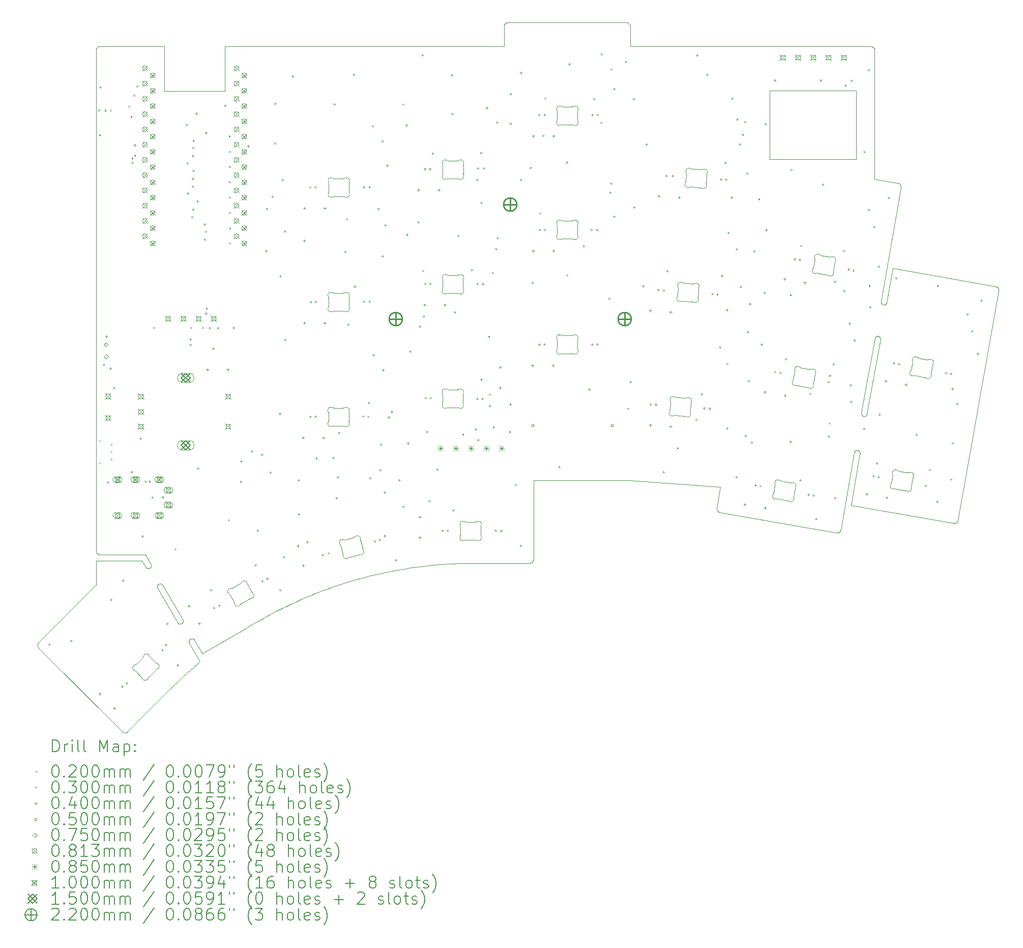
<source format=gbr>
%TF.GenerationSoftware,KiCad,Pcbnew,8.0.4-8.0.4-0~ubuntu22.04.1*%
%TF.CreationDate,2024-08-09T18:51:16+02:00*%
%TF.ProjectId,klor1_4,6b6c6f72-315f-4342-9e6b-696361645f70,v1.4.0*%
%TF.SameCoordinates,Original*%
%TF.FileFunction,Drillmap*%
%TF.FilePolarity,Positive*%
%FSLAX45Y45*%
G04 Gerber Fmt 4.5, Leading zero omitted, Abs format (unit mm)*
G04 Created by KiCad (PCBNEW 8.0.4-8.0.4-0~ubuntu22.04.1) date 2024-08-09 18:51:16*
%MOMM*%
%LPD*%
G01*
G04 APERTURE LIST*
%ADD10C,0.010000*%
%ADD11C,0.100000*%
%ADD12C,0.200000*%
%ADD13C,0.150000*%
%ADD14C,0.220000*%
G04 APERTURE END LIST*
D10*
X9420513Y-14904833D02*
X9089081Y-14333642D01*
X21327375Y-9013104D02*
X21225914Y-9578216D01*
X9505134Y-14855471D02*
X9506394Y-14857484D01*
X9507531Y-14859554D01*
X9508546Y-14861676D01*
X9509438Y-14863844D01*
X9510209Y-14866054D01*
X9510859Y-14868300D01*
X9511389Y-14870577D01*
X9511800Y-14872880D01*
X9512092Y-14875203D01*
X9512266Y-14877542D01*
X9512322Y-14879891D01*
X9512261Y-14882245D01*
X9512085Y-14884599D01*
X9511792Y-14886949D01*
X9511385Y-14889287D01*
X9510864Y-14891611D01*
X9510228Y-14893913D01*
X9509480Y-14896190D01*
X9508620Y-14898436D01*
X9507648Y-14900646D01*
X9506564Y-14902814D01*
X9505371Y-14904936D01*
X9504067Y-14907006D01*
X9502655Y-14909020D01*
X9501134Y-14910971D01*
X9499505Y-14912855D01*
X9497769Y-14914667D01*
X9495927Y-14916402D01*
X9493979Y-14918054D01*
X9491925Y-14919618D01*
X9489767Y-14921089D01*
X9487505Y-14922462D01*
X21024150Y-7525187D02*
X21024150Y-5388510D01*
X9204500Y-6061951D02*
X9204500Y-5314467D01*
X15276983Y-13917589D02*
X15280597Y-13917497D01*
X15284166Y-13917223D01*
X15287685Y-13916773D01*
X15291148Y-13916150D01*
X15294552Y-13915359D01*
X15297893Y-13914405D01*
X15301164Y-13913292D01*
X15304363Y-13912025D01*
X15307485Y-13910608D01*
X15310524Y-13909045D01*
X15313477Y-13907342D01*
X15316339Y-13905503D01*
X15319105Y-13903532D01*
X15321771Y-13901434D01*
X15324333Y-13899213D01*
X15326785Y-13896875D01*
X15329124Y-13894422D01*
X15331345Y-13891860D01*
X15333443Y-13889194D01*
X15335414Y-13886428D01*
X15337253Y-13883566D01*
X15338956Y-13880613D01*
X15340519Y-13877574D01*
X15341936Y-13874452D01*
X15343203Y-13871253D01*
X15344316Y-13867982D01*
X15345270Y-13864641D01*
X15346061Y-13861237D01*
X15346684Y-13857774D01*
X15347134Y-13854255D01*
X15347408Y-13850686D01*
X15347500Y-13847072D01*
X23083258Y-9390372D02*
X23084468Y-9386758D01*
X23085455Y-9383187D01*
X23086225Y-9379665D01*
X23086784Y-9376193D01*
X23087136Y-9372776D01*
X23087287Y-9369416D01*
X23087241Y-9366117D01*
X23087004Y-9362882D01*
X23086582Y-9359714D01*
X23085978Y-9356616D01*
X23085199Y-9353592D01*
X23084250Y-9350645D01*
X23083135Y-9347777D01*
X23081860Y-9344993D01*
X23080430Y-9342296D01*
X23078851Y-9339688D01*
X23077127Y-9337173D01*
X23075263Y-9334755D01*
X23073265Y-9332436D01*
X23071138Y-9330219D01*
X23068887Y-9328109D01*
X23066517Y-9326107D01*
X23064034Y-9324218D01*
X23061442Y-9322444D01*
X23058747Y-9320790D01*
X23055953Y-9319257D01*
X23053067Y-9317849D01*
X23050093Y-9316570D01*
X23047036Y-9315423D01*
X23043902Y-9314410D01*
X23040696Y-9313536D01*
X23037422Y-9312803D01*
X14853878Y-5314467D02*
X10210308Y-5314467D01*
X10517059Y-15028238D02*
X10524010Y-15023621D01*
X10530982Y-15019024D01*
X10537973Y-15014448D01*
X10544983Y-15009893D01*
X10552011Y-15005358D01*
X10559057Y-15000844D01*
X10566119Y-14996350D01*
X10573197Y-14991877D01*
X10580291Y-14987425D01*
X10587400Y-14982994D01*
X10594522Y-14978583D01*
X10601659Y-14974193D01*
X10608808Y-14969824D01*
X10615970Y-14965475D01*
X10623143Y-14961147D01*
X10630327Y-14956839D01*
X10637522Y-14952552D01*
X10644726Y-14948286D01*
X10651939Y-14944041D01*
X10659161Y-14939816D01*
X10666390Y-14935612D01*
X10673627Y-14931428D01*
X10680870Y-14927265D01*
X10688118Y-14923123D01*
X10695372Y-14919001D01*
X10702631Y-14914901D01*
X10709893Y-14910820D01*
X10717159Y-14906761D01*
X10724427Y-14902722D01*
X10731697Y-14898704D01*
X10738968Y-14894706D01*
X10746240Y-14890729D01*
X21408470Y-7592179D02*
X21024150Y-7525187D01*
X20739500Y-12042000D02*
X20742113Y-12042402D01*
X20744662Y-12042943D01*
X20747144Y-12043619D01*
X20749557Y-12044424D01*
X20751898Y-12045353D01*
X20754166Y-12046400D01*
X20756357Y-12047562D01*
X20758471Y-12048831D01*
X20760503Y-12050204D01*
X20762452Y-12051675D01*
X20764315Y-12053239D01*
X20766091Y-12054891D01*
X20767776Y-12056626D01*
X20769369Y-12058438D01*
X20770866Y-12060322D01*
X20772266Y-12062274D01*
X20773567Y-12064287D01*
X20774765Y-12066357D01*
X20775859Y-12068479D01*
X20776846Y-12070648D01*
X20777724Y-12072857D01*
X20778490Y-12075103D01*
X20779143Y-12077380D01*
X20779679Y-12079683D01*
X20780096Y-12082006D01*
X20780393Y-12084345D01*
X20780566Y-12086694D01*
X20780614Y-12089048D01*
X20780533Y-12091403D01*
X20780322Y-12093752D01*
X20779979Y-12096090D01*
X20779500Y-12098414D01*
X8137096Y-5314467D02*
X8133161Y-5314559D01*
X8129292Y-5314833D01*
X8125493Y-5315283D01*
X8121767Y-5315906D01*
X8118119Y-5316697D01*
X8114552Y-5317651D01*
X8111070Y-5318764D01*
X8107678Y-5320031D01*
X8104378Y-5321448D01*
X8101175Y-5323011D01*
X8098073Y-5324714D01*
X8095075Y-5326553D01*
X8092186Y-5328524D01*
X8089409Y-5330622D01*
X8086749Y-5332843D01*
X8084208Y-5335182D01*
X8081792Y-5337634D01*
X8079503Y-5340196D01*
X8077346Y-5342862D01*
X8075325Y-5345628D01*
X8073443Y-5348490D01*
X8071704Y-5351443D01*
X8070113Y-5354483D01*
X8068673Y-5357604D01*
X8067387Y-5360803D01*
X8066261Y-5364075D01*
X8065297Y-5367415D01*
X8064499Y-5370819D01*
X8063873Y-5374283D01*
X8063420Y-5377801D01*
X8063146Y-5381370D01*
X8063053Y-5384985D01*
X9204500Y-5314467D02*
X8228769Y-5314467D01*
X9279478Y-16029585D02*
X9295035Y-16014070D01*
X9310633Y-15998597D01*
X9326272Y-15983166D01*
X9341952Y-15967779D01*
X9357674Y-15952436D01*
X9373437Y-15937137D01*
X9389242Y-15921883D01*
X9405087Y-15906675D01*
X9420974Y-15891514D01*
X9436903Y-15876400D01*
X9452873Y-15861334D01*
X9468884Y-15846316D01*
X9484936Y-15831347D01*
X9501030Y-15816427D01*
X9517165Y-15801559D01*
X9533341Y-15786741D01*
X9549559Y-15771975D01*
X9565817Y-15757261D01*
X9582118Y-15742600D01*
X9598459Y-15727992D01*
X9614842Y-15713439D01*
X9631266Y-15698941D01*
X9647732Y-15684498D01*
X9664239Y-15670112D01*
X9680787Y-15655782D01*
X9697377Y-15641510D01*
X9714007Y-15627295D01*
X9730680Y-15613140D01*
X9747393Y-15599044D01*
X9764148Y-15585008D01*
X9780944Y-15571032D01*
X9797781Y-15557119D01*
X8496735Y-16717130D02*
X8499420Y-16719691D01*
X8502182Y-16722088D01*
X8505017Y-16724319D01*
X8507919Y-16726385D01*
X8510883Y-16728286D01*
X8513903Y-16730021D01*
X8516975Y-16731591D01*
X8520094Y-16732996D01*
X8523254Y-16734236D01*
X8526450Y-16735310D01*
X8529678Y-16736219D01*
X8532931Y-16736963D01*
X8536204Y-16737541D01*
X8539493Y-16737954D01*
X8542793Y-16738202D01*
X8546097Y-16738285D01*
X8549402Y-16738202D01*
X8552702Y-16737954D01*
X8555991Y-16737541D01*
X8559264Y-16736963D01*
X8562517Y-16736219D01*
X8565745Y-16735310D01*
X8568941Y-16734236D01*
X8572101Y-16732996D01*
X8575219Y-16731591D01*
X8578292Y-16730021D01*
X8581312Y-16728286D01*
X8584276Y-16726385D01*
X8587178Y-16724319D01*
X8590012Y-16722088D01*
X8592775Y-16719691D01*
X8595460Y-16717130D01*
X9840092Y-15419610D02*
X10517059Y-15028238D01*
X9617962Y-15246842D02*
X9616701Y-15244518D01*
X9615564Y-15242177D01*
X9614550Y-15239822D01*
X9613658Y-15237456D01*
X9612887Y-15235082D01*
X9612237Y-15232703D01*
X9611706Y-15230323D01*
X9611296Y-15227945D01*
X9611004Y-15225573D01*
X9610830Y-15223208D01*
X9610774Y-15220856D01*
X9610834Y-15218518D01*
X9611011Y-15216198D01*
X9611303Y-15213900D01*
X9611711Y-15211626D01*
X9612232Y-15209379D01*
X9612867Y-15207164D01*
X9613616Y-15204983D01*
X9614476Y-15202840D01*
X9615448Y-15200737D01*
X9616531Y-15198678D01*
X9617725Y-15196666D01*
X9619028Y-15194705D01*
X9620441Y-15192797D01*
X9621962Y-15190946D01*
X9623591Y-15189155D01*
X9625327Y-15187427D01*
X9627169Y-15185766D01*
X9629117Y-15184174D01*
X9631171Y-15182656D01*
X9633329Y-15181213D01*
X9635591Y-15179850D01*
X20884086Y-10947785D02*
X21026086Y-10179785D01*
X16944719Y-12542500D02*
X18453791Y-12648276D01*
X21461358Y-7669748D02*
X21461917Y-7666443D01*
X21462275Y-7663144D01*
X21462438Y-7659855D01*
X21462412Y-7656581D01*
X21462202Y-7653328D01*
X21461815Y-7650101D01*
X21461256Y-7646905D01*
X21460532Y-7643745D01*
X21459647Y-7640626D01*
X21458608Y-7637554D01*
X21457420Y-7634533D01*
X21456090Y-7631569D01*
X21454623Y-7628668D01*
X21453025Y-7625833D01*
X21451301Y-7623071D01*
X21449458Y-7620386D01*
X21447502Y-7617784D01*
X21445437Y-7615269D01*
X21443271Y-7612848D01*
X21441009Y-7610524D01*
X21438656Y-7608304D01*
X21436218Y-7606193D01*
X21433702Y-7604195D01*
X21431113Y-7602316D01*
X21428456Y-7600560D01*
X21425739Y-7598934D01*
X21422965Y-7597443D01*
X21420143Y-7596090D01*
X21417276Y-7594883D01*
X21414371Y-7593825D01*
X21411434Y-7592922D01*
X21408470Y-7592179D01*
X21121285Y-10197414D02*
X20979285Y-10965414D01*
X8831693Y-13875279D02*
X8066579Y-13875279D01*
X9797781Y-15557119D02*
X9617962Y-15246842D01*
X9702583Y-15197480D02*
X9703776Y-15199548D01*
X9705215Y-15202041D01*
X9707169Y-15205427D01*
X9709604Y-15209644D01*
X9712484Y-15214632D01*
X9715774Y-15220331D01*
X9719441Y-15226678D01*
X9723448Y-15233615D01*
X9727761Y-15241080D01*
X9732346Y-15249012D01*
X9737166Y-15257351D01*
X9742189Y-15266036D01*
X9747377Y-15275006D01*
X9752698Y-15284201D01*
X9758115Y-15293560D01*
X9763594Y-15303022D01*
X9769101Y-15312527D01*
X9774599Y-15322014D01*
X9780055Y-15331422D01*
X9785434Y-15340690D01*
X9790700Y-15349758D01*
X9795819Y-15358566D01*
X9800756Y-15367052D01*
X9805476Y-15375156D01*
X9809944Y-15382817D01*
X9814126Y-15389974D01*
X9817986Y-15396567D01*
X9821490Y-15402536D01*
X9824602Y-15407818D01*
X9827289Y-15412354D01*
X9829514Y-15416084D01*
X20950107Y-5314467D02*
X20854909Y-5314467D01*
X21169500Y-9617000D02*
X21166887Y-9616598D01*
X21164339Y-9616057D01*
X21161857Y-9615381D01*
X21159446Y-9614576D01*
X21157106Y-9613647D01*
X21154842Y-9612600D01*
X21152655Y-9611438D01*
X21150548Y-9610169D01*
X21148524Y-9608796D01*
X21146585Y-9607325D01*
X21144734Y-9605760D01*
X21142973Y-9604109D01*
X21141305Y-9602374D01*
X21139733Y-9600562D01*
X21138259Y-9598678D01*
X21136886Y-9596726D01*
X21135616Y-9594713D01*
X21134451Y-9592643D01*
X21133396Y-9590521D01*
X21132451Y-9588352D01*
X21131620Y-9586143D01*
X21130905Y-9583897D01*
X21130309Y-9581620D01*
X21129834Y-9579317D01*
X21129483Y-9576994D01*
X21129259Y-9574655D01*
X21129164Y-9572306D01*
X21129200Y-9569952D01*
X21129371Y-9567597D01*
X21129679Y-9565248D01*
X21130126Y-9562909D01*
X21130716Y-9560586D01*
X8063053Y-13706037D02*
X8063146Y-13709652D01*
X8063419Y-13713220D01*
X8063870Y-13716739D01*
X8064493Y-13720202D01*
X8065283Y-13723606D01*
X8066237Y-13726947D01*
X8067350Y-13730219D01*
X8068618Y-13733417D01*
X8070035Y-13736539D01*
X8071597Y-13739578D01*
X8073300Y-13742531D01*
X8075139Y-13745393D01*
X8077110Y-13748159D01*
X8079208Y-13750826D01*
X8081429Y-13753387D01*
X8083768Y-13755840D01*
X8086220Y-13758179D01*
X8088782Y-13760400D01*
X8091448Y-13762498D01*
X8094214Y-13764469D01*
X8097076Y-13766308D01*
X8100029Y-13768011D01*
X8103069Y-13769573D01*
X8106190Y-13770990D01*
X8109389Y-13772257D01*
X8112661Y-13773370D01*
X8116001Y-13774324D01*
X8119405Y-13775115D01*
X8122869Y-13775738D01*
X8126387Y-13776189D01*
X8129956Y-13776462D01*
X8133571Y-13776554D01*
X8063053Y-5384985D02*
X8063053Y-13706037D01*
X9089081Y-14333642D02*
X9087821Y-14331318D01*
X9086684Y-14328977D01*
X9085670Y-14326622D01*
X9084777Y-14324256D01*
X9084006Y-14321882D01*
X9083356Y-14319503D01*
X9082826Y-14317123D01*
X9082415Y-14314745D01*
X9082123Y-14312373D01*
X9081950Y-14310008D01*
X9081893Y-14307656D01*
X9081954Y-14305318D01*
X9082131Y-14302998D01*
X9082423Y-14300699D01*
X9082830Y-14298426D01*
X9083352Y-14296179D01*
X9083987Y-14293964D01*
X9084735Y-14291783D01*
X9085596Y-14289640D01*
X9086568Y-14287537D01*
X9087651Y-14285478D01*
X9088845Y-14283466D01*
X9090148Y-14281505D01*
X9091561Y-14279597D01*
X9093082Y-14277746D01*
X9094710Y-14275955D01*
X9096446Y-14274227D01*
X9098289Y-14272566D01*
X9100237Y-14270974D01*
X9102291Y-14269455D01*
X9104449Y-14268013D01*
X9106711Y-14266650D01*
X7798613Y-14545194D02*
X7111068Y-15232739D01*
X14853878Y-4986561D02*
X14853878Y-5314467D01*
X18393851Y-12997337D02*
X18393603Y-13000632D01*
X18393516Y-13003902D01*
X18393586Y-13007143D01*
X18393810Y-13010353D01*
X18394184Y-13013526D01*
X18394704Y-13016659D01*
X18395365Y-13019748D01*
X18396165Y-13022790D01*
X18397099Y-13025779D01*
X18398164Y-13028714D01*
X18399355Y-13031588D01*
X18400669Y-13034400D01*
X18402102Y-13037145D01*
X18403649Y-13039818D01*
X18405308Y-13042417D01*
X18407073Y-13044936D01*
X18408943Y-13047373D01*
X18410911Y-13049724D01*
X18412975Y-13051984D01*
X18415131Y-13054150D01*
X18417374Y-13056218D01*
X18419702Y-13058184D01*
X18422109Y-13060044D01*
X18424593Y-13061794D01*
X18427149Y-13063431D01*
X18429773Y-13064950D01*
X18432462Y-13066348D01*
X18435212Y-13067620D01*
X18438018Y-13068764D01*
X18440877Y-13069774D01*
X18443786Y-13070648D01*
X18446740Y-13071380D01*
X16955297Y-5314467D02*
X16955297Y-4986561D01*
D11*
X19280000Y-6055000D02*
X20720000Y-6055000D01*
X20720000Y-7195000D01*
X19280000Y-7195000D01*
X19280000Y-6055000D01*
D10*
X20802716Y-11416586D02*
X20884086Y-10947785D01*
X8595460Y-16717130D02*
X9279478Y-16029585D01*
X21024150Y-5388510D02*
X21024058Y-5384585D01*
X21023784Y-5380745D01*
X21023331Y-5376991D01*
X21022704Y-5373326D01*
X21021907Y-5369751D01*
X21020943Y-5366268D01*
X21019816Y-5362880D01*
X21018531Y-5359587D01*
X21017091Y-5356393D01*
X21015499Y-5353299D01*
X21013761Y-5350307D01*
X21011879Y-5347419D01*
X21009857Y-5344637D01*
X21007700Y-5341962D01*
X21005412Y-5339398D01*
X21002995Y-5336945D01*
X21000455Y-5334605D01*
X20997794Y-5332381D01*
X20995017Y-5330275D01*
X20992128Y-5328288D01*
X20989131Y-5326423D01*
X20986029Y-5324681D01*
X20982826Y-5323064D01*
X20979526Y-5321574D01*
X20976133Y-5320213D01*
X20972652Y-5318984D01*
X20969085Y-5317887D01*
X20965436Y-5316926D01*
X20961711Y-5316101D01*
X20957911Y-5315415D01*
X20954042Y-5314870D01*
X20950107Y-5314467D01*
X20460011Y-13360502D02*
X20683086Y-12080784D01*
X9487505Y-14922462D02*
X9485181Y-14923722D01*
X9482840Y-14924859D01*
X9480485Y-14925874D01*
X9478118Y-14926766D01*
X9475744Y-14927537D01*
X9473366Y-14928187D01*
X9470986Y-14928717D01*
X9468608Y-14929128D01*
X9466236Y-14929420D01*
X9463871Y-14929594D01*
X9461518Y-14929650D01*
X9459181Y-14929589D01*
X9456861Y-14929413D01*
X9454562Y-14929120D01*
X9452288Y-14928713D01*
X9450042Y-14928191D01*
X9447827Y-14927556D01*
X9445646Y-14926808D01*
X9443503Y-14925948D01*
X9441400Y-14924975D01*
X9439341Y-14923892D01*
X9437329Y-14922699D01*
X9435368Y-14921395D01*
X9433460Y-14919983D01*
X9431609Y-14918462D01*
X9429818Y-14916833D01*
X9428090Y-14915097D01*
X9426429Y-14913255D01*
X9424837Y-14911306D01*
X9423318Y-14909253D01*
X9421876Y-14907095D01*
X9420513Y-14904833D01*
X10210308Y-5314467D02*
X10210308Y-6061951D01*
X15347500Y-12542500D02*
X16944719Y-12542500D01*
X14296791Y-13917589D02*
X15276983Y-13917589D01*
X21026086Y-10179785D02*
X21026488Y-10177172D01*
X21027030Y-10174623D01*
X21027705Y-10172142D01*
X21028510Y-10169730D01*
X21029439Y-10167391D01*
X21030487Y-10165127D01*
X21031648Y-10162940D01*
X21032917Y-10160833D01*
X21034290Y-10158809D01*
X21035762Y-10156870D01*
X21037326Y-10155019D01*
X21038978Y-10153258D01*
X21040712Y-10151590D01*
X21042524Y-10150018D01*
X21044408Y-10148544D01*
X21046360Y-10147170D01*
X21048373Y-10145900D01*
X21050443Y-10144736D01*
X21052565Y-10143680D01*
X21054734Y-10142735D01*
X21056943Y-10141904D01*
X21059189Y-10141189D01*
X21061466Y-10140593D01*
X21063769Y-10140119D01*
X21066092Y-10139768D01*
X21068431Y-10139544D01*
X21070780Y-10139448D01*
X21073134Y-10139485D01*
X21075489Y-10139656D01*
X21077838Y-10139964D01*
X21080177Y-10140411D01*
X21082500Y-10141000D01*
X22409817Y-13198312D02*
X23083258Y-9390372D01*
X9635591Y-15179850D02*
X9637915Y-15178590D01*
X9640256Y-15177453D01*
X9642611Y-15176439D01*
X9644977Y-15175546D01*
X9647351Y-15174775D01*
X9649730Y-15174125D01*
X9652110Y-15173595D01*
X9654488Y-15173184D01*
X9656860Y-15172892D01*
X9659225Y-15172719D01*
X9661577Y-15172662D01*
X9663915Y-15172723D01*
X9666235Y-15172900D01*
X9668533Y-15173192D01*
X9670807Y-15173599D01*
X9673054Y-15174121D01*
X9675269Y-15174756D01*
X9677450Y-15175504D01*
X9679593Y-15176365D01*
X9681696Y-15177337D01*
X9683755Y-15178420D01*
X9685767Y-15179614D01*
X9687728Y-15180917D01*
X9689636Y-15182330D01*
X9691487Y-15183851D01*
X9693278Y-15185479D01*
X9695006Y-15187215D01*
X9696667Y-15189058D01*
X9698259Y-15191006D01*
X9699777Y-15193060D01*
X9701220Y-15195218D01*
X9702583Y-15197480D01*
X21401418Y-8011757D02*
X21461358Y-7669748D01*
X18446740Y-13071380D02*
X20382442Y-13413390D01*
X20382442Y-13413390D02*
X20385747Y-13413958D01*
X20389046Y-13414345D01*
X20392335Y-13414554D01*
X20395609Y-13414588D01*
X20398862Y-13414452D01*
X20402089Y-13414149D01*
X20405285Y-13413683D01*
X20408445Y-13413059D01*
X20411564Y-13412280D01*
X20414636Y-13411350D01*
X20417657Y-13410272D01*
X20420621Y-13409051D01*
X20423522Y-13407691D01*
X20426357Y-13406195D01*
X20429119Y-13404567D01*
X20431804Y-13402812D01*
X20434406Y-13400933D01*
X20436921Y-13398933D01*
X20439342Y-13396818D01*
X20441666Y-13394590D01*
X20443886Y-13392253D01*
X20445997Y-13389812D01*
X20447995Y-13387270D01*
X20449874Y-13384632D01*
X20451629Y-13381900D01*
X20453256Y-13379080D01*
X20454747Y-13376174D01*
X20456100Y-13373186D01*
X20457307Y-13370122D01*
X20458365Y-13366983D01*
X20459268Y-13363775D01*
X20460011Y-13360502D01*
X14920870Y-4919570D02*
X14917575Y-4919662D01*
X14914307Y-4919935D01*
X14911069Y-4920383D01*
X14907868Y-4921002D01*
X14904708Y-4921786D01*
X14901594Y-4922731D01*
X14898533Y-4923830D01*
X14895527Y-4925079D01*
X14892584Y-4926473D01*
X14889708Y-4928006D01*
X14886905Y-4929673D01*
X14884179Y-4931470D01*
X14881535Y-4933390D01*
X14878979Y-4935429D01*
X14876517Y-4937582D01*
X14874152Y-4939843D01*
X14871891Y-4942208D01*
X14869738Y-4944671D01*
X14867698Y-4947227D01*
X14865778Y-4949870D01*
X14863981Y-4952596D01*
X14862314Y-4955400D01*
X14860781Y-4958276D01*
X14859387Y-4961219D01*
X14858138Y-4964224D01*
X14857039Y-4967286D01*
X14856095Y-4970400D01*
X14855311Y-4973560D01*
X14854692Y-4976761D01*
X14854243Y-4979998D01*
X14853970Y-4983267D01*
X14853878Y-4986561D01*
X23037422Y-9312803D02*
X21327375Y-9013104D01*
X7111068Y-15232739D02*
X7108507Y-15235423D01*
X7106110Y-15238186D01*
X7103879Y-15241020D01*
X7101813Y-15243922D01*
X7099912Y-15246886D01*
X7098177Y-15249906D01*
X7096607Y-15252979D01*
X7095202Y-15256097D01*
X7093962Y-15259257D01*
X7092888Y-15262454D01*
X7091979Y-15265681D01*
X7091235Y-15268934D01*
X7090657Y-15272207D01*
X7090244Y-15275497D01*
X7089996Y-15278796D01*
X7089913Y-15282101D01*
X7089996Y-15285405D01*
X7090244Y-15288705D01*
X7090657Y-15291994D01*
X7091235Y-15295268D01*
X7091979Y-15298521D01*
X7092888Y-15301748D01*
X7093962Y-15304944D01*
X7095202Y-15308104D01*
X7096607Y-15311223D01*
X7098177Y-15314295D01*
X7099912Y-15317315D01*
X7101813Y-15320279D01*
X7103879Y-15323181D01*
X7106110Y-15326016D01*
X7108507Y-15328778D01*
X7111068Y-15331463D01*
X8958624Y-13998684D02*
X8956301Y-13999944D01*
X8953960Y-14001081D01*
X8951604Y-14002096D01*
X8949238Y-14002988D01*
X8946864Y-14003759D01*
X8944486Y-14004409D01*
X8942106Y-14004939D01*
X8939728Y-14005350D01*
X8937355Y-14005642D01*
X8934991Y-14005816D01*
X8932638Y-14005872D01*
X8930300Y-14005812D01*
X8927980Y-14005635D01*
X8925682Y-14005342D01*
X8923408Y-14004935D01*
X8921162Y-14004414D01*
X8918947Y-14003778D01*
X8916766Y-14003030D01*
X8914622Y-14002170D01*
X8912519Y-14001198D01*
X8910460Y-14000114D01*
X8908449Y-13998921D01*
X8906487Y-13997617D01*
X8904579Y-13996205D01*
X8902728Y-13994684D01*
X8900937Y-13993055D01*
X8899209Y-13991319D01*
X8897548Y-13989477D01*
X8895957Y-13987529D01*
X8894438Y-13985475D01*
X8892996Y-13983317D01*
X8891633Y-13981055D01*
X8884581Y-13776554D02*
X8976254Y-13931693D01*
X8891633Y-13981055D02*
X8831693Y-13875279D01*
X10746240Y-14890729D02*
X10798258Y-14860867D01*
X10850511Y-14831442D01*
X10902984Y-14802459D01*
X10955664Y-14773921D01*
X11008538Y-14745833D01*
X11061593Y-14718197D01*
X11114814Y-14691019D01*
X11168187Y-14664302D01*
X11221701Y-14638050D01*
X11275340Y-14612266D01*
X11329091Y-14586955D01*
X11382942Y-14562121D01*
X11436877Y-14537767D01*
X11490885Y-14513897D01*
X11544950Y-14490515D01*
X11599060Y-14467625D01*
X11653201Y-14445231D01*
X11707359Y-14423336D01*
X11761521Y-14401945D01*
X11815673Y-14381062D01*
X11869803Y-14360690D01*
X11923895Y-14340833D01*
X11977937Y-14321495D01*
X12031915Y-14302680D01*
X12085816Y-14284392D01*
X12139626Y-14266635D01*
X12193331Y-14249412D01*
X12246918Y-14232727D01*
X12300373Y-14216585D01*
X12353683Y-14200989D01*
X12406834Y-14185944D01*
X12459813Y-14171452D01*
X20683086Y-12080784D02*
X20683488Y-12078171D01*
X20684030Y-12075623D01*
X20684705Y-12073142D01*
X20685510Y-12070730D01*
X20686439Y-12068391D01*
X20687487Y-12066127D01*
X20688648Y-12063940D01*
X20689917Y-12061833D01*
X20691290Y-12059809D01*
X20692762Y-12057870D01*
X20694326Y-12056019D01*
X20695978Y-12054258D01*
X20697712Y-12052590D01*
X20699524Y-12051018D01*
X20701408Y-12049544D01*
X20703360Y-12048170D01*
X20705373Y-12046900D01*
X20707444Y-12045736D01*
X20709565Y-12044680D01*
X20711734Y-12043735D01*
X20713943Y-12042904D01*
X20716189Y-12042189D01*
X20718466Y-12041593D01*
X20720769Y-12041118D01*
X20723092Y-12040768D01*
X20725431Y-12040543D01*
X20727780Y-12040448D01*
X20730134Y-12040485D01*
X20732489Y-12040656D01*
X20734838Y-12040963D01*
X20737177Y-12041411D01*
X20739500Y-12042000D01*
X12459813Y-14171452D02*
X12517699Y-14156153D01*
X12575657Y-14141330D01*
X12633677Y-14126982D01*
X12691749Y-14113109D01*
X12749862Y-14099712D01*
X12808006Y-14086789D01*
X12866171Y-14074342D01*
X12924346Y-14062370D01*
X12982521Y-14050873D01*
X13040686Y-14039851D01*
X13098830Y-14029305D01*
X13156943Y-14019233D01*
X13215015Y-14009637D01*
X13273035Y-14000516D01*
X13330993Y-13991870D01*
X13388879Y-13983699D01*
X13446683Y-13976004D01*
X13504393Y-13968783D01*
X13562000Y-13962038D01*
X13619493Y-13955768D01*
X13676863Y-13949973D01*
X13734098Y-13944653D01*
X13791188Y-13939808D01*
X13848124Y-13935439D01*
X13904894Y-13931545D01*
X13961489Y-13928125D01*
X14017898Y-13925181D01*
X14074110Y-13922713D01*
X14130116Y-13920719D01*
X14185905Y-13919200D01*
X14241467Y-13918157D01*
X14296791Y-13917589D01*
X20979285Y-10965414D02*
X20897914Y-11434215D01*
X8066579Y-13875279D02*
X8066579Y-14280754D01*
X8228769Y-5314467D02*
X8137096Y-5314467D01*
X7111068Y-15331463D02*
X8496735Y-16717130D01*
X21130716Y-9560586D02*
X21401418Y-8011757D01*
X9106711Y-14266650D02*
X9109034Y-14265390D01*
X9111376Y-14264253D01*
X9113731Y-14263238D01*
X9116097Y-14262346D01*
X9118471Y-14261575D01*
X9120850Y-14260925D01*
X9123229Y-14260395D01*
X9125607Y-14259984D01*
X9127980Y-14259692D01*
X9130344Y-14259518D01*
X9132697Y-14259462D01*
X9135035Y-14259523D01*
X9137355Y-14259699D01*
X9139653Y-14259992D01*
X9141927Y-14260399D01*
X9144173Y-14260921D01*
X9146388Y-14261556D01*
X9148569Y-14262304D01*
X9150713Y-14263164D01*
X9152816Y-14264137D01*
X9154874Y-14265220D01*
X9156886Y-14266413D01*
X9158848Y-14267717D01*
X9160756Y-14269129D01*
X9162607Y-14270650D01*
X9164398Y-14272279D01*
X9166125Y-14274015D01*
X9167787Y-14275857D01*
X9169378Y-14277806D01*
X9170897Y-14279859D01*
X9172339Y-14282017D01*
X9173702Y-14284280D01*
X16955297Y-4986561D02*
X16955205Y-4983267D01*
X16954932Y-4979998D01*
X16954483Y-4976761D01*
X16953864Y-4973560D01*
X16953080Y-4970400D01*
X16952136Y-4967286D01*
X16951037Y-4964224D01*
X16949788Y-4961219D01*
X16948394Y-4958276D01*
X16946861Y-4955400D01*
X16945193Y-4952596D01*
X16943397Y-4949870D01*
X16941477Y-4947227D01*
X16939437Y-4944671D01*
X16937284Y-4942208D01*
X16935023Y-4939843D01*
X16932658Y-4937582D01*
X16930196Y-4935429D01*
X16927640Y-4933390D01*
X16924996Y-4931470D01*
X16922270Y-4929673D01*
X16919466Y-4928006D01*
X16916591Y-4926473D01*
X16913647Y-4925079D01*
X16910642Y-4923830D01*
X16907580Y-4922731D01*
X16904467Y-4921786D01*
X16901307Y-4921002D01*
X16898105Y-4920383D01*
X16894868Y-4919935D01*
X16891599Y-4919662D01*
X16888305Y-4919570D01*
X20897914Y-11434215D02*
X20897512Y-11436828D01*
X20896970Y-11439377D01*
X20896295Y-11441858D01*
X20895490Y-11444269D01*
X20894561Y-11446609D01*
X20893513Y-11448873D01*
X20892352Y-11451060D01*
X20891083Y-11453167D01*
X20889710Y-11455191D01*
X20888238Y-11457130D01*
X20886674Y-11458981D01*
X20885022Y-11460742D01*
X20883288Y-11462410D01*
X20881476Y-11463982D01*
X20879592Y-11465456D01*
X20877640Y-11466829D01*
X20875627Y-11468100D01*
X20873557Y-11469264D01*
X20871435Y-11470320D01*
X20869266Y-11471264D01*
X20867057Y-11472096D01*
X20864811Y-11472810D01*
X20862534Y-11473407D01*
X20860231Y-11473881D01*
X20857908Y-11474232D01*
X20855569Y-11474456D01*
X20853220Y-11474551D01*
X20850866Y-11474515D01*
X20848511Y-11474344D01*
X20846162Y-11474036D01*
X20843823Y-11473589D01*
X20841500Y-11473000D01*
X22332248Y-13254726D02*
X22335863Y-13255294D01*
X22339433Y-13255680D01*
X22342956Y-13255887D01*
X22346427Y-13255917D01*
X22349844Y-13255774D01*
X22353204Y-13255462D01*
X22356503Y-13254983D01*
X22359739Y-13254340D01*
X22362907Y-13253537D01*
X22366005Y-13252578D01*
X22369029Y-13251465D01*
X22371976Y-13250201D01*
X22374843Y-13248790D01*
X22377627Y-13247236D01*
X22380325Y-13245540D01*
X22382932Y-13243707D01*
X22385447Y-13241740D01*
X22387866Y-13239642D01*
X22390185Y-13237416D01*
X22392401Y-13235065D01*
X22394512Y-13232593D01*
X22396513Y-13230002D01*
X22398402Y-13227297D01*
X22400176Y-13224480D01*
X22401831Y-13221555D01*
X22403364Y-13218524D01*
X22404771Y-13215392D01*
X22406050Y-13212160D01*
X22407197Y-13208834D01*
X22408210Y-13205414D01*
X22409084Y-13201906D01*
X22409817Y-13198312D01*
X9173702Y-14284280D02*
X9505134Y-14855471D01*
X21082500Y-10141000D02*
X21084793Y-10141402D01*
X21087042Y-10141943D01*
X21089244Y-10142619D01*
X21091397Y-10143424D01*
X21093499Y-10144353D01*
X21095546Y-10145400D01*
X21097537Y-10146562D01*
X21099468Y-10147831D01*
X21101338Y-10149204D01*
X21103142Y-10150675D01*
X21104880Y-10152240D01*
X21106548Y-10153891D01*
X21108143Y-10155626D01*
X21109664Y-10157438D01*
X21111107Y-10159322D01*
X21112470Y-10161274D01*
X21113750Y-10163287D01*
X21114946Y-10165357D01*
X21116053Y-10167479D01*
X21117070Y-10169648D01*
X21117994Y-10171857D01*
X21118823Y-10174103D01*
X21119553Y-10176380D01*
X21120183Y-10178683D01*
X21120709Y-10181006D01*
X21121130Y-10183345D01*
X21121442Y-10185694D01*
X21121643Y-10188048D01*
X21121730Y-10190403D01*
X21121701Y-10192752D01*
X21121554Y-10195091D01*
X21121285Y-10197414D01*
X8066579Y-14280754D02*
X8057985Y-14288707D01*
X8049392Y-14296700D01*
X8040802Y-14304731D01*
X8032216Y-14312796D01*
X8023634Y-14320896D01*
X8015060Y-14329027D01*
X8006493Y-14337188D01*
X7997935Y-14345376D01*
X7989387Y-14353591D01*
X7980851Y-14361829D01*
X7972328Y-14370089D01*
X7963819Y-14378369D01*
X7955326Y-14386668D01*
X7946849Y-14394982D01*
X7938391Y-14403311D01*
X7929952Y-14411652D01*
X7921533Y-14420003D01*
X7913137Y-14428362D01*
X7904763Y-14436729D01*
X7896414Y-14445099D01*
X7888092Y-14453472D01*
X7879796Y-14461846D01*
X7871528Y-14470219D01*
X7863291Y-14478588D01*
X7855084Y-14486952D01*
X7846909Y-14495309D01*
X7838769Y-14503657D01*
X7830662Y-14511994D01*
X7822593Y-14520318D01*
X7814560Y-14528628D01*
X7806567Y-14536920D01*
X7798613Y-14545194D01*
X20841500Y-11473000D02*
X20839197Y-11472598D01*
X20836920Y-11472056D01*
X20834672Y-11471381D01*
X20832458Y-11470576D01*
X20830283Y-11469647D01*
X20828152Y-11468599D01*
X20826068Y-11467438D01*
X20824036Y-11466169D01*
X20822061Y-11464796D01*
X20820148Y-11463324D01*
X20818300Y-11461760D01*
X20816523Y-11460108D01*
X20814821Y-11458374D01*
X20813198Y-11456562D01*
X20811659Y-11454678D01*
X20810208Y-11452726D01*
X20808850Y-11450713D01*
X20807590Y-11448642D01*
X20806432Y-11446521D01*
X20805381Y-11444352D01*
X20804440Y-11442142D01*
X20803615Y-11439897D01*
X20802910Y-11437620D01*
X20802330Y-11435317D01*
X20801879Y-11432994D01*
X20801561Y-11430655D01*
X20801382Y-11428306D01*
X20801345Y-11425952D01*
X20801456Y-11423597D01*
X20801718Y-11421248D01*
X20802136Y-11418909D01*
X20802716Y-11416586D01*
X20854909Y-5314467D02*
X16955297Y-5314467D01*
X10210308Y-6061951D02*
X9204500Y-6061951D01*
X8133571Y-13776554D02*
X8884581Y-13776554D01*
X20629253Y-12951501D02*
X22332248Y-13254726D01*
X16888305Y-4919570D02*
X14920870Y-4919570D01*
X15347500Y-13847072D02*
X15347500Y-12542500D01*
X8976254Y-13931693D02*
X8977514Y-13934016D01*
X8978651Y-13936357D01*
X8979665Y-13938713D01*
X8980558Y-13941079D01*
X8981329Y-13943453D01*
X8981979Y-13945831D01*
X8982509Y-13948211D01*
X8982920Y-13950589D01*
X8983212Y-13952962D01*
X8983385Y-13955326D01*
X8983442Y-13957679D01*
X8983381Y-13960017D01*
X8983204Y-13962336D01*
X8982912Y-13964635D01*
X8982505Y-13966909D01*
X8981983Y-13969155D01*
X8981348Y-13971370D01*
X8980600Y-13973551D01*
X8979739Y-13975695D01*
X8978767Y-13977797D01*
X8977684Y-13979856D01*
X8976490Y-13981868D01*
X8975187Y-13983830D01*
X8973774Y-13985738D01*
X8972254Y-13987589D01*
X8970625Y-13989380D01*
X8968889Y-13991107D01*
X8967046Y-13992769D01*
X8965098Y-13994360D01*
X8963045Y-13995879D01*
X8960886Y-13997321D01*
X8958624Y-13998684D01*
X20779500Y-12098414D02*
X20629253Y-12951501D01*
X9829514Y-15416084D02*
X9830506Y-15416985D01*
X9831497Y-15417718D01*
X9832489Y-15418300D01*
X9833481Y-15418749D01*
X9834472Y-15419081D01*
X9835464Y-15419314D01*
X9836456Y-15419466D01*
X9837778Y-15419573D01*
X9839100Y-15419607D01*
X9840092Y-15419610D01*
X18453791Y-12648276D02*
X18393851Y-12997337D01*
X21225914Y-9578216D02*
X21225512Y-9580828D01*
X21224970Y-9583377D01*
X21224295Y-9585858D01*
X21223490Y-9588270D01*
X21222561Y-9590609D01*
X21221513Y-9592873D01*
X21220352Y-9595060D01*
X21219083Y-9597167D01*
X21217710Y-9599191D01*
X21216238Y-9601130D01*
X21214674Y-9602981D01*
X21213022Y-9604742D01*
X21211288Y-9606410D01*
X21209476Y-9607982D01*
X21207592Y-9609456D01*
X21205640Y-9610830D01*
X21203627Y-9612100D01*
X21201557Y-9613264D01*
X21199435Y-9614320D01*
X21197266Y-9615265D01*
X21195057Y-9616096D01*
X21192811Y-9616811D01*
X21190534Y-9617407D01*
X21188231Y-9617881D01*
X21185908Y-9618232D01*
X21183569Y-9618456D01*
X21181220Y-9618552D01*
X21178866Y-9618515D01*
X21176511Y-9618344D01*
X21174162Y-9618036D01*
X21171823Y-9617589D01*
X21169500Y-9617000D01*
D11*
X8824730Y-15816747D02*
X8725333Y-15717350D01*
X8845350Y-15484598D02*
X8732997Y-15596951D01*
X9057482Y-15696730D02*
X8945129Y-15809083D01*
X9065146Y-15576331D02*
X8965749Y-15476934D01*
X8706498Y-15705513D02*
G75*
G02*
X8725333Y-15717350I-16522J-47194D01*
G01*
X8706498Y-15705514D02*
G75*
G02*
X8710330Y-15609958I16520J47192D01*
G01*
X8732997Y-15596951D02*
G75*
G02*
X8710330Y-15609958I-35356J35356D01*
G01*
X8824730Y-15816747D02*
G75*
G02*
X8836566Y-15835582I-35357J-35356D01*
G01*
X8858358Y-15461931D02*
G75*
G02*
X8845350Y-15484598I-48353J12683D01*
G01*
X8858358Y-15461931D02*
G75*
G02*
X8953913Y-15458099I48363J-12688D01*
G01*
X8932121Y-15831749D02*
G75*
G02*
X8836566Y-15835581I-48363J12689D01*
G01*
X8932121Y-15831749D02*
G75*
G02*
X8945129Y-15809083I48362J-12688D01*
G01*
X8965749Y-15476934D02*
G75*
G02*
X8953913Y-15458099I35350J35350D01*
G01*
X9057482Y-15696730D02*
G75*
G02*
X9080149Y-15683721I35365J-35368D01*
G01*
X9083981Y-15588167D02*
G75*
G02*
X9065146Y-15576331I16517J47186D01*
G01*
X9083981Y-15588167D02*
G75*
G02*
X9080149Y-15683722I-16521J-47192D01*
G01*
X14130307Y-13452568D02*
X14130307Y-13312000D01*
X14379753Y-13232284D02*
X14220862Y-13232284D01*
X14379753Y-13532284D02*
X14220862Y-13532284D01*
X14470307Y-13452568D02*
X14470307Y-13312000D01*
X14125359Y-13290312D02*
G75*
G02*
X14130307Y-13312000I-45054J-21689D01*
G01*
X14125359Y-13290312D02*
G75*
G02*
X14195636Y-13225454I45051J21688D01*
G01*
X14130307Y-13452569D02*
G75*
G02*
X14125359Y-13474256I-50003J1D01*
G01*
X14195636Y-13539114D02*
G75*
G02*
X14125359Y-13474256I-25226J43170D01*
G01*
X14195636Y-13539114D02*
G75*
G02*
X14220862Y-13532284I25225J-43168D01*
G01*
X14220862Y-13232284D02*
G75*
G02*
X14195636Y-13225454I0J50001D01*
G01*
X14379753Y-13532284D02*
G75*
G02*
X14404979Y-13539113I-3J-50016D01*
G01*
X14404978Y-13225454D02*
G75*
G02*
X14379753Y-13232284I-25224J43162D01*
G01*
X14404978Y-13225455D02*
G75*
G02*
X14475256Y-13290312I25227J-43169D01*
G01*
X14470307Y-13312000D02*
G75*
G02*
X14475256Y-13290313I49993J0D01*
G01*
X14475256Y-13474256D02*
G75*
G02*
X14404978Y-13539114I-45052J-21688D01*
G01*
X14475256Y-13474256D02*
G75*
G02*
X14470309Y-13452569I45014J21676D01*
G01*
X17878577Y-7573155D02*
X17888383Y-7432929D01*
X18121854Y-7670077D02*
X17963351Y-7658993D01*
X18142781Y-7370808D02*
X17984278Y-7359724D01*
X18217749Y-7596872D02*
X18227555Y-7456646D01*
X17878577Y-7573155D02*
G75*
G02*
X17872128Y-7594445I-49881J3489D01*
G01*
X17884959Y-7410949D02*
G75*
G02*
X17888383Y-7432929I-46458J-18493D01*
G01*
X17884959Y-7410949D02*
G75*
G02*
X17959590Y-7351151I46454J18493D01*
G01*
X17937710Y-7664047D02*
G75*
G02*
X17872128Y-7594445I-22153J44824D01*
G01*
X17937710Y-7664047D02*
G75*
G02*
X17963351Y-7658993I22153J-44823D01*
G01*
X17984278Y-7359724D02*
G75*
G02*
X17959590Y-7351151I3488J49878D01*
G01*
X18121854Y-7670077D02*
G75*
G02*
X18146543Y-7678649I-3492J-49894D01*
G01*
X18168422Y-7365754D02*
G75*
G02*
X18142781Y-7370808I-22153J44823D01*
G01*
X18168422Y-7365754D02*
G75*
G02*
X18234004Y-7435356I22154J-44824D01*
G01*
X18221173Y-7618852D02*
G75*
G02*
X18146542Y-7678650I-46455J-18492D01*
G01*
X18221173Y-7618852D02*
G75*
G02*
X18217749Y-7596872I46447J18491D01*
G01*
X18227555Y-7456646D02*
G75*
G02*
X18234004Y-7435356I49881J-3488D01*
G01*
X12174143Y-13764523D02*
X12137761Y-13628744D01*
X12358075Y-13487184D02*
X12204598Y-13528308D01*
X12435720Y-13776961D02*
X12282244Y-13818085D01*
X12502557Y-13676525D02*
X12466176Y-13540746D01*
X12127368Y-13609076D02*
G75*
G02*
X12137761Y-13628744I-37906J-32610D01*
G01*
X12127368Y-13609077D02*
G75*
G02*
X12178464Y-13528239I37903J32609D01*
G01*
X12174143Y-13764523D02*
G75*
G02*
X12174976Y-13786753I-48298J-12941D01*
G01*
X12204598Y-13528308D02*
G75*
G02*
X12178464Y-13528239I-12941J48297D01*
G01*
X12259645Y-13831212D02*
G75*
G02*
X12174976Y-13786753I-35540J35170D01*
G01*
X12259645Y-13831212D02*
G75*
G02*
X12282244Y-13818085I35543J-35176D01*
G01*
X12380673Y-13474058D02*
G75*
G02*
X12358075Y-13487184I-35537J35166D01*
G01*
X12380673Y-13474058D02*
G75*
G02*
X12465342Y-13518516I35540J-35169D01*
G01*
X12435720Y-13776962D02*
G75*
G02*
X12461855Y-13777029I12942J-48312D01*
G01*
X12466176Y-13540746D02*
G75*
G02*
X12465343Y-13518517I48289J12939D01*
G01*
X12512951Y-13696193D02*
G75*
G02*
X12461854Y-13777030I-37904J-32609D01*
G01*
X12512951Y-13696193D02*
G75*
G02*
X12502557Y-13676525I37897J32606D01*
G01*
X15738947Y-8443095D02*
X15738947Y-8302526D01*
X15988392Y-8222810D02*
X15829502Y-8222810D01*
X15988392Y-8522810D02*
X15829502Y-8522810D01*
X16078947Y-8443095D02*
X16078947Y-8302526D01*
X15733999Y-8280838D02*
G75*
G02*
X15738947Y-8302526I-45054J-21689D01*
G01*
X15733999Y-8280838D02*
G75*
G02*
X15804276Y-8215980I45051J21688D01*
G01*
X15738947Y-8443095D02*
G75*
G02*
X15733999Y-8464782I-50003J1D01*
G01*
X15804276Y-8529640D02*
G75*
G02*
X15733999Y-8464782I-25226J43170D01*
G01*
X15804276Y-8529640D02*
G75*
G02*
X15829502Y-8522810I25225J-43168D01*
G01*
X15829502Y-8222810D02*
G75*
G02*
X15804276Y-8215980I0J50001D01*
G01*
X15988393Y-8522810D02*
G75*
G02*
X16013619Y-8529640I-3J-50016D01*
G01*
X16013618Y-8215980D02*
G75*
G02*
X15988393Y-8222810I-25224J43162D01*
G01*
X16013618Y-8215981D02*
G75*
G02*
X16083896Y-8280838I25227J-43169D01*
G01*
X16078947Y-8302526D02*
G75*
G02*
X16083896Y-8280839I49993J0D01*
G01*
X16083896Y-8464782D02*
G75*
G02*
X16013618Y-8529641I-45052J-21688D01*
G01*
X16083896Y-8464782D02*
G75*
G02*
X16078948Y-8443095I45014J21676D01*
G01*
X21627977Y-10705923D02*
X21652387Y-10567491D01*
X21859790Y-10827744D02*
X21703314Y-10800153D01*
X21911885Y-10532302D02*
X21755408Y-10504711D01*
X21962812Y-10764964D02*
X21987221Y-10626531D01*
X21627977Y-10705924D02*
G75*
G02*
X21619338Y-10726422I-49243J8684D01*
G01*
X21651279Y-10545273D02*
G75*
G02*
X21652387Y-10567491I-48136J-13536D01*
G01*
X21651279Y-10545273D02*
G75*
G02*
X21731751Y-10493604I48133J13536D01*
G01*
X21677285Y-10802499D02*
G75*
G02*
X21619338Y-10726422I-17346J46895D01*
G01*
X21677285Y-10802499D02*
G75*
G02*
X21703314Y-10800153I17346J-46893D01*
G01*
X21755408Y-10504711D02*
G75*
G02*
X21731751Y-10493604I8683J49241D01*
G01*
X21859790Y-10827744D02*
G75*
G02*
X21883447Y-10838850I-8688J-49255D01*
G01*
X21937913Y-10529956D02*
G75*
G02*
X21911885Y-10532302I-17346J46893D01*
G01*
X21937913Y-10529956D02*
G75*
G02*
X21995861Y-10606032I17347J-46894D01*
G01*
X21963919Y-10787181D02*
G75*
G02*
X21883447Y-10838851I-48133J-13535D01*
G01*
X21963919Y-10787181D02*
G75*
G02*
X21962812Y-10764964I48085J13532D01*
G01*
X21987221Y-10626531D02*
G75*
G02*
X21995860Y-10606032I49243J-8683D01*
G01*
X17616577Y-11374155D02*
X17626383Y-11233929D01*
X17859854Y-11471077D02*
X17701351Y-11459993D01*
X17880781Y-11171808D02*
X17722278Y-11160724D01*
X17955749Y-11397872D02*
X17965555Y-11257646D01*
X17616577Y-11374155D02*
G75*
G02*
X17610128Y-11395445I-49881J3489D01*
G01*
X17622959Y-11211949D02*
G75*
G02*
X17626383Y-11233929I-46458J-18493D01*
G01*
X17622959Y-11211949D02*
G75*
G02*
X17697590Y-11152151I46454J18493D01*
G01*
X17675710Y-11465047D02*
G75*
G02*
X17610128Y-11395445I-22153J44824D01*
G01*
X17675710Y-11465047D02*
G75*
G02*
X17701351Y-11459993I22153J-44823D01*
G01*
X17722278Y-11160724D02*
G75*
G02*
X17697590Y-11152151I3488J49878D01*
G01*
X17859854Y-11471077D02*
G75*
G02*
X17884543Y-11479649I-3492J-49894D01*
G01*
X17906422Y-11166754D02*
G75*
G02*
X17880781Y-11171808I-22153J44823D01*
G01*
X17906422Y-11166754D02*
G75*
G02*
X17972004Y-11236356I22154J-44824D01*
G01*
X17959173Y-11419852D02*
G75*
G02*
X17884542Y-11479650I-46455J-18492D01*
G01*
X17959173Y-11419852D02*
G75*
G02*
X17955749Y-11397872I46447J18491D01*
G01*
X17965555Y-11257646D02*
G75*
G02*
X17972004Y-11236356I49881J-3488D01*
G01*
X11934011Y-9644043D02*
X11934011Y-9503474D01*
X12183456Y-9423758D02*
X12024565Y-9423758D01*
X12183456Y-9723758D02*
X12024565Y-9723758D01*
X12274010Y-9644043D02*
X12274010Y-9503474D01*
X11929062Y-9481786D02*
G75*
G02*
X11934011Y-9503474I-45054J-21689D01*
G01*
X11929062Y-9481786D02*
G75*
G02*
X11999339Y-9416928I45051J21688D01*
G01*
X11934011Y-9644043D02*
G75*
G02*
X11929062Y-9665730I-50003J1D01*
G01*
X11999339Y-9730588D02*
G75*
G02*
X11929062Y-9665730I-25226J43170D01*
G01*
X11999339Y-9730588D02*
G75*
G02*
X12024565Y-9723758I25225J-43168D01*
G01*
X12024565Y-9423758D02*
G75*
G02*
X11999339Y-9416928I0J50001D01*
G01*
X12183456Y-9723758D02*
G75*
G02*
X12208682Y-9730588I-3J-50016D01*
G01*
X12208682Y-9416928D02*
G75*
G02*
X12183456Y-9423758I-25224J43162D01*
G01*
X12208682Y-9416929D02*
G75*
G02*
X12278959Y-9481786I25227J-43169D01*
G01*
X12274010Y-9503474D02*
G75*
G02*
X12278959Y-9481787I49993J0D01*
G01*
X12278959Y-9665730D02*
G75*
G02*
X12208681Y-9730589I-45052J-21688D01*
G01*
X12278959Y-9665730D02*
G75*
G02*
X12274012Y-9644043I45014J21676D01*
G01*
X21299977Y-12585923D02*
X21324387Y-12447491D01*
X21531790Y-12707744D02*
X21375314Y-12680153D01*
X21583885Y-12412302D02*
X21427408Y-12384711D01*
X21634812Y-12644964D02*
X21659221Y-12506531D01*
X21299977Y-12585923D02*
G75*
G02*
X21291338Y-12606422I-49243J8684D01*
G01*
X21323279Y-12425273D02*
G75*
G02*
X21324387Y-12447491I-48136J-13536D01*
G01*
X21323279Y-12425273D02*
G75*
G02*
X21403751Y-12373604I48133J13536D01*
G01*
X21349285Y-12682498D02*
G75*
G02*
X21291338Y-12606422I-17346J46895D01*
G01*
X21349285Y-12682498D02*
G75*
G02*
X21375314Y-12680153I17346J-46893D01*
G01*
X21427408Y-12384710D02*
G75*
G02*
X21403751Y-12373604I8683J49241D01*
G01*
X21531790Y-12707744D02*
G75*
G02*
X21555447Y-12718850I-8688J-49255D01*
G01*
X21609913Y-12409956D02*
G75*
G02*
X21583885Y-12412302I-17346J46893D01*
G01*
X21609913Y-12409956D02*
G75*
G02*
X21667861Y-12486032I17347J-46894D01*
G01*
X21635919Y-12667181D02*
G75*
G02*
X21555447Y-12718851I-48133J-13535D01*
G01*
X21635919Y-12667181D02*
G75*
G02*
X21634812Y-12644964I48085J13532D01*
G01*
X21659221Y-12506531D02*
G75*
G02*
X21667860Y-12486032I49243J-8683D01*
G01*
X11932307Y-11555568D02*
X11932307Y-11415000D01*
X12181753Y-11335284D02*
X12022862Y-11335284D01*
X12181753Y-11635284D02*
X12022862Y-11635284D01*
X12272307Y-11555568D02*
X12272307Y-11415000D01*
X11927359Y-11393312D02*
G75*
G02*
X11932307Y-11415000I-45054J-21689D01*
G01*
X11927359Y-11393312D02*
G75*
G02*
X11997636Y-11328454I45051J21688D01*
G01*
X11932307Y-11555569D02*
G75*
G02*
X11927359Y-11577256I-50003J1D01*
G01*
X11997636Y-11642114D02*
G75*
G02*
X11927359Y-11577256I-25226J43170D01*
G01*
X11997636Y-11642114D02*
G75*
G02*
X12022862Y-11635284I25225J-43168D01*
G01*
X12022862Y-11335284D02*
G75*
G02*
X11997636Y-11328454I0J50001D01*
G01*
X12181753Y-11635284D02*
G75*
G02*
X12206979Y-11642113I-3J-50016D01*
G01*
X12206978Y-11328454D02*
G75*
G02*
X12181753Y-11335284I-25224J43162D01*
G01*
X12206978Y-11328455D02*
G75*
G02*
X12277256Y-11393312I25227J-43169D01*
G01*
X12272307Y-11415000D02*
G75*
G02*
X12277256Y-11393313I49993J0D01*
G01*
X12277256Y-11577256D02*
G75*
G02*
X12206978Y-11642114I-45052J-21688D01*
G01*
X12277256Y-11577256D02*
G75*
G02*
X12272309Y-11555569I45014J21676D01*
G01*
X11936307Y-7738568D02*
X11936307Y-7598000D01*
X12185753Y-7518284D02*
X12026862Y-7518284D01*
X12185753Y-7818284D02*
X12026862Y-7818284D01*
X12276307Y-7738568D02*
X12276307Y-7598000D01*
X11931359Y-7576312D02*
G75*
G02*
X11936307Y-7598000I-45054J-21689D01*
G01*
X11931359Y-7576312D02*
G75*
G02*
X12001636Y-7511454I45051J21688D01*
G01*
X11936307Y-7738569D02*
G75*
G02*
X11931359Y-7760256I-50003J1D01*
G01*
X12001636Y-7825114D02*
G75*
G02*
X11931359Y-7760256I-25226J43170D01*
G01*
X12001636Y-7825114D02*
G75*
G02*
X12026862Y-7818284I25225J-43168D01*
G01*
X12026862Y-7518284D02*
G75*
G02*
X12001636Y-7511454I0J50001D01*
G01*
X12185753Y-7818284D02*
G75*
G02*
X12210979Y-7825113I-3J-50016D01*
G01*
X12210978Y-7511454D02*
G75*
G02*
X12185753Y-7518284I-25224J43162D01*
G01*
X12210978Y-7511455D02*
G75*
G02*
X12281256Y-7576312I25227J-43169D01*
G01*
X12276307Y-7598000D02*
G75*
G02*
X12281256Y-7576313I49993J0D01*
G01*
X12281256Y-7760256D02*
G75*
G02*
X12210978Y-7825114I-45052J-21688D01*
G01*
X12281256Y-7760256D02*
G75*
G02*
X12276309Y-7738569I45014J21676D01*
G01*
X17742577Y-9471155D02*
X17752383Y-9330929D01*
X17985854Y-9568077D02*
X17827351Y-9556993D01*
X18006781Y-9268808D02*
X17848278Y-9257724D01*
X18081749Y-9494872D02*
X18091555Y-9354646D01*
X17742577Y-9471155D02*
G75*
G02*
X17736128Y-9492445I-49881J3489D01*
G01*
X17748959Y-9308949D02*
G75*
G02*
X17752383Y-9330929I-46458J-18493D01*
G01*
X17748959Y-9308949D02*
G75*
G02*
X17823590Y-9249151I46454J18493D01*
G01*
X17801710Y-9562047D02*
G75*
G02*
X17736128Y-9492445I-22153J44824D01*
G01*
X17801710Y-9562047D02*
G75*
G02*
X17827351Y-9556993I22153J-44823D01*
G01*
X17848278Y-9257724D02*
G75*
G02*
X17823590Y-9249151I3488J49878D01*
G01*
X17985854Y-9568077D02*
G75*
G02*
X18010543Y-9576649I-3492J-49894D01*
G01*
X18032422Y-9263754D02*
G75*
G02*
X18006781Y-9268808I-22153J44823D01*
G01*
X18032422Y-9263754D02*
G75*
G02*
X18098004Y-9333356I22154J-44824D01*
G01*
X18085173Y-9516852D02*
G75*
G02*
X18010542Y-9576650I-46455J-18492D01*
G01*
X18085173Y-9516852D02*
G75*
G02*
X18081749Y-9494872I46447J18491D01*
G01*
X18091555Y-9354646D02*
G75*
G02*
X18098004Y-9333356I49881J-3488D01*
G01*
X15740307Y-6542568D02*
X15740307Y-6402000D01*
X15989753Y-6322284D02*
X15830862Y-6322284D01*
X15989753Y-6622284D02*
X15830862Y-6622284D01*
X16080307Y-6542568D02*
X16080307Y-6402000D01*
X15735359Y-6380312D02*
G75*
G02*
X15740307Y-6402000I-45054J-21689D01*
G01*
X15735359Y-6380312D02*
G75*
G02*
X15805636Y-6315454I45051J21688D01*
G01*
X15740307Y-6542569D02*
G75*
G02*
X15735359Y-6564256I-50003J1D01*
G01*
X15805636Y-6629114D02*
G75*
G02*
X15735359Y-6564256I-25226J43170D01*
G01*
X15805636Y-6629114D02*
G75*
G02*
X15830862Y-6622284I25225J-43168D01*
G01*
X15830862Y-6322284D02*
G75*
G02*
X15805636Y-6315454I0J50001D01*
G01*
X15989753Y-6622284D02*
G75*
G02*
X16014979Y-6629113I-3J-50016D01*
G01*
X16014978Y-6315454D02*
G75*
G02*
X15989753Y-6322284I-25224J43162D01*
G01*
X16014978Y-6315455D02*
G75*
G02*
X16085256Y-6380312I25227J-43169D01*
G01*
X16080307Y-6402000D02*
G75*
G02*
X16085256Y-6380313I49993J0D01*
G01*
X16085256Y-6564256D02*
G75*
G02*
X16014978Y-6629114I-45052J-21688D01*
G01*
X16085256Y-6564256D02*
G75*
G02*
X16080309Y-6542569I45014J21676D01*
G01*
X10362946Y-14567380D02*
X10292662Y-14445644D01*
X10468830Y-14251885D02*
X10331226Y-14331331D01*
X10618829Y-14511693D02*
X10481226Y-14591138D01*
X10657394Y-14397380D02*
X10587110Y-14275644D01*
X10277532Y-14429336D02*
G75*
G02*
X10292662Y-14445644I-28176J-41312D01*
G01*
X10277532Y-14429336D02*
G75*
G02*
X10305965Y-14338029I28171J41308D01*
G01*
X10331226Y-14331330D02*
G75*
G02*
X10305965Y-14338029I-25001J43305D01*
G01*
X10362946Y-14567380D02*
G75*
G02*
X10369504Y-14588636I-43304J-25001D01*
G01*
X10462795Y-14609666D02*
G75*
G02*
X10369504Y-14588636I-43431J24774D01*
G01*
X10462795Y-14609666D02*
G75*
G02*
X10481226Y-14591138I43432J-24774D01*
G01*
X10487261Y-14233357D02*
G75*
G02*
X10468830Y-14251885I-43425J24768D01*
G01*
X10487261Y-14233358D02*
G75*
G02*
X10580552Y-14254387I43432J-24773D01*
G01*
X10587110Y-14275644D02*
G75*
G02*
X10580552Y-14254387I43295J24996D01*
G01*
X10618830Y-14511693D02*
G75*
G02*
X10644091Y-14504994I25006J-43316D01*
G01*
X10672524Y-14413688D02*
G75*
G02*
X10644091Y-14504995I-28172J-41308D01*
G01*
X10672524Y-14413688D02*
G75*
G02*
X10657394Y-14397380I28166J41303D01*
G01*
X19340977Y-12753923D02*
X19365387Y-12615491D01*
X19572790Y-12875744D02*
X19416314Y-12848153D01*
X19624885Y-12580302D02*
X19468408Y-12552711D01*
X19675812Y-12812964D02*
X19700221Y-12674531D01*
X19340977Y-12753923D02*
G75*
G02*
X19332338Y-12774422I-49243J8684D01*
G01*
X19364279Y-12593273D02*
G75*
G02*
X19365387Y-12615491I-48136J-13536D01*
G01*
X19364279Y-12593273D02*
G75*
G02*
X19444751Y-12541604I48133J13536D01*
G01*
X19390285Y-12850498D02*
G75*
G02*
X19332338Y-12774422I-17346J46895D01*
G01*
X19390285Y-12850498D02*
G75*
G02*
X19416314Y-12848153I17346J-46893D01*
G01*
X19468408Y-12552710D02*
G75*
G02*
X19444751Y-12541604I8683J49241D01*
G01*
X19572790Y-12875744D02*
G75*
G02*
X19596447Y-12886850I-8688J-49255D01*
G01*
X19650913Y-12577956D02*
G75*
G02*
X19624885Y-12580302I-17346J46893D01*
G01*
X19650913Y-12577956D02*
G75*
G02*
X19708861Y-12654032I17347J-46894D01*
G01*
X19676919Y-12835181D02*
G75*
G02*
X19596447Y-12886851I-48133J-13535D01*
G01*
X19676919Y-12835181D02*
G75*
G02*
X19675812Y-12812964I48085J13532D01*
G01*
X19700221Y-12674531D02*
G75*
G02*
X19708860Y-12654032I49243J-8683D01*
G01*
X13833947Y-11250354D02*
X13833947Y-11109786D01*
X14083392Y-11030070D02*
X13924502Y-11030070D01*
X14083392Y-11330070D02*
X13924502Y-11330070D01*
X14173947Y-11250354D02*
X14173947Y-11109786D01*
X13828999Y-11088098D02*
G75*
G02*
X13833947Y-11109786I-45054J-21689D01*
G01*
X13828999Y-11088098D02*
G75*
G02*
X13899276Y-11023240I45051J21688D01*
G01*
X13833947Y-11250354D02*
G75*
G02*
X13828999Y-11272042I-50003J1D01*
G01*
X13899276Y-11336900D02*
G75*
G02*
X13828999Y-11272042I-25226J43170D01*
G01*
X13899276Y-11336900D02*
G75*
G02*
X13924502Y-11330070I25225J-43168D01*
G01*
X13924502Y-11030070D02*
G75*
G02*
X13899276Y-11023240I0J50001D01*
G01*
X14083393Y-11330070D02*
G75*
G02*
X14108619Y-11336899I-3J-50016D01*
G01*
X14108618Y-11023240D02*
G75*
G02*
X14083393Y-11030070I-25224J43162D01*
G01*
X14108618Y-11023240D02*
G75*
G02*
X14178896Y-11088098I25227J-43169D01*
G01*
X14173947Y-11109786D02*
G75*
G02*
X14178896Y-11088098I49993J0D01*
G01*
X14178896Y-11272042D02*
G75*
G02*
X14108618Y-11336900I-45052J-21688D01*
G01*
X14178896Y-11272042D02*
G75*
G02*
X14173948Y-11250354I45014J21676D01*
G01*
X13835307Y-9348569D02*
X13835307Y-9208000D01*
X14084753Y-9128284D02*
X13925862Y-9128284D01*
X14084753Y-9428284D02*
X13925862Y-9428284D01*
X14175307Y-9348569D02*
X14175307Y-9208000D01*
X13830359Y-9186312D02*
G75*
G02*
X13835307Y-9208000I-45054J-21689D01*
G01*
X13830359Y-9186312D02*
G75*
G02*
X13900636Y-9121454I45051J21688D01*
G01*
X13835307Y-9348569D02*
G75*
G02*
X13830359Y-9370256I-50003J1D01*
G01*
X13900636Y-9435114D02*
G75*
G02*
X13830359Y-9370256I-25226J43170D01*
G01*
X13900636Y-9435114D02*
G75*
G02*
X13925862Y-9428284I25225J-43168D01*
G01*
X13925862Y-9128284D02*
G75*
G02*
X13900636Y-9121454I0J50001D01*
G01*
X14084753Y-9428284D02*
G75*
G02*
X14109979Y-9435114I-3J-50016D01*
G01*
X14109978Y-9121454D02*
G75*
G02*
X14084753Y-9128284I-25224J43162D01*
G01*
X14109978Y-9121455D02*
G75*
G02*
X14180256Y-9186312I25227J-43169D01*
G01*
X14175307Y-9208000D02*
G75*
G02*
X14180256Y-9186313I49993J0D01*
G01*
X14180256Y-9370256D02*
G75*
G02*
X14109978Y-9435115I-45052J-21688D01*
G01*
X14180256Y-9370256D02*
G75*
G02*
X14175309Y-9348569I45014J21676D01*
G01*
X20001977Y-8997923D02*
X20026387Y-8859491D01*
X20233790Y-9119744D02*
X20077314Y-9092153D01*
X20285885Y-8824302D02*
X20129408Y-8796711D01*
X20336812Y-9056964D02*
X20361221Y-8918531D01*
X20001977Y-8997924D02*
G75*
G02*
X19993338Y-9018422I-49243J8684D01*
G01*
X20025279Y-8837273D02*
G75*
G02*
X20026387Y-8859491I-48136J-13536D01*
G01*
X20025279Y-8837273D02*
G75*
G02*
X20105751Y-8785604I48133J13536D01*
G01*
X20051285Y-9094499D02*
G75*
G02*
X19993338Y-9018422I-17346J46895D01*
G01*
X20051285Y-9094499D02*
G75*
G02*
X20077314Y-9092153I17346J-46893D01*
G01*
X20129408Y-8796711D02*
G75*
G02*
X20105751Y-8785604I8683J49241D01*
G01*
X20233790Y-9119744D02*
G75*
G02*
X20257447Y-9130850I-8688J-49255D01*
G01*
X20311913Y-8821956D02*
G75*
G02*
X20285885Y-8824302I-17346J46893D01*
G01*
X20311913Y-8821956D02*
G75*
G02*
X20369861Y-8898032I17347J-46894D01*
G01*
X20337919Y-9079181D02*
G75*
G02*
X20257447Y-9130851I-48133J-13535D01*
G01*
X20337919Y-9079181D02*
G75*
G02*
X20336812Y-9056964I48085J13532D01*
G01*
X20361221Y-8918531D02*
G75*
G02*
X20369860Y-8898032I49243J-8683D01*
G01*
X15738947Y-10350354D02*
X15738947Y-10209786D01*
X15988392Y-10130070D02*
X15829502Y-10130070D01*
X15988392Y-10430070D02*
X15829502Y-10430070D01*
X16078947Y-10350354D02*
X16078947Y-10209786D01*
X15733999Y-10188098D02*
G75*
G02*
X15738947Y-10209786I-45054J-21689D01*
G01*
X15733999Y-10188098D02*
G75*
G02*
X15804276Y-10123240I45051J21688D01*
G01*
X15738947Y-10350354D02*
G75*
G02*
X15733999Y-10372042I-50003J1D01*
G01*
X15804276Y-10436900D02*
G75*
G02*
X15733999Y-10372042I-25226J43170D01*
G01*
X15804276Y-10436900D02*
G75*
G02*
X15829502Y-10430070I25225J-43168D01*
G01*
X15829502Y-10130070D02*
G75*
G02*
X15804276Y-10123240I0J50001D01*
G01*
X15988393Y-10430070D02*
G75*
G02*
X16013619Y-10436899I-3J-50016D01*
G01*
X16013618Y-10123240D02*
G75*
G02*
X15988393Y-10130070I-25224J43162D01*
G01*
X16013618Y-10123240D02*
G75*
G02*
X16083896Y-10188098I25227J-43169D01*
G01*
X16078947Y-10209786D02*
G75*
G02*
X16083896Y-10188098I49993J0D01*
G01*
X16083896Y-10372042D02*
G75*
G02*
X16013618Y-10436900I-45052J-21688D01*
G01*
X16083896Y-10372042D02*
G75*
G02*
X16078948Y-10350354I45014J21676D01*
G01*
X19669684Y-10867679D02*
X19694093Y-10729246D01*
X19901497Y-10989499D02*
X19745020Y-10961908D01*
X19953591Y-10694057D02*
X19797114Y-10666466D01*
X20004518Y-10926719D02*
X20028928Y-10788286D01*
X19669684Y-10867679D02*
G75*
G02*
X19661044Y-10888178I-49243J8684D01*
G01*
X19692986Y-10707028D02*
G75*
G02*
X19694093Y-10729246I-48136J-13536D01*
G01*
X19692986Y-10707028D02*
G75*
G02*
X19773458Y-10655359I48133J13536D01*
G01*
X19718991Y-10964254D02*
G75*
G02*
X19661044Y-10888178I-17346J46895D01*
G01*
X19718991Y-10964254D02*
G75*
G02*
X19745020Y-10961908I17346J-46893D01*
G01*
X19797115Y-10666466D02*
G75*
G02*
X19773458Y-10655359I8683J49241D01*
G01*
X19901497Y-10989499D02*
G75*
G02*
X19925154Y-11000605I-8688J-49255D01*
G01*
X19979620Y-10691711D02*
G75*
G02*
X19953591Y-10694057I-17346J46893D01*
G01*
X19979620Y-10691711D02*
G75*
G02*
X20037567Y-10767787I17347J-46894D01*
G01*
X20005625Y-10948937D02*
G75*
G02*
X19925153Y-11000606I-48133J-13535D01*
G01*
X20005625Y-10948937D02*
G75*
G02*
X20004518Y-10926719I48085J13532D01*
G01*
X20028928Y-10788286D02*
G75*
G02*
X20037567Y-10767787I49243J-8683D01*
G01*
X13836307Y-7440568D02*
X13836307Y-7300000D01*
X14085753Y-7220284D02*
X13926862Y-7220284D01*
X14085753Y-7520284D02*
X13926862Y-7520284D01*
X14176307Y-7440568D02*
X14176307Y-7300000D01*
X13831359Y-7278312D02*
G75*
G02*
X13836307Y-7300000I-45054J-21689D01*
G01*
X13831359Y-7278312D02*
G75*
G02*
X13901636Y-7213454I45051J21688D01*
G01*
X13836307Y-7440569D02*
G75*
G02*
X13831359Y-7462256I-50003J1D01*
G01*
X13901636Y-7527114D02*
G75*
G02*
X13831359Y-7462256I-25226J43170D01*
G01*
X13901636Y-7527114D02*
G75*
G02*
X13926862Y-7520284I25225J-43168D01*
G01*
X13926862Y-7220284D02*
G75*
G02*
X13901636Y-7213454I0J50001D01*
G01*
X14085753Y-7520284D02*
G75*
G02*
X14110979Y-7527113I-3J-50016D01*
G01*
X14110978Y-7213454D02*
G75*
G02*
X14085753Y-7220284I-25224J43162D01*
G01*
X14110978Y-7213455D02*
G75*
G02*
X14181256Y-7278312I25227J-43169D01*
G01*
X14176307Y-7300000D02*
G75*
G02*
X14181256Y-7278313I49993J0D01*
G01*
X14181256Y-7462256D02*
G75*
G02*
X14110978Y-7527114I-45052J-21688D01*
G01*
X14181256Y-7462256D02*
G75*
G02*
X14176309Y-7440569I45014J21676D01*
G01*
D12*
D11*
X8115999Y-11871001D02*
X8135999Y-11891001D01*
X8135999Y-11871001D02*
X8115999Y-11891001D01*
X8115999Y-12241001D02*
X8135999Y-12261001D01*
X8135999Y-12241001D02*
X8115999Y-12261001D01*
X8310999Y-11933501D02*
X8330999Y-11953501D01*
X8330999Y-11933501D02*
X8310999Y-11953501D01*
X8310999Y-12056001D02*
X8330999Y-12076001D01*
X8330999Y-12056001D02*
X8310999Y-12076001D01*
X8310999Y-12178501D02*
X8330999Y-12198501D01*
X8330999Y-12178501D02*
X8310999Y-12198501D01*
X7303500Y-15273000D02*
G75*
G02*
X7273500Y-15273000I-15000J0D01*
G01*
X7273500Y-15273000D02*
G75*
G02*
X7303500Y-15273000I15000J0D01*
G01*
X7668400Y-15214191D02*
G75*
G02*
X7638400Y-15214191I-15000J0D01*
G01*
X7638400Y-15214191D02*
G75*
G02*
X7668400Y-15214191I15000J0D01*
G01*
X8133400Y-6383800D02*
G75*
G02*
X8103400Y-6383800I-15000J0D01*
G01*
X8103400Y-6383800D02*
G75*
G02*
X8133400Y-6383800I15000J0D01*
G01*
X8145500Y-6799000D02*
G75*
G02*
X8115500Y-6799000I-15000J0D01*
G01*
X8115500Y-6799000D02*
G75*
G02*
X8145500Y-6799000I15000J0D01*
G01*
X8154500Y-6006000D02*
G75*
G02*
X8124500Y-6006000I-15000J0D01*
G01*
X8124500Y-6006000D02*
G75*
G02*
X8154500Y-6006000I15000J0D01*
G01*
X8210000Y-10620000D02*
G75*
G02*
X8180000Y-10620000I-15000J0D01*
G01*
X8180000Y-10620000D02*
G75*
G02*
X8210000Y-10620000I15000J0D01*
G01*
X8239800Y-6389900D02*
G75*
G02*
X8209800Y-6389900I-15000J0D01*
G01*
X8209800Y-6389900D02*
G75*
G02*
X8239800Y-6389900I15000J0D01*
G01*
X8255000Y-10150000D02*
G75*
G02*
X8225000Y-10150000I-15000J0D01*
G01*
X8225000Y-10150000D02*
G75*
G02*
X8255000Y-10150000I15000J0D01*
G01*
X8277348Y-12576233D02*
G75*
G02*
X8247348Y-12576233I-15000J0D01*
G01*
X8247348Y-12576233D02*
G75*
G02*
X8277348Y-12576233I15000J0D01*
G01*
X8322500Y-10683000D02*
G75*
G02*
X8292500Y-10683000I-15000J0D01*
G01*
X8292500Y-10683000D02*
G75*
G02*
X8322500Y-10683000I15000J0D01*
G01*
X8326700Y-6389400D02*
G75*
G02*
X8296700Y-6389400I-15000J0D01*
G01*
X8296700Y-6389400D02*
G75*
G02*
X8326700Y-6389400I15000J0D01*
G01*
X8335148Y-14527510D02*
G75*
G02*
X8305148Y-14527510I-15000J0D01*
G01*
X8305148Y-14527510D02*
G75*
G02*
X8335148Y-14527510I15000J0D01*
G01*
X8380500Y-11005000D02*
G75*
G02*
X8350500Y-11005000I-15000J0D01*
G01*
X8350500Y-11005000D02*
G75*
G02*
X8380500Y-11005000I15000J0D01*
G01*
X8516500Y-15974000D02*
G75*
G02*
X8486500Y-15974000I-15000J0D01*
G01*
X8486500Y-15974000D02*
G75*
G02*
X8516500Y-15974000I15000J0D01*
G01*
X8533500Y-14210000D02*
G75*
G02*
X8503500Y-14210000I-15000J0D01*
G01*
X8503500Y-14210000D02*
G75*
G02*
X8533500Y-14210000I15000J0D01*
G01*
X8590500Y-15916000D02*
G75*
G02*
X8560500Y-15916000I-15000J0D01*
G01*
X8560500Y-15916000D02*
G75*
G02*
X8590500Y-15916000I15000J0D01*
G01*
X8631500Y-6322000D02*
G75*
G02*
X8601500Y-6322000I-15000J0D01*
G01*
X8601500Y-6322000D02*
G75*
G02*
X8631500Y-6322000I15000J0D01*
G01*
X8670619Y-6494100D02*
G75*
G02*
X8640619Y-6494100I-15000J0D01*
G01*
X8640619Y-6494100D02*
G75*
G02*
X8670619Y-6494100I15000J0D01*
G01*
X8677664Y-12403758D02*
G75*
G02*
X8647664Y-12403758I-15000J0D01*
G01*
X8647664Y-12403758D02*
G75*
G02*
X8677664Y-12403758I15000J0D01*
G01*
X8685303Y-7260303D02*
G75*
G02*
X8655303Y-7260303I-15000J0D01*
G01*
X8655303Y-7260303D02*
G75*
G02*
X8685303Y-7260303I15000J0D01*
G01*
X8686148Y-7185000D02*
G75*
G02*
X8656148Y-7185000I-15000J0D01*
G01*
X8656148Y-7185000D02*
G75*
G02*
X8686148Y-7185000I15000J0D01*
G01*
X8715971Y-6140400D02*
G75*
G02*
X8685971Y-6140400I-15000J0D01*
G01*
X8685971Y-6140400D02*
G75*
G02*
X8715971Y-6140400I15000J0D01*
G01*
X8728479Y-7138479D02*
G75*
G02*
X8698479Y-7138479I-15000J0D01*
G01*
X8698479Y-7138479D02*
G75*
G02*
X8728479Y-7138479I15000J0D01*
G01*
X8730000Y-6965000D02*
G75*
G02*
X8700000Y-6965000I-15000J0D01*
G01*
X8700000Y-6965000D02*
G75*
G02*
X8730000Y-6965000I15000J0D01*
G01*
X8768621Y-5987921D02*
G75*
G02*
X8738621Y-5987921I-15000J0D01*
G01*
X8738621Y-5987921D02*
G75*
G02*
X8768621Y-5987921I15000J0D01*
G01*
X8825000Y-11850000D02*
G75*
G02*
X8795000Y-11850000I-15000J0D01*
G01*
X8795000Y-11850000D02*
G75*
G02*
X8825000Y-11850000I15000J0D01*
G01*
X8853500Y-13474000D02*
G75*
G02*
X8823500Y-13474000I-15000J0D01*
G01*
X8823500Y-13474000D02*
G75*
G02*
X8853500Y-13474000I15000J0D01*
G01*
X8904800Y-12564200D02*
G75*
G02*
X8874800Y-12564200I-15000J0D01*
G01*
X8874800Y-12564200D02*
G75*
G02*
X8904800Y-12564200I15000J0D01*
G01*
X8974514Y-12562545D02*
G75*
G02*
X8944514Y-12562545I-15000J0D01*
G01*
X8944514Y-12562545D02*
G75*
G02*
X8974514Y-12562545I15000J0D01*
G01*
X9020000Y-12825000D02*
G75*
G02*
X8990000Y-12825000I-15000J0D01*
G01*
X8990000Y-12825000D02*
G75*
G02*
X9020000Y-12825000I15000J0D01*
G01*
X9047500Y-10005000D02*
G75*
G02*
X9017500Y-10005000I-15000J0D01*
G01*
X9017500Y-10005000D02*
G75*
G02*
X9047500Y-10005000I15000J0D01*
G01*
X9185500Y-15368000D02*
G75*
G02*
X9155500Y-15368000I-15000J0D01*
G01*
X9155500Y-15368000D02*
G75*
G02*
X9185500Y-15368000I15000J0D01*
G01*
X9195000Y-12825000D02*
G75*
G02*
X9165000Y-12825000I-15000J0D01*
G01*
X9165000Y-12825000D02*
G75*
G02*
X9195000Y-12825000I15000J0D01*
G01*
X9244500Y-15278909D02*
G75*
G02*
X9214500Y-15278909I-15000J0D01*
G01*
X9214500Y-15278909D02*
G75*
G02*
X9244500Y-15278909I15000J0D01*
G01*
X9268500Y-14930000D02*
G75*
G02*
X9238500Y-14930000I-15000J0D01*
G01*
X9238500Y-14930000D02*
G75*
G02*
X9268500Y-14930000I15000J0D01*
G01*
X9402853Y-13688250D02*
G75*
G02*
X9372853Y-13688250I-15000J0D01*
G01*
X9372853Y-13688250D02*
G75*
G02*
X9402853Y-13688250I15000J0D01*
G01*
X9442500Y-15618000D02*
G75*
G02*
X9412500Y-15618000I-15000J0D01*
G01*
X9412500Y-15618000D02*
G75*
G02*
X9442500Y-15618000I15000J0D01*
G01*
X9590500Y-6633000D02*
G75*
G02*
X9560500Y-6633000I-15000J0D01*
G01*
X9560500Y-6633000D02*
G75*
G02*
X9590500Y-6633000I15000J0D01*
G01*
X9603500Y-7264000D02*
G75*
G02*
X9573500Y-7264000I-15000J0D01*
G01*
X9573500Y-7264000D02*
G75*
G02*
X9603500Y-7264000I15000J0D01*
G01*
X9610500Y-7771000D02*
G75*
G02*
X9580500Y-7771000I-15000J0D01*
G01*
X9580500Y-7771000D02*
G75*
G02*
X9610500Y-7771000I15000J0D01*
G01*
X9655400Y-10198700D02*
G75*
G02*
X9625400Y-10198700I-15000J0D01*
G01*
X9625400Y-10198700D02*
G75*
G02*
X9655400Y-10198700I15000J0D01*
G01*
X9656500Y-10286000D02*
G75*
G02*
X9626500Y-10286000I-15000J0D01*
G01*
X9626500Y-10286000D02*
G75*
G02*
X9656500Y-10286000I15000J0D01*
G01*
X9665000Y-10005000D02*
G75*
G02*
X9635000Y-10005000I-15000J0D01*
G01*
X9635000Y-10005000D02*
G75*
G02*
X9665000Y-10005000I15000J0D01*
G01*
X9681500Y-8163000D02*
G75*
G02*
X9651500Y-8163000I-15000J0D01*
G01*
X9651500Y-8163000D02*
G75*
G02*
X9681500Y-8163000I15000J0D01*
G01*
X9694500Y-7524000D02*
G75*
G02*
X9664500Y-7524000I-15000J0D01*
G01*
X9664500Y-7524000D02*
G75*
G02*
X9694500Y-7524000I15000J0D01*
G01*
X9694500Y-7653000D02*
G75*
G02*
X9664500Y-7653000I-15000J0D01*
G01*
X9664500Y-7653000D02*
G75*
G02*
X9694500Y-7653000I15000J0D01*
G01*
X9696500Y-7147000D02*
G75*
G02*
X9666500Y-7147000I-15000J0D01*
G01*
X9666500Y-7147000D02*
G75*
G02*
X9696500Y-7147000I15000J0D01*
G01*
X9696500Y-8034000D02*
G75*
G02*
X9666500Y-8034000I-15000J0D01*
G01*
X9666500Y-8034000D02*
G75*
G02*
X9696500Y-8034000I15000J0D01*
G01*
X9699500Y-7013000D02*
G75*
G02*
X9669500Y-7013000I-15000J0D01*
G01*
X9669500Y-7013000D02*
G75*
G02*
X9699500Y-7013000I15000J0D01*
G01*
X9703500Y-6892000D02*
G75*
G02*
X9673500Y-6892000I-15000J0D01*
G01*
X9673500Y-6892000D02*
G75*
G02*
X9703500Y-6892000I15000J0D01*
G01*
X9705500Y-7390000D02*
G75*
G02*
X9675500Y-7390000I-15000J0D01*
G01*
X9675500Y-7390000D02*
G75*
G02*
X9705500Y-7390000I15000J0D01*
G01*
X9753500Y-6441000D02*
G75*
G02*
X9723500Y-6441000I-15000J0D01*
G01*
X9723500Y-6441000D02*
G75*
G02*
X9753500Y-6441000I15000J0D01*
G01*
X9772500Y-7899000D02*
G75*
G02*
X9742500Y-7899000I-15000J0D01*
G01*
X9742500Y-7899000D02*
G75*
G02*
X9772500Y-7899000I15000J0D01*
G01*
X9782500Y-12344000D02*
G75*
G02*
X9752500Y-12344000I-15000J0D01*
G01*
X9752500Y-12344000D02*
G75*
G02*
X9782500Y-12344000I15000J0D01*
G01*
X9860000Y-10005000D02*
G75*
G02*
X9830000Y-10005000I-15000J0D01*
G01*
X9830000Y-10005000D02*
G75*
G02*
X9860000Y-10005000I15000J0D01*
G01*
X9889500Y-8284000D02*
G75*
G02*
X9859500Y-8284000I-15000J0D01*
G01*
X9859500Y-8284000D02*
G75*
G02*
X9889500Y-8284000I15000J0D01*
G01*
X9891500Y-8539000D02*
G75*
G02*
X9861500Y-8539000I-15000J0D01*
G01*
X9861500Y-8539000D02*
G75*
G02*
X9891500Y-8539000I15000J0D01*
G01*
X9910500Y-8404000D02*
G75*
G02*
X9880500Y-8404000I-15000J0D01*
G01*
X9880500Y-8404000D02*
G75*
G02*
X9910500Y-8404000I15000J0D01*
G01*
X9914500Y-6763000D02*
G75*
G02*
X9884500Y-6763000I-15000J0D01*
G01*
X9884500Y-6763000D02*
G75*
G02*
X9914500Y-6763000I15000J0D01*
G01*
X9915600Y-9768100D02*
G75*
G02*
X9885600Y-9768100I-15000J0D01*
G01*
X9885600Y-9768100D02*
G75*
G02*
X9915600Y-9768100I15000J0D01*
G01*
X9922121Y-9687121D02*
G75*
G02*
X9892121Y-9687121I-15000J0D01*
G01*
X9892121Y-9687121D02*
G75*
G02*
X9922121Y-9687121I15000J0D01*
G01*
X9972500Y-10005000D02*
G75*
G02*
X9942500Y-10005000I-15000J0D01*
G01*
X9942500Y-10005000D02*
G75*
G02*
X9972500Y-10005000I15000J0D01*
G01*
X9994500Y-14370000D02*
G75*
G02*
X9964500Y-14370000I-15000J0D01*
G01*
X9964500Y-14370000D02*
G75*
G02*
X9994500Y-14370000I15000J0D01*
G01*
X10033500Y-10353000D02*
G75*
G02*
X10003500Y-10353000I-15000J0D01*
G01*
X10003500Y-10353000D02*
G75*
G02*
X10033500Y-10353000I15000J0D01*
G01*
X10044500Y-14669000D02*
G75*
G02*
X10014500Y-14669000I-15000J0D01*
G01*
X10014500Y-14669000D02*
G75*
G02*
X10044500Y-14669000I15000J0D01*
G01*
X10112500Y-10005000D02*
G75*
G02*
X10082500Y-10005000I-15000J0D01*
G01*
X10082500Y-10005000D02*
G75*
G02*
X10112500Y-10005000I15000J0D01*
G01*
X10133500Y-14620000D02*
G75*
G02*
X10103500Y-14620000I-15000J0D01*
G01*
X10103500Y-14620000D02*
G75*
G02*
X10133500Y-14620000I15000J0D01*
G01*
X10229181Y-6310619D02*
G75*
G02*
X10199181Y-6310619I-15000J0D01*
G01*
X10199181Y-6310619D02*
G75*
G02*
X10229181Y-6310619I15000J0D01*
G01*
X10291525Y-13204273D02*
G75*
G02*
X10261525Y-13204273I-15000J0D01*
G01*
X10261525Y-13204273D02*
G75*
G02*
X10291525Y-13204273I15000J0D01*
G01*
X10305651Y-6817049D02*
G75*
G02*
X10275651Y-6817049I-15000J0D01*
G01*
X10275651Y-6817049D02*
G75*
G02*
X10305651Y-6817049I15000J0D01*
G01*
X10306101Y-7325499D02*
G75*
G02*
X10276101Y-7325499I-15000J0D01*
G01*
X10276101Y-7325499D02*
G75*
G02*
X10306101Y-7325499I15000J0D01*
G01*
X10307601Y-7580999D02*
G75*
G02*
X10277601Y-7580999I-15000J0D01*
G01*
X10277601Y-7580999D02*
G75*
G02*
X10307601Y-7580999I15000J0D01*
G01*
X10308401Y-7073799D02*
G75*
G02*
X10278401Y-7073799I-15000J0D01*
G01*
X10278401Y-7073799D02*
G75*
G02*
X10308401Y-7073799I15000J0D01*
G01*
X10308451Y-7835849D02*
G75*
G02*
X10278451Y-7835849I-15000J0D01*
G01*
X10278451Y-7835849D02*
G75*
G02*
X10308451Y-7835849I15000J0D01*
G01*
X10309051Y-8598449D02*
G75*
G02*
X10279051Y-8598449I-15000J0D01*
G01*
X10279051Y-8598449D02*
G75*
G02*
X10309051Y-8598449I15000J0D01*
G01*
X10309951Y-8091349D02*
G75*
G02*
X10279951Y-8091349I-15000J0D01*
G01*
X10279951Y-8091349D02*
G75*
G02*
X10309951Y-8091349I15000J0D01*
G01*
X10312701Y-8348099D02*
G75*
G02*
X10282701Y-8348099I-15000J0D01*
G01*
X10282701Y-8348099D02*
G75*
G02*
X10312701Y-8348099I15000J0D01*
G01*
X10372500Y-10005000D02*
G75*
G02*
X10342500Y-10005000I-15000J0D01*
G01*
X10342500Y-10005000D02*
G75*
G02*
X10372500Y-10005000I15000J0D01*
G01*
X10491500Y-12564000D02*
G75*
G02*
X10461500Y-12564000I-15000J0D01*
G01*
X10461500Y-12564000D02*
G75*
G02*
X10491500Y-12564000I15000J0D01*
G01*
X10500500Y-12227000D02*
G75*
G02*
X10470500Y-12227000I-15000J0D01*
G01*
X10470500Y-12227000D02*
G75*
G02*
X10500500Y-12227000I15000J0D01*
G01*
X10618346Y-6982012D02*
G75*
G02*
X10588346Y-6982012I-15000J0D01*
G01*
X10588346Y-6982012D02*
G75*
G02*
X10618346Y-6982012I15000J0D01*
G01*
X10676000Y-12059500D02*
G75*
G02*
X10646000Y-12059500I-15000J0D01*
G01*
X10646000Y-12059500D02*
G75*
G02*
X10676000Y-12059500I15000J0D01*
G01*
X10738500Y-13953000D02*
G75*
G02*
X10708500Y-13953000I-15000J0D01*
G01*
X10708500Y-13953000D02*
G75*
G02*
X10738500Y-13953000I15000J0D01*
G01*
X10772500Y-13379000D02*
G75*
G02*
X10742500Y-13379000I-15000J0D01*
G01*
X10742500Y-13379000D02*
G75*
G02*
X10772500Y-13379000I15000J0D01*
G01*
X10844500Y-12116000D02*
G75*
G02*
X10814500Y-12116000I-15000J0D01*
G01*
X10814500Y-12116000D02*
G75*
G02*
X10844500Y-12116000I15000J0D01*
G01*
X10848500Y-14218000D02*
G75*
G02*
X10818500Y-14218000I-15000J0D01*
G01*
X10818500Y-14218000D02*
G75*
G02*
X10848500Y-14218000I15000J0D01*
G01*
X10912500Y-8726000D02*
G75*
G02*
X10882500Y-8726000I-15000J0D01*
G01*
X10882500Y-8726000D02*
G75*
G02*
X10912500Y-8726000I15000J0D01*
G01*
X10924500Y-8027000D02*
G75*
G02*
X10894500Y-8027000I-15000J0D01*
G01*
X10894500Y-8027000D02*
G75*
G02*
X10924500Y-8027000I15000J0D01*
G01*
X10932500Y-14178000D02*
G75*
G02*
X10902500Y-14178000I-15000J0D01*
G01*
X10902500Y-14178000D02*
G75*
G02*
X10932500Y-14178000I15000J0D01*
G01*
X10984500Y-12410000D02*
G75*
G02*
X10954500Y-12410000I-15000J0D01*
G01*
X10954500Y-12410000D02*
G75*
G02*
X10984500Y-12410000I15000J0D01*
G01*
X11017500Y-7821000D02*
G75*
G02*
X10987500Y-7821000I-15000J0D01*
G01*
X10987500Y-7821000D02*
G75*
G02*
X11017500Y-7821000I15000J0D01*
G01*
X11062500Y-6935000D02*
G75*
G02*
X11032500Y-6935000I-15000J0D01*
G01*
X11032500Y-6935000D02*
G75*
G02*
X11062500Y-6935000I15000J0D01*
G01*
X11066500Y-6277000D02*
G75*
G02*
X11036500Y-6277000I-15000J0D01*
G01*
X11036500Y-6277000D02*
G75*
G02*
X11066500Y-6277000I15000J0D01*
G01*
X11144500Y-11436000D02*
G75*
G02*
X11114500Y-11436000I-15000J0D01*
G01*
X11114500Y-11436000D02*
G75*
G02*
X11144500Y-11436000I15000J0D01*
G01*
X11146500Y-14370000D02*
G75*
G02*
X11116500Y-14370000I-15000J0D01*
G01*
X11116500Y-14370000D02*
G75*
G02*
X11146500Y-14370000I15000J0D01*
G01*
X11148500Y-9147000D02*
G75*
G02*
X11118500Y-9147000I-15000J0D01*
G01*
X11118500Y-9147000D02*
G75*
G02*
X11148500Y-9147000I15000J0D01*
G01*
X11187500Y-7549000D02*
G75*
G02*
X11157500Y-7549000I-15000J0D01*
G01*
X11157500Y-7549000D02*
G75*
G02*
X11187500Y-7549000I15000J0D01*
G01*
X11213500Y-13820000D02*
G75*
G02*
X11183500Y-13820000I-15000J0D01*
G01*
X11183500Y-13820000D02*
G75*
G02*
X11213500Y-13820000I15000J0D01*
G01*
X11225500Y-8401000D02*
G75*
G02*
X11195500Y-8401000I-15000J0D01*
G01*
X11195500Y-8401000D02*
G75*
G02*
X11225500Y-8401000I15000J0D01*
G01*
X11228500Y-10206000D02*
G75*
G02*
X11198500Y-10206000I-15000J0D01*
G01*
X11198500Y-10206000D02*
G75*
G02*
X11228500Y-10206000I15000J0D01*
G01*
X11357500Y-5820000D02*
G75*
G02*
X11327500Y-5820000I-15000J0D01*
G01*
X11327500Y-5820000D02*
G75*
G02*
X11357500Y-5820000I15000J0D01*
G01*
X11453500Y-12542000D02*
G75*
G02*
X11423500Y-12542000I-15000J0D01*
G01*
X11423500Y-12542000D02*
G75*
G02*
X11453500Y-12542000I15000J0D01*
G01*
X11455500Y-13107000D02*
G75*
G02*
X11425500Y-13107000I-15000J0D01*
G01*
X11425500Y-13107000D02*
G75*
G02*
X11455500Y-13107000I15000J0D01*
G01*
X11551203Y-8556474D02*
G75*
G02*
X11521203Y-8556474I-15000J0D01*
G01*
X11521203Y-8556474D02*
G75*
G02*
X11551203Y-8556474I15000J0D01*
G01*
X11601500Y-13569000D02*
G75*
G02*
X11571500Y-13569000I-15000J0D01*
G01*
X11571500Y-13569000D02*
G75*
G02*
X11601500Y-13569000I15000J0D01*
G01*
X11646500Y-7667000D02*
G75*
G02*
X11616500Y-7667000I-15000J0D01*
G01*
X11616500Y-7667000D02*
G75*
G02*
X11646500Y-7667000I15000J0D01*
G01*
X11648500Y-11484000D02*
G75*
G02*
X11618500Y-11484000I-15000J0D01*
G01*
X11618500Y-11484000D02*
G75*
G02*
X11648500Y-11484000I15000J0D01*
G01*
X11657500Y-9574000D02*
G75*
G02*
X11627500Y-9574000I-15000J0D01*
G01*
X11627500Y-9574000D02*
G75*
G02*
X11657500Y-9574000I15000J0D01*
G01*
X11730500Y-7665000D02*
G75*
G02*
X11700500Y-7665000I-15000J0D01*
G01*
X11700500Y-7665000D02*
G75*
G02*
X11730500Y-7665000I15000J0D01*
G01*
X11738500Y-9570000D02*
G75*
G02*
X11708500Y-9570000I-15000J0D01*
G01*
X11708500Y-9570000D02*
G75*
G02*
X11738500Y-9570000I15000J0D01*
G01*
X11738500Y-11479000D02*
G75*
G02*
X11708500Y-11479000I-15000J0D01*
G01*
X11708500Y-11479000D02*
G75*
G02*
X11738500Y-11479000I15000J0D01*
G01*
X11753500Y-12176700D02*
G75*
G02*
X11723500Y-12176700I-15000J0D01*
G01*
X11723500Y-12176700D02*
G75*
G02*
X11753500Y-12176700I15000J0D01*
G01*
X11850500Y-13787000D02*
G75*
G02*
X11820500Y-13787000I-15000J0D01*
G01*
X11820500Y-13787000D02*
G75*
G02*
X11850500Y-13787000I15000J0D01*
G01*
X11952500Y-13755000D02*
G75*
G02*
X11922500Y-13755000I-15000J0D01*
G01*
X11922500Y-13755000D02*
G75*
G02*
X11952500Y-13755000I15000J0D01*
G01*
X12034500Y-12171000D02*
G75*
G02*
X12004500Y-12171000I-15000J0D01*
G01*
X12004500Y-12171000D02*
G75*
G02*
X12034500Y-12171000I15000J0D01*
G01*
X12051500Y-6285000D02*
G75*
G02*
X12021500Y-6285000I-15000J0D01*
G01*
X12021500Y-6285000D02*
G75*
G02*
X12051500Y-6285000I15000J0D01*
G01*
X12085500Y-12840000D02*
G75*
G02*
X12055500Y-12840000I-15000J0D01*
G01*
X12055500Y-12840000D02*
G75*
G02*
X12085500Y-12840000I15000J0D01*
G01*
X12105500Y-12491000D02*
G75*
G02*
X12075500Y-12491000I-15000J0D01*
G01*
X12075500Y-12491000D02*
G75*
G02*
X12105500Y-12491000I15000J0D01*
G01*
X12127500Y-11750000D02*
G75*
G02*
X12097500Y-11750000I-15000J0D01*
G01*
X12097500Y-11750000D02*
G75*
G02*
X12127500Y-11750000I15000J0D01*
G01*
X12228500Y-8740000D02*
G75*
G02*
X12198500Y-8740000I-15000J0D01*
G01*
X12198500Y-8740000D02*
G75*
G02*
X12228500Y-8740000I15000J0D01*
G01*
X12257500Y-8201000D02*
G75*
G02*
X12227500Y-8201000I-15000J0D01*
G01*
X12227500Y-8201000D02*
G75*
G02*
X12257500Y-8201000I15000J0D01*
G01*
X12279500Y-9950000D02*
G75*
G02*
X12249500Y-9950000I-15000J0D01*
G01*
X12249500Y-9950000D02*
G75*
G02*
X12279500Y-9950000I15000J0D01*
G01*
X12372500Y-5794000D02*
G75*
G02*
X12342500Y-5794000I-15000J0D01*
G01*
X12342500Y-5794000D02*
G75*
G02*
X12372500Y-5794000I15000J0D01*
G01*
X12389500Y-9319000D02*
G75*
G02*
X12359500Y-9319000I-15000J0D01*
G01*
X12359500Y-9319000D02*
G75*
G02*
X12389500Y-9319000I15000J0D01*
G01*
X12527500Y-11477000D02*
G75*
G02*
X12497500Y-11477000I-15000J0D01*
G01*
X12497500Y-11477000D02*
G75*
G02*
X12527500Y-11477000I15000J0D01*
G01*
X12541500Y-7665000D02*
G75*
G02*
X12511500Y-7665000I-15000J0D01*
G01*
X12511500Y-7665000D02*
G75*
G02*
X12541500Y-7665000I15000J0D01*
G01*
X12542949Y-9567551D02*
G75*
G02*
X12512949Y-9567551I-15000J0D01*
G01*
X12512949Y-9567551D02*
G75*
G02*
X12542949Y-9567551I15000J0D01*
G01*
X12611500Y-11485000D02*
G75*
G02*
X12581500Y-11485000I-15000J0D01*
G01*
X12581500Y-11485000D02*
G75*
G02*
X12611500Y-11485000I15000J0D01*
G01*
X12620500Y-11251000D02*
G75*
G02*
X12590500Y-11251000I-15000J0D01*
G01*
X12590500Y-11251000D02*
G75*
G02*
X12620500Y-11251000I15000J0D01*
G01*
X12632500Y-7665000D02*
G75*
G02*
X12602500Y-7665000I-15000J0D01*
G01*
X12602500Y-7665000D02*
G75*
G02*
X12632500Y-7665000I15000J0D01*
G01*
X12633949Y-9567551D02*
G75*
G02*
X12603949Y-9567551I-15000J0D01*
G01*
X12603949Y-9567551D02*
G75*
G02*
X12633949Y-9567551I15000J0D01*
G01*
X12643500Y-12510000D02*
G75*
G02*
X12613500Y-12510000I-15000J0D01*
G01*
X12613500Y-12510000D02*
G75*
G02*
X12643500Y-12510000I15000J0D01*
G01*
X12687500Y-6652000D02*
G75*
G02*
X12657500Y-6652000I-15000J0D01*
G01*
X12657500Y-6652000D02*
G75*
G02*
X12687500Y-6652000I15000J0D01*
G01*
X12703500Y-10459000D02*
G75*
G02*
X12673500Y-10459000I-15000J0D01*
G01*
X12673500Y-10459000D02*
G75*
G02*
X12703500Y-10459000I15000J0D01*
G01*
X12721500Y-13555000D02*
G75*
G02*
X12691500Y-13555000I-15000J0D01*
G01*
X12691500Y-13555000D02*
G75*
G02*
X12721500Y-13555000I15000J0D01*
G01*
X12783500Y-8025000D02*
G75*
G02*
X12753500Y-8025000I-15000J0D01*
G01*
X12753500Y-8025000D02*
G75*
G02*
X12783500Y-8025000I15000J0D01*
G01*
X12803500Y-13534000D02*
G75*
G02*
X12773500Y-13534000I-15000J0D01*
G01*
X12773500Y-13534000D02*
G75*
G02*
X12803500Y-13534000I15000J0D01*
G01*
X12814500Y-12373000D02*
G75*
G02*
X12784500Y-12373000I-15000J0D01*
G01*
X12784500Y-12373000D02*
G75*
G02*
X12814500Y-12373000I15000J0D01*
G01*
X12825500Y-11946000D02*
G75*
G02*
X12795500Y-11946000I-15000J0D01*
G01*
X12795500Y-11946000D02*
G75*
G02*
X12825500Y-11946000I15000J0D01*
G01*
X12850500Y-6900000D02*
G75*
G02*
X12820500Y-6900000I-15000J0D01*
G01*
X12820500Y-6900000D02*
G75*
G02*
X12850500Y-6900000I15000J0D01*
G01*
X12856297Y-8813000D02*
G75*
G02*
X12826297Y-8813000I-15000J0D01*
G01*
X12826297Y-8813000D02*
G75*
G02*
X12856297Y-8813000I15000J0D01*
G01*
X12862297Y-10706000D02*
G75*
G02*
X12832297Y-10706000I-15000J0D01*
G01*
X12832297Y-10706000D02*
G75*
G02*
X12862297Y-10706000I15000J0D01*
G01*
X12884500Y-12741000D02*
G75*
G02*
X12854500Y-12741000I-15000J0D01*
G01*
X12854500Y-12741000D02*
G75*
G02*
X12884500Y-12741000I15000J0D01*
G01*
X12885500Y-13468000D02*
G75*
G02*
X12855500Y-13468000I-15000J0D01*
G01*
X12855500Y-13468000D02*
G75*
G02*
X12885500Y-13468000I15000J0D01*
G01*
X12896500Y-8300000D02*
G75*
G02*
X12866500Y-8300000I-15000J0D01*
G01*
X12866500Y-8300000D02*
G75*
G02*
X12896500Y-8300000I15000J0D01*
G01*
X12930500Y-7303000D02*
G75*
G02*
X12900500Y-7303000I-15000J0D01*
G01*
X12900500Y-7303000D02*
G75*
G02*
X12930500Y-7303000I15000J0D01*
G01*
X12955000Y-11493500D02*
G75*
G02*
X12925000Y-11493500I-15000J0D01*
G01*
X12925000Y-11493500D02*
G75*
G02*
X12955000Y-11493500I15000J0D01*
G01*
X13006500Y-11402000D02*
G75*
G02*
X12976500Y-11402000I-15000J0D01*
G01*
X12976500Y-11402000D02*
G75*
G02*
X13006500Y-11402000I15000J0D01*
G01*
X13074500Y-13872000D02*
G75*
G02*
X13044500Y-13872000I-15000J0D01*
G01*
X13044500Y-13872000D02*
G75*
G02*
X13074500Y-13872000I15000J0D01*
G01*
X13130500Y-12537000D02*
G75*
G02*
X13100500Y-12537000I-15000J0D01*
G01*
X13100500Y-12537000D02*
G75*
G02*
X13130500Y-12537000I15000J0D01*
G01*
X13196500Y-6288000D02*
G75*
G02*
X13166500Y-6288000I-15000J0D01*
G01*
X13166500Y-6288000D02*
G75*
G02*
X13196500Y-6288000I15000J0D01*
G01*
X13197500Y-12982000D02*
G75*
G02*
X13167500Y-12982000I-15000J0D01*
G01*
X13167500Y-12982000D02*
G75*
G02*
X13197500Y-12982000I15000J0D01*
G01*
X13250500Y-6635000D02*
G75*
G02*
X13220500Y-6635000I-15000J0D01*
G01*
X13220500Y-6635000D02*
G75*
G02*
X13250500Y-6635000I15000J0D01*
G01*
X13259500Y-8455000D02*
G75*
G02*
X13229500Y-8455000I-15000J0D01*
G01*
X13229500Y-8455000D02*
G75*
G02*
X13259500Y-8455000I15000J0D01*
G01*
X13275500Y-11927000D02*
G75*
G02*
X13245500Y-11927000I-15000J0D01*
G01*
X13245500Y-11927000D02*
G75*
G02*
X13275500Y-11927000I15000J0D01*
G01*
X13311500Y-10401000D02*
G75*
G02*
X13281500Y-10401000I-15000J0D01*
G01*
X13281500Y-10401000D02*
G75*
G02*
X13311500Y-10401000I15000J0D01*
G01*
X13449500Y-8250000D02*
G75*
G02*
X13419500Y-8250000I-15000J0D01*
G01*
X13419500Y-8250000D02*
G75*
G02*
X13449500Y-8250000I15000J0D01*
G01*
X13470500Y-9982000D02*
G75*
G02*
X13440500Y-9982000I-15000J0D01*
G01*
X13440500Y-9982000D02*
G75*
G02*
X13470500Y-9982000I15000J0D01*
G01*
X13514500Y-5469000D02*
G75*
G02*
X13484500Y-5469000I-15000J0D01*
G01*
X13484500Y-5469000D02*
G75*
G02*
X13514500Y-5469000I15000J0D01*
G01*
X13526500Y-9055000D02*
G75*
G02*
X13496500Y-9055000I-15000J0D01*
G01*
X13496500Y-9055000D02*
G75*
G02*
X13526500Y-9055000I15000J0D01*
G01*
X13536500Y-9818000D02*
G75*
G02*
X13506500Y-9818000I-15000J0D01*
G01*
X13506500Y-9818000D02*
G75*
G02*
X13536500Y-9818000I15000J0D01*
G01*
X13556500Y-7363000D02*
G75*
G02*
X13526500Y-7363000I-15000J0D01*
G01*
X13526500Y-7363000D02*
G75*
G02*
X13556500Y-7363000I15000J0D01*
G01*
X13562500Y-9271000D02*
G75*
G02*
X13532500Y-9271000I-15000J0D01*
G01*
X13532500Y-9271000D02*
G75*
G02*
X13562500Y-9271000I15000J0D01*
G01*
X13567500Y-11173000D02*
G75*
G02*
X13537500Y-11173000I-15000J0D01*
G01*
X13537500Y-11173000D02*
G75*
G02*
X13567500Y-11173000I15000J0D01*
G01*
X13591500Y-11735000D02*
G75*
G02*
X13561500Y-11735000I-15000J0D01*
G01*
X13561500Y-11735000D02*
G75*
G02*
X13591500Y-11735000I15000J0D01*
G01*
X13629500Y-12887000D02*
G75*
G02*
X13599500Y-12887000I-15000J0D01*
G01*
X13599500Y-12887000D02*
G75*
G02*
X13629500Y-12887000I15000J0D01*
G01*
X13640500Y-7365000D02*
G75*
G02*
X13610500Y-7365000I-15000J0D01*
G01*
X13610500Y-7365000D02*
G75*
G02*
X13640500Y-7365000I15000J0D01*
G01*
X13644500Y-9274000D02*
G75*
G02*
X13614500Y-9274000I-15000J0D01*
G01*
X13614500Y-9274000D02*
G75*
G02*
X13644500Y-9274000I15000J0D01*
G01*
X13652973Y-11172088D02*
G75*
G02*
X13622973Y-11172088I-15000J0D01*
G01*
X13622973Y-11172088D02*
G75*
G02*
X13652973Y-11172088I15000J0D01*
G01*
X13684500Y-7103000D02*
G75*
G02*
X13654500Y-7103000I-15000J0D01*
G01*
X13654500Y-7103000D02*
G75*
G02*
X13684500Y-7103000I15000J0D01*
G01*
X13761500Y-12364000D02*
G75*
G02*
X13731500Y-12364000I-15000J0D01*
G01*
X13731500Y-12364000D02*
G75*
G02*
X13761500Y-12364000I15000J0D01*
G01*
X13844500Y-13381000D02*
G75*
G02*
X13814500Y-13381000I-15000J0D01*
G01*
X13814500Y-13381000D02*
G75*
G02*
X13844500Y-13381000I15000J0D01*
G01*
X13935500Y-13381000D02*
G75*
G02*
X13905500Y-13381000I-15000J0D01*
G01*
X13905500Y-13381000D02*
G75*
G02*
X13935500Y-13381000I15000J0D01*
G01*
X14006500Y-5798000D02*
G75*
G02*
X13976500Y-5798000I-15000J0D01*
G01*
X13976500Y-5798000D02*
G75*
G02*
X14006500Y-5798000I15000J0D01*
G01*
X14011500Y-6446000D02*
G75*
G02*
X13981500Y-6446000I-15000J0D01*
G01*
X13981500Y-6446000D02*
G75*
G02*
X14011500Y-6446000I15000J0D01*
G01*
X14027500Y-13038000D02*
G75*
G02*
X13997500Y-13038000I-15000J0D01*
G01*
X13997500Y-13038000D02*
G75*
G02*
X14027500Y-13038000I15000J0D01*
G01*
X14054500Y-9744000D02*
G75*
G02*
X14024500Y-9744000I-15000J0D01*
G01*
X14024500Y-9744000D02*
G75*
G02*
X14054500Y-9744000I15000J0D01*
G01*
X14110500Y-8476000D02*
G75*
G02*
X14080500Y-8476000I-15000J0D01*
G01*
X14080500Y-8476000D02*
G75*
G02*
X14110500Y-8476000I15000J0D01*
G01*
X14191500Y-11779000D02*
G75*
G02*
X14161500Y-11779000I-15000J0D01*
G01*
X14161500Y-11779000D02*
G75*
G02*
X14191500Y-11779000I15000J0D01*
G01*
X14336500Y-9042000D02*
G75*
G02*
X14306500Y-9042000I-15000J0D01*
G01*
X14306500Y-9042000D02*
G75*
G02*
X14336500Y-9042000I15000J0D01*
G01*
X14401500Y-11692538D02*
G75*
G02*
X14371500Y-11692538I-15000J0D01*
G01*
X14371500Y-11692538D02*
G75*
G02*
X14401500Y-11692538I15000J0D01*
G01*
X14424500Y-7543000D02*
G75*
G02*
X14394500Y-7543000I-15000J0D01*
G01*
X14394500Y-7543000D02*
G75*
G02*
X14424500Y-7543000I15000J0D01*
G01*
X14424949Y-11183551D02*
G75*
G02*
X14394949Y-11183551I-15000J0D01*
G01*
X14394949Y-11183551D02*
G75*
G02*
X14424949Y-11183551I15000J0D01*
G01*
X14429949Y-9275551D02*
G75*
G02*
X14399949Y-9275551I-15000J0D01*
G01*
X14399949Y-9275551D02*
G75*
G02*
X14429949Y-9275551I15000J0D01*
G01*
X14438500Y-7354000D02*
G75*
G02*
X14408500Y-7354000I-15000J0D01*
G01*
X14408500Y-7354000D02*
G75*
G02*
X14438500Y-7354000I15000J0D01*
G01*
X14442500Y-11875000D02*
G75*
G02*
X14412500Y-11875000I-15000J0D01*
G01*
X14412500Y-11875000D02*
G75*
G02*
X14442500Y-11875000I15000J0D01*
G01*
X14490500Y-7094000D02*
G75*
G02*
X14460500Y-7094000I-15000J0D01*
G01*
X14460500Y-7094000D02*
G75*
G02*
X14490500Y-7094000I15000J0D01*
G01*
X14495500Y-10864000D02*
G75*
G02*
X14465500Y-10864000I-15000J0D01*
G01*
X14465500Y-10864000D02*
G75*
G02*
X14495500Y-10864000I15000J0D01*
G01*
X14498500Y-7923000D02*
G75*
G02*
X14468500Y-7923000I-15000J0D01*
G01*
X14468500Y-7923000D02*
G75*
G02*
X14498500Y-7923000I15000J0D01*
G01*
X14515949Y-11183551D02*
G75*
G02*
X14485949Y-11183551I-15000J0D01*
G01*
X14485949Y-11183551D02*
G75*
G02*
X14515949Y-11183551I15000J0D01*
G01*
X14520949Y-9275551D02*
G75*
G02*
X14490949Y-9275551I-15000J0D01*
G01*
X14490949Y-9275551D02*
G75*
G02*
X14520949Y-9275551I15000J0D01*
G01*
X14540500Y-7354000D02*
G75*
G02*
X14510500Y-7354000I-15000J0D01*
G01*
X14510500Y-7354000D02*
G75*
G02*
X14540500Y-7354000I15000J0D01*
G01*
X14589500Y-6348000D02*
G75*
G02*
X14559500Y-6348000I-15000J0D01*
G01*
X14559500Y-6348000D02*
G75*
G02*
X14589500Y-6348000I15000J0D01*
G01*
X14622500Y-10151000D02*
G75*
G02*
X14592500Y-10151000I-15000J0D01*
G01*
X14592500Y-10151000D02*
G75*
G02*
X14622500Y-10151000I15000J0D01*
G01*
X14635500Y-11115000D02*
G75*
G02*
X14605500Y-11115000I-15000J0D01*
G01*
X14605500Y-11115000D02*
G75*
G02*
X14635500Y-11115000I15000J0D01*
G01*
X14638398Y-11306000D02*
G75*
G02*
X14608398Y-11306000I-15000J0D01*
G01*
X14608398Y-11306000D02*
G75*
G02*
X14638398Y-11306000I15000J0D01*
G01*
X14685500Y-9090000D02*
G75*
G02*
X14655500Y-9090000I-15000J0D01*
G01*
X14655500Y-9090000D02*
G75*
G02*
X14685500Y-9090000I15000J0D01*
G01*
X14700669Y-11659830D02*
G75*
G02*
X14670669Y-11659830I-15000J0D01*
G01*
X14670669Y-11659830D02*
G75*
G02*
X14700669Y-11659830I15000J0D01*
G01*
X14734949Y-13381551D02*
G75*
G02*
X14704949Y-13381551I-15000J0D01*
G01*
X14704949Y-13381551D02*
G75*
G02*
X14734949Y-13381551I15000J0D01*
G01*
X14738500Y-8693000D02*
G75*
G02*
X14708500Y-8693000I-15000J0D01*
G01*
X14708500Y-8693000D02*
G75*
G02*
X14738500Y-8693000I15000J0D01*
G01*
X14756500Y-6590000D02*
G75*
G02*
X14726500Y-6590000I-15000J0D01*
G01*
X14726500Y-6590000D02*
G75*
G02*
X14756500Y-6590000I15000J0D01*
G01*
X14764297Y-8512000D02*
G75*
G02*
X14734297Y-8512000I-15000J0D01*
G01*
X14734297Y-8512000D02*
G75*
G02*
X14764297Y-8512000I15000J0D01*
G01*
X14825949Y-13381551D02*
G75*
G02*
X14795949Y-13381551I-15000J0D01*
G01*
X14795949Y-13381551D02*
G75*
G02*
X14825949Y-13381551I15000J0D01*
G01*
X14970500Y-11737000D02*
G75*
G02*
X14940500Y-11737000I-15000J0D01*
G01*
X14940500Y-11737000D02*
G75*
G02*
X14970500Y-11737000I15000J0D01*
G01*
X14976500Y-11279000D02*
G75*
G02*
X14946500Y-11279000I-15000J0D01*
G01*
X14946500Y-11279000D02*
G75*
G02*
X14976500Y-11279000I15000J0D01*
G01*
X14985500Y-6115000D02*
G75*
G02*
X14955500Y-6115000I-15000J0D01*
G01*
X14955500Y-6115000D02*
G75*
G02*
X14985500Y-6115000I15000J0D01*
G01*
X14985500Y-6608000D02*
G75*
G02*
X14955500Y-6608000I-15000J0D01*
G01*
X14955500Y-6608000D02*
G75*
G02*
X14985500Y-6608000I15000J0D01*
G01*
X15067297Y-12615000D02*
G75*
G02*
X15037297Y-12615000I-15000J0D01*
G01*
X15037297Y-12615000D02*
G75*
G02*
X15067297Y-12615000I15000J0D01*
G01*
X15149500Y-13631000D02*
G75*
G02*
X15119500Y-13631000I-15000J0D01*
G01*
X15119500Y-13631000D02*
G75*
G02*
X15149500Y-13631000I15000J0D01*
G01*
X15153500Y-7542000D02*
G75*
G02*
X15123500Y-7542000I-15000J0D01*
G01*
X15123500Y-7542000D02*
G75*
G02*
X15153500Y-7542000I15000J0D01*
G01*
X15155500Y-5762000D02*
G75*
G02*
X15125500Y-5762000I-15000J0D01*
G01*
X15125500Y-5762000D02*
G75*
G02*
X15155500Y-5762000I15000J0D01*
G01*
X15314500Y-7344000D02*
G75*
G02*
X15284500Y-7344000I-15000J0D01*
G01*
X15284500Y-7344000D02*
G75*
G02*
X15314500Y-7344000I15000J0D01*
G01*
X15347500Y-9254000D02*
G75*
G02*
X15317500Y-9254000I-15000J0D01*
G01*
X15317500Y-9254000D02*
G75*
G02*
X15347500Y-9254000I15000J0D01*
G01*
X15458500Y-6462000D02*
G75*
G02*
X15428500Y-6462000I-15000J0D01*
G01*
X15428500Y-6462000D02*
G75*
G02*
X15458500Y-6462000I15000J0D01*
G01*
X15462500Y-10284000D02*
G75*
G02*
X15432500Y-10284000I-15000J0D01*
G01*
X15432500Y-10284000D02*
G75*
G02*
X15462500Y-10284000I15000J0D01*
G01*
X15466500Y-8373000D02*
G75*
G02*
X15436500Y-8373000I-15000J0D01*
G01*
X15436500Y-8373000D02*
G75*
G02*
X15466500Y-8373000I15000J0D01*
G01*
X15473500Y-8099000D02*
G75*
G02*
X15443500Y-8099000I-15000J0D01*
G01*
X15443500Y-8099000D02*
G75*
G02*
X15473500Y-8099000I15000J0D01*
G01*
X15525000Y-6810000D02*
G75*
G02*
X15495000Y-6810000I-15000J0D01*
G01*
X15495000Y-6810000D02*
G75*
G02*
X15525000Y-6810000I15000J0D01*
G01*
X15544500Y-6462000D02*
G75*
G02*
X15514500Y-6462000I-15000J0D01*
G01*
X15514500Y-6462000D02*
G75*
G02*
X15544500Y-6462000I15000J0D01*
G01*
X15544500Y-10280982D02*
G75*
G02*
X15514500Y-10280982I-15000J0D01*
G01*
X15514500Y-10280982D02*
G75*
G02*
X15544500Y-10280982I15000J0D01*
G01*
X15549500Y-8373000D02*
G75*
G02*
X15519500Y-8373000I-15000J0D01*
G01*
X15519500Y-8373000D02*
G75*
G02*
X15549500Y-8373000I15000J0D01*
G01*
X15558500Y-6187000D02*
G75*
G02*
X15528500Y-6187000I-15000J0D01*
G01*
X15528500Y-6187000D02*
G75*
G02*
X15558500Y-6187000I15000J0D01*
G01*
X15791500Y-12322000D02*
G75*
G02*
X15761500Y-12322000I-15000J0D01*
G01*
X15761500Y-12322000D02*
G75*
G02*
X15791500Y-12322000I15000J0D01*
G01*
X15917500Y-7252000D02*
G75*
G02*
X15887500Y-7252000I-15000J0D01*
G01*
X15887500Y-7252000D02*
G75*
G02*
X15917500Y-7252000I15000J0D01*
G01*
X15921500Y-9133000D02*
G75*
G02*
X15891500Y-9133000I-15000J0D01*
G01*
X15891500Y-9133000D02*
G75*
G02*
X15921500Y-9133000I15000J0D01*
G01*
X15959500Y-5618000D02*
G75*
G02*
X15929500Y-5618000I-15000J0D01*
G01*
X15929500Y-5618000D02*
G75*
G02*
X15959500Y-5618000I15000J0D01*
G01*
X16199500Y-8649000D02*
G75*
G02*
X16169500Y-8649000I-15000J0D01*
G01*
X16169500Y-8649000D02*
G75*
G02*
X16199500Y-8649000I15000J0D01*
G01*
X16292500Y-11029000D02*
G75*
G02*
X16262500Y-11029000I-15000J0D01*
G01*
X16262500Y-11029000D02*
G75*
G02*
X16292500Y-11029000I15000J0D01*
G01*
X16326949Y-8374551D02*
G75*
G02*
X16296949Y-8374551I-15000J0D01*
G01*
X16296949Y-8374551D02*
G75*
G02*
X16326949Y-8374551I15000J0D01*
G01*
X16337949Y-10282551D02*
G75*
G02*
X16307949Y-10282551I-15000J0D01*
G01*
X16307949Y-10282551D02*
G75*
G02*
X16337949Y-10282551I15000J0D01*
G01*
X16339949Y-6461551D02*
G75*
G02*
X16309949Y-6461551I-15000J0D01*
G01*
X16309949Y-6461551D02*
G75*
G02*
X16339949Y-6461551I15000J0D01*
G01*
X16370500Y-6200000D02*
G75*
G02*
X16340500Y-6200000I-15000J0D01*
G01*
X16340500Y-6200000D02*
G75*
G02*
X16370500Y-6200000I15000J0D01*
G01*
X16417949Y-8374551D02*
G75*
G02*
X16387949Y-8374551I-15000J0D01*
G01*
X16387949Y-8374551D02*
G75*
G02*
X16417949Y-8374551I15000J0D01*
G01*
X16428949Y-10282551D02*
G75*
G02*
X16398949Y-10282551I-15000J0D01*
G01*
X16398949Y-10282551D02*
G75*
G02*
X16428949Y-10282551I15000J0D01*
G01*
X16430949Y-6461551D02*
G75*
G02*
X16400949Y-6461551I-15000J0D01*
G01*
X16400949Y-6461551D02*
G75*
G02*
X16430949Y-6461551I15000J0D01*
G01*
X16489500Y-6592927D02*
G75*
G02*
X16459500Y-6592927I-15000J0D01*
G01*
X16459500Y-6592927D02*
G75*
G02*
X16489500Y-6592927I15000J0D01*
G01*
X16497500Y-5453000D02*
G75*
G02*
X16467500Y-5453000I-15000J0D01*
G01*
X16467500Y-5453000D02*
G75*
G02*
X16497500Y-5453000I15000J0D01*
G01*
X16626140Y-9516786D02*
G75*
G02*
X16596140Y-9516786I-15000J0D01*
G01*
X16596140Y-9516786D02*
G75*
G02*
X16626140Y-9516786I15000J0D01*
G01*
X16639500Y-7755000D02*
G75*
G02*
X16609500Y-7755000I-15000J0D01*
G01*
X16609500Y-7755000D02*
G75*
G02*
X16639500Y-7755000I15000J0D01*
G01*
X16656297Y-7607000D02*
G75*
G02*
X16626297Y-7607000I-15000J0D01*
G01*
X16626297Y-7607000D02*
G75*
G02*
X16656297Y-7607000I15000J0D01*
G01*
X16659297Y-5703000D02*
G75*
G02*
X16629297Y-5703000I-15000J0D01*
G01*
X16629297Y-5703000D02*
G75*
G02*
X16659297Y-5703000I15000J0D01*
G01*
X16707500Y-6033000D02*
G75*
G02*
X16677500Y-6033000I-15000J0D01*
G01*
X16677500Y-6033000D02*
G75*
G02*
X16707500Y-6033000I15000J0D01*
G01*
X16708500Y-8153000D02*
G75*
G02*
X16678500Y-8153000I-15000J0D01*
G01*
X16678500Y-8153000D02*
G75*
G02*
X16708500Y-8153000I15000J0D01*
G01*
X16898500Y-5580000D02*
G75*
G02*
X16868500Y-5580000I-15000J0D01*
G01*
X16868500Y-5580000D02*
G75*
G02*
X16898500Y-5580000I15000J0D01*
G01*
X16938500Y-11350000D02*
G75*
G02*
X16908500Y-11350000I-15000J0D01*
G01*
X16908500Y-11350000D02*
G75*
G02*
X16938500Y-11350000I15000J0D01*
G01*
X16977500Y-10904000D02*
G75*
G02*
X16947500Y-10904000I-15000J0D01*
G01*
X16947500Y-10904000D02*
G75*
G02*
X16977500Y-10904000I15000J0D01*
G01*
X17031500Y-6198000D02*
G75*
G02*
X17001500Y-6198000I-15000J0D01*
G01*
X17001500Y-6198000D02*
G75*
G02*
X17031500Y-6198000I15000J0D01*
G01*
X17037500Y-8001000D02*
G75*
G02*
X17007500Y-8001000I-15000J0D01*
G01*
X17007500Y-8001000D02*
G75*
G02*
X17037500Y-8001000I15000J0D01*
G01*
X17189500Y-9310000D02*
G75*
G02*
X17159500Y-9310000I-15000J0D01*
G01*
X17159500Y-9310000D02*
G75*
G02*
X17189500Y-9310000I15000J0D01*
G01*
X17245500Y-6955000D02*
G75*
G02*
X17215500Y-6955000I-15000J0D01*
G01*
X17215500Y-6955000D02*
G75*
G02*
X17245500Y-6955000I15000J0D01*
G01*
X17312500Y-11277000D02*
G75*
G02*
X17282500Y-11277000I-15000J0D01*
G01*
X17282500Y-11277000D02*
G75*
G02*
X17312500Y-11277000I15000J0D01*
G01*
X17398500Y-11282000D02*
G75*
G02*
X17368500Y-11282000I-15000J0D01*
G01*
X17368500Y-11282000D02*
G75*
G02*
X17398500Y-11282000I15000J0D01*
G01*
X17438500Y-9376000D02*
G75*
G02*
X17408500Y-9376000I-15000J0D01*
G01*
X17408500Y-9376000D02*
G75*
G02*
X17438500Y-9376000I15000J0D01*
G01*
X17527500Y-12407000D02*
G75*
G02*
X17497500Y-12407000I-15000J0D01*
G01*
X17497500Y-12407000D02*
G75*
G02*
X17527500Y-12407000I15000J0D01*
G01*
X17532500Y-9382000D02*
G75*
G02*
X17502500Y-9382000I-15000J0D01*
G01*
X17502500Y-9382000D02*
G75*
G02*
X17532500Y-9382000I15000J0D01*
G01*
X17573500Y-7475000D02*
G75*
G02*
X17543500Y-7475000I-15000J0D01*
G01*
X17543500Y-7475000D02*
G75*
G02*
X17573500Y-7475000I15000J0D01*
G01*
X17590500Y-9063000D02*
G75*
G02*
X17560500Y-9063000I-15000J0D01*
G01*
X17560500Y-9063000D02*
G75*
G02*
X17590500Y-9063000I15000J0D01*
G01*
X17681500Y-7481000D02*
G75*
G02*
X17651500Y-7481000I-15000J0D01*
G01*
X17651500Y-7481000D02*
G75*
G02*
X17681500Y-7481000I15000J0D01*
G01*
X17765500Y-12007000D02*
G75*
G02*
X17735500Y-12007000I-15000J0D01*
G01*
X17735500Y-12007000D02*
G75*
G02*
X17765500Y-12007000I15000J0D01*
G01*
X18074500Y-11533000D02*
G75*
G02*
X18044500Y-11533000I-15000J0D01*
G01*
X18044500Y-11533000D02*
G75*
G02*
X18074500Y-11533000I15000J0D01*
G01*
X18084500Y-5473000D02*
G75*
G02*
X18054500Y-5473000I-15000J0D01*
G01*
X18054500Y-5473000D02*
G75*
G02*
X18084500Y-5473000I15000J0D01*
G01*
X18162500Y-11107000D02*
G75*
G02*
X18132500Y-11107000I-15000J0D01*
G01*
X18132500Y-11107000D02*
G75*
G02*
X18162500Y-11107000I15000J0D01*
G01*
X18205500Y-11342000D02*
G75*
G02*
X18175500Y-11342000I-15000J0D01*
G01*
X18175500Y-11342000D02*
G75*
G02*
X18205500Y-11342000I15000J0D01*
G01*
X18251500Y-5794000D02*
G75*
G02*
X18221500Y-5794000I-15000J0D01*
G01*
X18221500Y-5794000D02*
G75*
G02*
X18251500Y-5794000I15000J0D01*
G01*
X18296500Y-11351000D02*
G75*
G02*
X18266500Y-11351000I-15000J0D01*
G01*
X18266500Y-11351000D02*
G75*
G02*
X18296500Y-11351000I15000J0D01*
G01*
X18344500Y-9443000D02*
G75*
G02*
X18314500Y-9443000I-15000J0D01*
G01*
X18314500Y-9443000D02*
G75*
G02*
X18344500Y-9443000I15000J0D01*
G01*
X18424500Y-9449000D02*
G75*
G02*
X18394500Y-9449000I-15000J0D01*
G01*
X18394500Y-9449000D02*
G75*
G02*
X18424500Y-9449000I15000J0D01*
G01*
X18469500Y-10332000D02*
G75*
G02*
X18439500Y-10332000I-15000J0D01*
G01*
X18439500Y-10332000D02*
G75*
G02*
X18469500Y-10332000I15000J0D01*
G01*
X18481500Y-7536000D02*
G75*
G02*
X18451500Y-7536000I-15000J0D01*
G01*
X18451500Y-7536000D02*
G75*
G02*
X18481500Y-7536000I15000J0D01*
G01*
X18502500Y-9141000D02*
G75*
G02*
X18472500Y-9141000I-15000J0D01*
G01*
X18472500Y-9141000D02*
G75*
G02*
X18502500Y-9141000I15000J0D01*
G01*
X18556500Y-7259000D02*
G75*
G02*
X18526500Y-7259000I-15000J0D01*
G01*
X18526500Y-7259000D02*
G75*
G02*
X18556500Y-7259000I15000J0D01*
G01*
X18567500Y-7539000D02*
G75*
G02*
X18537500Y-7539000I-15000J0D01*
G01*
X18537500Y-7539000D02*
G75*
G02*
X18567500Y-7539000I15000J0D01*
G01*
X18585500Y-9709000D02*
G75*
G02*
X18555500Y-9709000I-15000J0D01*
G01*
X18555500Y-9709000D02*
G75*
G02*
X18585500Y-9709000I15000J0D01*
G01*
X18587500Y-11674000D02*
G75*
G02*
X18557500Y-11674000I-15000J0D01*
G01*
X18557500Y-11674000D02*
G75*
G02*
X18587500Y-11674000I15000J0D01*
G01*
X18590500Y-10605000D02*
G75*
G02*
X18560500Y-10605000I-15000J0D01*
G01*
X18560500Y-10605000D02*
G75*
G02*
X18590500Y-10605000I15000J0D01*
G01*
X18606500Y-8423000D02*
G75*
G02*
X18576500Y-8423000I-15000J0D01*
G01*
X18576500Y-8423000D02*
G75*
G02*
X18606500Y-8423000I15000J0D01*
G01*
X18661500Y-7837000D02*
G75*
G02*
X18631500Y-7837000I-15000J0D01*
G01*
X18631500Y-7837000D02*
G75*
G02*
X18661500Y-7837000I15000J0D01*
G01*
X18671500Y-6189000D02*
G75*
G02*
X18641500Y-6189000I-15000J0D01*
G01*
X18641500Y-6189000D02*
G75*
G02*
X18671500Y-6189000I15000J0D01*
G01*
X18740500Y-12488000D02*
G75*
G02*
X18710500Y-12488000I-15000J0D01*
G01*
X18710500Y-12488000D02*
G75*
G02*
X18740500Y-12488000I15000J0D01*
G01*
X18743500Y-8700000D02*
G75*
G02*
X18713500Y-8700000I-15000J0D01*
G01*
X18713500Y-8700000D02*
G75*
G02*
X18743500Y-8700000I15000J0D01*
G01*
X18753500Y-6540000D02*
G75*
G02*
X18723500Y-6540000I-15000J0D01*
G01*
X18723500Y-6540000D02*
G75*
G02*
X18753500Y-6540000I15000J0D01*
G01*
X18795500Y-6950000D02*
G75*
G02*
X18765500Y-6950000I-15000J0D01*
G01*
X18765500Y-6950000D02*
G75*
G02*
X18795500Y-6950000I15000J0D01*
G01*
X18810500Y-9321000D02*
G75*
G02*
X18780500Y-9321000I-15000J0D01*
G01*
X18780500Y-9321000D02*
G75*
G02*
X18810500Y-9321000I15000J0D01*
G01*
X18848500Y-6791000D02*
G75*
G02*
X18818500Y-6791000I-15000J0D01*
G01*
X18818500Y-6791000D02*
G75*
G02*
X18848500Y-6791000I15000J0D01*
G01*
X18884500Y-6581000D02*
G75*
G02*
X18854500Y-6581000I-15000J0D01*
G01*
X18854500Y-6581000D02*
G75*
G02*
X18884500Y-6581000I15000J0D01*
G01*
X18894500Y-11803000D02*
G75*
G02*
X18864500Y-11803000I-15000J0D01*
G01*
X18864500Y-11803000D02*
G75*
G02*
X18894500Y-11803000I15000J0D01*
G01*
X18919500Y-7434000D02*
G75*
G02*
X18889500Y-7434000I-15000J0D01*
G01*
X18889500Y-7434000D02*
G75*
G02*
X18919500Y-7434000I15000J0D01*
G01*
X18931500Y-10075000D02*
G75*
G02*
X18901500Y-10075000I-15000J0D01*
G01*
X18901500Y-10075000D02*
G75*
G02*
X18931500Y-10075000I15000J0D01*
G01*
X18946500Y-10889000D02*
G75*
G02*
X18916500Y-10889000I-15000J0D01*
G01*
X18916500Y-10889000D02*
G75*
G02*
X18946500Y-10889000I15000J0D01*
G01*
X18965500Y-9606000D02*
G75*
G02*
X18935500Y-9606000I-15000J0D01*
G01*
X18935500Y-9606000D02*
G75*
G02*
X18965500Y-9606000I15000J0D01*
G01*
X18994500Y-11913000D02*
G75*
G02*
X18964500Y-11913000I-15000J0D01*
G01*
X18964500Y-11913000D02*
G75*
G02*
X18994500Y-11913000I15000J0D01*
G01*
X19036500Y-8734000D02*
G75*
G02*
X19006500Y-8734000I-15000J0D01*
G01*
X19006500Y-8734000D02*
G75*
G02*
X19036500Y-8734000I15000J0D01*
G01*
X19059500Y-12624000D02*
G75*
G02*
X19029500Y-12624000I-15000J0D01*
G01*
X19029500Y-12624000D02*
G75*
G02*
X19059500Y-12624000I15000J0D01*
G01*
X19117500Y-7866000D02*
G75*
G02*
X19087500Y-7866000I-15000J0D01*
G01*
X19087500Y-7866000D02*
G75*
G02*
X19117500Y-7866000I15000J0D01*
G01*
X19139500Y-12639000D02*
G75*
G02*
X19109500Y-12639000I-15000J0D01*
G01*
X19109500Y-12639000D02*
G75*
G02*
X19139500Y-12639000I15000J0D01*
G01*
X19158500Y-10284000D02*
G75*
G02*
X19128500Y-10284000I-15000J0D01*
G01*
X19128500Y-10284000D02*
G75*
G02*
X19158500Y-10284000I15000J0D01*
G01*
X19208500Y-9422000D02*
G75*
G02*
X19178500Y-9422000I-15000J0D01*
G01*
X19178500Y-9422000D02*
G75*
G02*
X19208500Y-9422000I15000J0D01*
G01*
X19226500Y-6615000D02*
G75*
G02*
X19196500Y-6615000I-15000J0D01*
G01*
X19196500Y-6615000D02*
G75*
G02*
X19226500Y-6615000I15000J0D01*
G01*
X19236500Y-8380000D02*
G75*
G02*
X19206500Y-8380000I-15000J0D01*
G01*
X19206500Y-8380000D02*
G75*
G02*
X19236500Y-8380000I15000J0D01*
G01*
X19381500Y-5889000D02*
G75*
G02*
X19351500Y-5889000I-15000J0D01*
G01*
X19351500Y-5889000D02*
G75*
G02*
X19381500Y-5889000I15000J0D01*
G01*
X19383500Y-10741000D02*
G75*
G02*
X19353500Y-10741000I-15000J0D01*
G01*
X19353500Y-10741000D02*
G75*
G02*
X19383500Y-10741000I15000J0D01*
G01*
X19471500Y-10757000D02*
G75*
G02*
X19441500Y-10757000I-15000J0D01*
G01*
X19441500Y-10757000D02*
G75*
G02*
X19471500Y-10757000I15000J0D01*
G01*
X19564500Y-10526000D02*
G75*
G02*
X19534500Y-10526000I-15000J0D01*
G01*
X19534500Y-10526000D02*
G75*
G02*
X19564500Y-10526000I15000J0D01*
G01*
X19642500Y-9459000D02*
G75*
G02*
X19612500Y-9459000I-15000J0D01*
G01*
X19612500Y-9459000D02*
G75*
G02*
X19642500Y-9459000I15000J0D01*
G01*
X19642500Y-11902000D02*
G75*
G02*
X19612500Y-11902000I-15000J0D01*
G01*
X19612500Y-11902000D02*
G75*
G02*
X19642500Y-11902000I15000J0D01*
G01*
X19656500Y-7375000D02*
G75*
G02*
X19626500Y-7375000I-15000J0D01*
G01*
X19626500Y-7375000D02*
G75*
G02*
X19656500Y-7375000I15000J0D01*
G01*
X19712500Y-8861000D02*
G75*
G02*
X19682500Y-8861000I-15000J0D01*
G01*
X19682500Y-8861000D02*
G75*
G02*
X19712500Y-8861000I15000J0D01*
G01*
X19796500Y-8875000D02*
G75*
G02*
X19766500Y-8875000I-15000J0D01*
G01*
X19766500Y-8875000D02*
G75*
G02*
X19796500Y-8875000I15000J0D01*
G01*
X19802500Y-12543000D02*
G75*
G02*
X19772500Y-12543000I-15000J0D01*
G01*
X19772500Y-12543000D02*
G75*
G02*
X19802500Y-12543000I15000J0D01*
G01*
X19817500Y-8641000D02*
G75*
G02*
X19787500Y-8641000I-15000J0D01*
G01*
X19787500Y-8641000D02*
G75*
G02*
X19817500Y-8641000I15000J0D01*
G01*
X19938500Y-12782000D02*
G75*
G02*
X19908500Y-12782000I-15000J0D01*
G01*
X19908500Y-12782000D02*
G75*
G02*
X19938500Y-12782000I15000J0D01*
G01*
X19969500Y-11107000D02*
G75*
G02*
X19939500Y-11107000I-15000J0D01*
G01*
X19939500Y-11107000D02*
G75*
G02*
X19969500Y-11107000I15000J0D01*
G01*
X20022500Y-12797000D02*
G75*
G02*
X19992500Y-12797000I-15000J0D01*
G01*
X19992500Y-12797000D02*
G75*
G02*
X20022500Y-12797000I15000J0D01*
G01*
X20069500Y-13181000D02*
G75*
G02*
X20039500Y-13181000I-15000J0D01*
G01*
X20039500Y-13181000D02*
G75*
G02*
X20069500Y-13181000I15000J0D01*
G01*
X20143500Y-5890000D02*
G75*
G02*
X20113500Y-5890000I-15000J0D01*
G01*
X20113500Y-5890000D02*
G75*
G02*
X20143500Y-5890000I15000J0D01*
G01*
X20178500Y-7618000D02*
G75*
G02*
X20148500Y-7618000I-15000J0D01*
G01*
X20148500Y-7618000D02*
G75*
G02*
X20178500Y-7618000I15000J0D01*
G01*
X20274500Y-10905000D02*
G75*
G02*
X20244500Y-10905000I-15000J0D01*
G01*
X20244500Y-10905000D02*
G75*
G02*
X20274500Y-10905000I15000J0D01*
G01*
X20276500Y-11811000D02*
G75*
G02*
X20246500Y-11811000I-15000J0D01*
G01*
X20246500Y-11811000D02*
G75*
G02*
X20276500Y-11811000I15000J0D01*
G01*
X20290500Y-11596000D02*
G75*
G02*
X20260500Y-11596000I-15000J0D01*
G01*
X20260500Y-11596000D02*
G75*
G02*
X20290500Y-11596000I15000J0D01*
G01*
X20296500Y-10801000D02*
G75*
G02*
X20266500Y-10801000I-15000J0D01*
G01*
X20266500Y-10801000D02*
G75*
G02*
X20296500Y-10801000I15000J0D01*
G01*
X20356500Y-10612000D02*
G75*
G02*
X20326500Y-10612000I-15000J0D01*
G01*
X20326500Y-10612000D02*
G75*
G02*
X20356500Y-10612000I15000J0D01*
G01*
X20380500Y-9236000D02*
G75*
G02*
X20350500Y-9236000I-15000J0D01*
G01*
X20350500Y-9236000D02*
G75*
G02*
X20380500Y-9236000I15000J0D01*
G01*
X20381500Y-12840000D02*
G75*
G02*
X20351500Y-12840000I-15000J0D01*
G01*
X20351500Y-12840000D02*
G75*
G02*
X20381500Y-12840000I15000J0D01*
G01*
X20527500Y-8725000D02*
G75*
G02*
X20497500Y-8725000I-15000J0D01*
G01*
X20497500Y-8725000D02*
G75*
G02*
X20527500Y-8725000I15000J0D01*
G01*
X20534500Y-9392000D02*
G75*
G02*
X20504500Y-9392000I-15000J0D01*
G01*
X20504500Y-9392000D02*
G75*
G02*
X20534500Y-9392000I15000J0D01*
G01*
X20558500Y-5975000D02*
G75*
G02*
X20528500Y-5975000I-15000J0D01*
G01*
X20528500Y-5975000D02*
G75*
G02*
X20558500Y-5975000I15000J0D01*
G01*
X20609500Y-9031000D02*
G75*
G02*
X20579500Y-9031000I-15000J0D01*
G01*
X20579500Y-9031000D02*
G75*
G02*
X20609500Y-9031000I15000J0D01*
G01*
X20622500Y-9931000D02*
G75*
G02*
X20592500Y-9931000I-15000J0D01*
G01*
X20592500Y-9931000D02*
G75*
G02*
X20622500Y-9931000I15000J0D01*
G01*
X20641500Y-10959000D02*
G75*
G02*
X20611500Y-10959000I-15000J0D01*
G01*
X20611500Y-10959000D02*
G75*
G02*
X20641500Y-10959000I15000J0D01*
G01*
X20647500Y-11239000D02*
G75*
G02*
X20617500Y-11239000I-15000J0D01*
G01*
X20617500Y-11239000D02*
G75*
G02*
X20647500Y-11239000I15000J0D01*
G01*
X20657500Y-5891000D02*
G75*
G02*
X20627500Y-5891000I-15000J0D01*
G01*
X20627500Y-5891000D02*
G75*
G02*
X20657500Y-5891000I15000J0D01*
G01*
X20688500Y-9050000D02*
G75*
G02*
X20658500Y-9050000I-15000J0D01*
G01*
X20658500Y-9050000D02*
G75*
G02*
X20688500Y-9050000I15000J0D01*
G01*
X20706500Y-10210000D02*
G75*
G02*
X20676500Y-10210000I-15000J0D01*
G01*
X20676500Y-10210000D02*
G75*
G02*
X20706500Y-10210000I15000J0D01*
G01*
X20864500Y-11687000D02*
G75*
G02*
X20834500Y-11687000I-15000J0D01*
G01*
X20834500Y-11687000D02*
G75*
G02*
X20864500Y-11687000I15000J0D01*
G01*
X20869500Y-7076000D02*
G75*
G02*
X20839500Y-7076000I-15000J0D01*
G01*
X20839500Y-7076000D02*
G75*
G02*
X20869500Y-7076000I15000J0D01*
G01*
X20941500Y-5717000D02*
G75*
G02*
X20911500Y-5717000I-15000J0D01*
G01*
X20911500Y-5717000D02*
G75*
G02*
X20941500Y-5717000I15000J0D01*
G01*
X20945500Y-8044000D02*
G75*
G02*
X20915500Y-8044000I-15000J0D01*
G01*
X20915500Y-8044000D02*
G75*
G02*
X20945500Y-8044000I15000J0D01*
G01*
X20956500Y-9307000D02*
G75*
G02*
X20926500Y-9307000I-15000J0D01*
G01*
X20926500Y-9307000D02*
G75*
G02*
X20956500Y-9307000I15000J0D01*
G01*
X20965500Y-9661000D02*
G75*
G02*
X20935500Y-9661000I-15000J0D01*
G01*
X20935500Y-9661000D02*
G75*
G02*
X20965500Y-9661000I15000J0D01*
G01*
X21022500Y-12474000D02*
G75*
G02*
X20992500Y-12474000I-15000J0D01*
G01*
X20992500Y-12474000D02*
G75*
G02*
X21022500Y-12474000I15000J0D01*
G01*
X21034500Y-8327000D02*
G75*
G02*
X21004500Y-8327000I-15000J0D01*
G01*
X21004500Y-8327000D02*
G75*
G02*
X21034500Y-8327000I15000J0D01*
G01*
X21081500Y-12258000D02*
G75*
G02*
X21051500Y-12258000I-15000J0D01*
G01*
X21051500Y-12258000D02*
G75*
G02*
X21081500Y-12258000I15000J0D01*
G01*
X21105500Y-12488000D02*
G75*
G02*
X21075500Y-12488000I-15000J0D01*
G01*
X21075500Y-12488000D02*
G75*
G02*
X21105500Y-12488000I15000J0D01*
G01*
X21111500Y-8987000D02*
G75*
G02*
X21081500Y-8987000I-15000J0D01*
G01*
X21081500Y-8987000D02*
G75*
G02*
X21111500Y-8987000I15000J0D01*
G01*
X21123500Y-11450000D02*
G75*
G02*
X21093500Y-11450000I-15000J0D01*
G01*
X21093500Y-11450000D02*
G75*
G02*
X21123500Y-11450000I15000J0D01*
G01*
X21275500Y-7839000D02*
G75*
G02*
X21245500Y-7839000I-15000J0D01*
G01*
X21245500Y-7839000D02*
G75*
G02*
X21275500Y-7839000I15000J0D01*
G01*
X21362500Y-10594000D02*
G75*
G02*
X21332500Y-10594000I-15000J0D01*
G01*
X21332500Y-10594000D02*
G75*
G02*
X21362500Y-10594000I15000J0D01*
G01*
X21399500Y-9181000D02*
G75*
G02*
X21369500Y-9181000I-15000J0D01*
G01*
X21369500Y-9181000D02*
G75*
G02*
X21399500Y-9181000I15000J0D01*
G01*
X21444500Y-10608000D02*
G75*
G02*
X21414500Y-10608000I-15000J0D01*
G01*
X21414500Y-10608000D02*
G75*
G02*
X21444500Y-10608000I15000J0D01*
G01*
X21737500Y-11784000D02*
G75*
G02*
X21707500Y-11784000I-15000J0D01*
G01*
X21707500Y-11784000D02*
G75*
G02*
X21737500Y-11784000I15000J0D01*
G01*
X21889500Y-12634000D02*
G75*
G02*
X21859500Y-12634000I-15000J0D01*
G01*
X21859500Y-12634000D02*
G75*
G02*
X21889500Y-12634000I15000J0D01*
G01*
X21958500Y-12368000D02*
G75*
G02*
X21928500Y-12368000I-15000J0D01*
G01*
X21928500Y-12368000D02*
G75*
G02*
X21958500Y-12368000I15000J0D01*
G01*
X22085500Y-12898000D02*
G75*
G02*
X22055500Y-12898000I-15000J0D01*
G01*
X22055500Y-12898000D02*
G75*
G02*
X22085500Y-12898000I15000J0D01*
G01*
X22089500Y-9306000D02*
G75*
G02*
X22059500Y-9306000I-15000J0D01*
G01*
X22059500Y-9306000D02*
G75*
G02*
X22089500Y-9306000I15000J0D01*
G01*
X22229500Y-10753000D02*
G75*
G02*
X22199500Y-10753000I-15000J0D01*
G01*
X22199500Y-10753000D02*
G75*
G02*
X22229500Y-10753000I15000J0D01*
G01*
X22309500Y-10768000D02*
G75*
G02*
X22279500Y-10768000I-15000J0D01*
G01*
X22279500Y-10768000D02*
G75*
G02*
X22309500Y-10768000I15000J0D01*
G01*
X22313500Y-12527000D02*
G75*
G02*
X22283500Y-12527000I-15000J0D01*
G01*
X22283500Y-12527000D02*
G75*
G02*
X22313500Y-12527000I15000J0D01*
G01*
X22337500Y-11021000D02*
G75*
G02*
X22307500Y-11021000I-15000J0D01*
G01*
X22307500Y-11021000D02*
G75*
G02*
X22337500Y-11021000I15000J0D01*
G01*
X22338500Y-11922000D02*
G75*
G02*
X22308500Y-11922000I-15000J0D01*
G01*
X22308500Y-11922000D02*
G75*
G02*
X22338500Y-11922000I15000J0D01*
G01*
X22415500Y-11272000D02*
G75*
G02*
X22385500Y-11272000I-15000J0D01*
G01*
X22385500Y-11272000D02*
G75*
G02*
X22415500Y-11272000I15000J0D01*
G01*
X22586500Y-9781000D02*
G75*
G02*
X22556500Y-9781000I-15000J0D01*
G01*
X22556500Y-9781000D02*
G75*
G02*
X22586500Y-9781000I15000J0D01*
G01*
X22663500Y-10062000D02*
G75*
G02*
X22633500Y-10062000I-15000J0D01*
G01*
X22633500Y-10062000D02*
G75*
G02*
X22663500Y-10062000I15000J0D01*
G01*
X22759500Y-10435000D02*
G75*
G02*
X22729500Y-10435000I-15000J0D01*
G01*
X22729500Y-10435000D02*
G75*
G02*
X22759500Y-10435000I15000J0D01*
G01*
X22821500Y-9554000D02*
G75*
G02*
X22791500Y-9554000I-15000J0D01*
G01*
X22791500Y-9554000D02*
G75*
G02*
X22821500Y-9554000I15000J0D01*
G01*
X8127500Y-16070000D02*
X8127500Y-16110000D01*
X8107500Y-16090000D02*
X8147500Y-16090000D01*
X8367916Y-16310416D02*
X8367916Y-16350416D01*
X8347916Y-16330416D02*
X8387916Y-16330416D01*
X9611800Y-14608800D02*
X9611800Y-14648800D01*
X9591800Y-14628800D02*
X9631800Y-14628800D01*
X9781800Y-14903249D02*
X9781800Y-14943249D01*
X9761800Y-14923249D02*
X9801800Y-14923249D01*
X9918000Y-10676000D02*
X9918000Y-10716000D01*
X9898000Y-10696000D02*
X9938000Y-10696000D01*
X10258000Y-10676000D02*
X10258000Y-10716000D01*
X10238000Y-10696000D02*
X10278000Y-10696000D01*
X11424701Y-13609693D02*
X11424701Y-13649693D01*
X11404701Y-13629693D02*
X11444701Y-13629693D01*
X11510000Y-11809000D02*
X11510000Y-11849000D01*
X11490000Y-11829000D02*
X11530000Y-11829000D01*
X11512699Y-13938107D02*
X11512699Y-13978107D01*
X11492699Y-13958107D02*
X11532699Y-13958107D01*
X11530000Y-7990000D02*
X11530000Y-8030000D01*
X11510000Y-8010000D02*
X11550000Y-8010000D01*
X11530000Y-9900000D02*
X11530000Y-9940000D01*
X11510000Y-9920000D02*
X11550000Y-9920000D01*
X11850000Y-11809000D02*
X11850000Y-11849000D01*
X11830000Y-11829000D02*
X11870000Y-11829000D01*
X11870000Y-7990000D02*
X11870000Y-8030000D01*
X11850000Y-8010000D02*
X11890000Y-8010000D01*
X11870000Y-9900000D02*
X11870000Y-9940000D01*
X11850000Y-9920000D02*
X11890000Y-9920000D01*
X13430000Y-7690000D02*
X13430000Y-7730000D01*
X13410000Y-7710000D02*
X13450000Y-7710000D01*
X13454500Y-13130000D02*
X13454500Y-13170000D01*
X13434500Y-13150000D02*
X13474500Y-13150000D01*
X13454500Y-13470000D02*
X13454500Y-13510000D01*
X13434500Y-13490000D02*
X13474500Y-13490000D01*
X13529700Y-9599700D02*
X13529700Y-9639700D01*
X13509700Y-9619700D02*
X13549700Y-9619700D01*
X13770000Y-7690000D02*
X13770000Y-7730000D01*
X13750000Y-7710000D02*
X13790000Y-7710000D01*
X13869700Y-9599700D02*
X13869700Y-9639700D01*
X13849700Y-9619700D02*
X13889700Y-9619700D01*
X14789500Y-10638000D02*
X14789500Y-10678000D01*
X14769500Y-10658000D02*
X14809500Y-10658000D01*
X14789500Y-10978000D02*
X14789500Y-11018000D01*
X14769500Y-10998000D02*
X14809500Y-10998000D01*
X15330000Y-10610000D02*
X15330000Y-10650000D01*
X15310000Y-10630000D02*
X15350000Y-10630000D01*
X15337900Y-8698500D02*
X15337900Y-8738500D01*
X15317900Y-8718500D02*
X15357900Y-8718500D01*
X15340000Y-6790000D02*
X15340000Y-6830000D01*
X15320000Y-6810000D02*
X15360000Y-6810000D01*
X15670000Y-10610000D02*
X15670000Y-10650000D01*
X15650000Y-10630000D02*
X15690000Y-10630000D01*
X15677900Y-8698500D02*
X15677900Y-8738500D01*
X15657900Y-8718500D02*
X15697900Y-8718500D01*
X15680000Y-6790000D02*
X15680000Y-6830000D01*
X15660000Y-6810000D02*
X15700000Y-6810000D01*
X17290000Y-11600000D02*
X17290000Y-11640000D01*
X17270000Y-11620000D02*
X17310000Y-11620000D01*
X17290828Y-9696283D02*
X17290828Y-9736283D01*
X17270828Y-9716283D02*
X17310828Y-9716283D01*
X17430000Y-7790000D02*
X17430000Y-7830000D01*
X17410000Y-7810000D02*
X17450000Y-7810000D01*
X17629172Y-11623717D02*
X17629172Y-11663717D01*
X17609172Y-11643717D02*
X17649172Y-11643717D01*
X17630000Y-9720000D02*
X17630000Y-9760000D01*
X17610000Y-9740000D02*
X17650000Y-9740000D01*
X17769172Y-7813717D02*
X17769172Y-7853717D01*
X17749172Y-7833717D02*
X17789172Y-7833717D01*
X18862583Y-12920480D02*
X18862583Y-12960480D01*
X18842583Y-12940480D02*
X18882583Y-12940480D01*
X19195165Y-11050960D02*
X19195165Y-11090960D01*
X19175165Y-11070960D02*
X19215165Y-11070960D01*
X19197417Y-12979520D02*
X19197417Y-13019520D01*
X19177417Y-12999520D02*
X19217417Y-12999520D01*
X19525165Y-9170960D02*
X19525165Y-9210960D01*
X19505165Y-9190960D02*
X19545165Y-9190960D01*
X19530000Y-11110000D02*
X19530000Y-11150000D01*
X19510000Y-11130000D02*
X19550000Y-11130000D01*
X19860000Y-9230000D02*
X19860000Y-9270000D01*
X19840000Y-9250000D02*
X19880000Y-9250000D01*
X20890083Y-12748480D02*
X20890083Y-12788480D01*
X20870083Y-12768480D02*
X20910083Y-12768480D01*
X21208083Y-10867480D02*
X21208083Y-10907480D01*
X21188083Y-10887480D02*
X21228083Y-10887480D01*
X21224917Y-12807520D02*
X21224917Y-12847520D01*
X21204917Y-12827520D02*
X21244917Y-12827520D01*
X21542917Y-10926520D02*
X21542917Y-10966520D01*
X21522917Y-10946520D02*
X21562917Y-10946520D01*
X15347178Y-11646678D02*
X15347178Y-11611322D01*
X15311822Y-11611322D01*
X15311822Y-11646678D01*
X15347178Y-11646678D01*
X16667178Y-11646678D02*
X16667178Y-11611322D01*
X16631822Y-11611322D01*
X16631822Y-11646678D01*
X16667178Y-11646678D01*
X8235000Y-10317500D02*
X8272500Y-10280000D01*
X8235000Y-10242500D01*
X8197500Y-10280000D01*
X8235000Y-10317500D01*
X8235000Y-10517500D02*
X8272500Y-10480000D01*
X8235000Y-10442500D01*
X8197500Y-10480000D01*
X8235000Y-10517500D01*
X8837360Y-5643360D02*
X8918640Y-5724640D01*
X8918640Y-5643360D02*
X8837360Y-5724640D01*
X8918640Y-5684000D02*
G75*
G02*
X8837360Y-5684000I-40640J0D01*
G01*
X8837360Y-5684000D02*
G75*
G02*
X8918640Y-5684000I40640J0D01*
G01*
X8837360Y-5897360D02*
X8918640Y-5978640D01*
X8918640Y-5897360D02*
X8837360Y-5978640D01*
X8918640Y-5938000D02*
G75*
G02*
X8837360Y-5938000I-40640J0D01*
G01*
X8837360Y-5938000D02*
G75*
G02*
X8918640Y-5938000I40640J0D01*
G01*
X8837360Y-6151360D02*
X8918640Y-6232640D01*
X8918640Y-6151360D02*
X8837360Y-6232640D01*
X8918640Y-6192000D02*
G75*
G02*
X8837360Y-6192000I-40640J0D01*
G01*
X8837360Y-6192000D02*
G75*
G02*
X8918640Y-6192000I40640J0D01*
G01*
X8837360Y-6405360D02*
X8918640Y-6486640D01*
X8918640Y-6405360D02*
X8837360Y-6486640D01*
X8918640Y-6446000D02*
G75*
G02*
X8837360Y-6446000I-40640J0D01*
G01*
X8837360Y-6446000D02*
G75*
G02*
X8918640Y-6446000I40640J0D01*
G01*
X8837360Y-6659360D02*
X8918640Y-6740640D01*
X8918640Y-6659360D02*
X8837360Y-6740640D01*
X8918640Y-6700000D02*
G75*
G02*
X8837360Y-6700000I-40640J0D01*
G01*
X8837360Y-6700000D02*
G75*
G02*
X8918640Y-6700000I40640J0D01*
G01*
X8837360Y-6913360D02*
X8918640Y-6994640D01*
X8918640Y-6913360D02*
X8837360Y-6994640D01*
X8918640Y-6954000D02*
G75*
G02*
X8837360Y-6954000I-40640J0D01*
G01*
X8837360Y-6954000D02*
G75*
G02*
X8918640Y-6954000I40640J0D01*
G01*
X8837360Y-7167360D02*
X8918640Y-7248640D01*
X8918640Y-7167360D02*
X8837360Y-7248640D01*
X8918640Y-7208000D02*
G75*
G02*
X8837360Y-7208000I-40640J0D01*
G01*
X8837360Y-7208000D02*
G75*
G02*
X8918640Y-7208000I40640J0D01*
G01*
X8837360Y-7421360D02*
X8918640Y-7502640D01*
X8918640Y-7421360D02*
X8837360Y-7502640D01*
X8918640Y-7462000D02*
G75*
G02*
X8837360Y-7462000I-40640J0D01*
G01*
X8837360Y-7462000D02*
G75*
G02*
X8918640Y-7462000I40640J0D01*
G01*
X8837360Y-7675360D02*
X8918640Y-7756640D01*
X8918640Y-7675360D02*
X8837360Y-7756640D01*
X8918640Y-7716000D02*
G75*
G02*
X8837360Y-7716000I-40640J0D01*
G01*
X8837360Y-7716000D02*
G75*
G02*
X8918640Y-7716000I40640J0D01*
G01*
X8837360Y-7929360D02*
X8918640Y-8010640D01*
X8918640Y-7929360D02*
X8837360Y-8010640D01*
X8918640Y-7970000D02*
G75*
G02*
X8837360Y-7970000I-40640J0D01*
G01*
X8837360Y-7970000D02*
G75*
G02*
X8918640Y-7970000I40640J0D01*
G01*
X8837360Y-8183360D02*
X8918640Y-8264640D01*
X8918640Y-8183360D02*
X8837360Y-8264640D01*
X8918640Y-8224000D02*
G75*
G02*
X8837360Y-8224000I-40640J0D01*
G01*
X8837360Y-8224000D02*
G75*
G02*
X8918640Y-8224000I40640J0D01*
G01*
X8837360Y-8437360D02*
X8918640Y-8518640D01*
X8918640Y-8437360D02*
X8837360Y-8518640D01*
X8918640Y-8478000D02*
G75*
G02*
X8837360Y-8478000I-40640J0D01*
G01*
X8837360Y-8478000D02*
G75*
G02*
X8918640Y-8478000I40640J0D01*
G01*
X8967242Y-5762934D02*
X9048522Y-5844214D01*
X9048522Y-5762934D02*
X8967242Y-5844214D01*
X9048522Y-5803574D02*
G75*
G02*
X8967242Y-5803574I-40640J0D01*
G01*
X8967242Y-5803574D02*
G75*
G02*
X9048522Y-5803574I40640J0D01*
G01*
X8967242Y-6016934D02*
X9048522Y-6098214D01*
X9048522Y-6016934D02*
X8967242Y-6098214D01*
X9048522Y-6057574D02*
G75*
G02*
X8967242Y-6057574I-40640J0D01*
G01*
X8967242Y-6057574D02*
G75*
G02*
X9048522Y-6057574I40640J0D01*
G01*
X8967242Y-6270934D02*
X9048522Y-6352214D01*
X9048522Y-6270934D02*
X8967242Y-6352214D01*
X9048522Y-6311574D02*
G75*
G02*
X8967242Y-6311574I-40640J0D01*
G01*
X8967242Y-6311574D02*
G75*
G02*
X9048522Y-6311574I40640J0D01*
G01*
X8967242Y-6524934D02*
X9048522Y-6606214D01*
X9048522Y-6524934D02*
X8967242Y-6606214D01*
X9048522Y-6565574D02*
G75*
G02*
X8967242Y-6565574I-40640J0D01*
G01*
X8967242Y-6565574D02*
G75*
G02*
X9048522Y-6565574I40640J0D01*
G01*
X8967242Y-6778934D02*
X9048522Y-6860214D01*
X9048522Y-6778934D02*
X8967242Y-6860214D01*
X9048522Y-6819574D02*
G75*
G02*
X8967242Y-6819574I-40640J0D01*
G01*
X8967242Y-6819574D02*
G75*
G02*
X9048522Y-6819574I40640J0D01*
G01*
X8967242Y-7032934D02*
X9048522Y-7114214D01*
X9048522Y-7032934D02*
X8967242Y-7114214D01*
X9048522Y-7073574D02*
G75*
G02*
X8967242Y-7073574I-40640J0D01*
G01*
X8967242Y-7073574D02*
G75*
G02*
X9048522Y-7073574I40640J0D01*
G01*
X8967242Y-7286934D02*
X9048522Y-7368214D01*
X9048522Y-7286934D02*
X8967242Y-7368214D01*
X9048522Y-7327574D02*
G75*
G02*
X8967242Y-7327574I-40640J0D01*
G01*
X8967242Y-7327574D02*
G75*
G02*
X9048522Y-7327574I40640J0D01*
G01*
X8967242Y-7540934D02*
X9048522Y-7622214D01*
X9048522Y-7540934D02*
X8967242Y-7622214D01*
X9048522Y-7581574D02*
G75*
G02*
X8967242Y-7581574I-40640J0D01*
G01*
X8967242Y-7581574D02*
G75*
G02*
X9048522Y-7581574I40640J0D01*
G01*
X8967242Y-7794934D02*
X9048522Y-7876214D01*
X9048522Y-7794934D02*
X8967242Y-7876214D01*
X9048522Y-7835574D02*
G75*
G02*
X8967242Y-7835574I-40640J0D01*
G01*
X8967242Y-7835574D02*
G75*
G02*
X9048522Y-7835574I40640J0D01*
G01*
X8967242Y-8048934D02*
X9048522Y-8130214D01*
X9048522Y-8048934D02*
X8967242Y-8130214D01*
X9048522Y-8089574D02*
G75*
G02*
X8967242Y-8089574I-40640J0D01*
G01*
X8967242Y-8089574D02*
G75*
G02*
X9048522Y-8089574I40640J0D01*
G01*
X8967242Y-8302934D02*
X9048522Y-8384214D01*
X9048522Y-8302934D02*
X8967242Y-8384214D01*
X9048522Y-8343574D02*
G75*
G02*
X8967242Y-8343574I-40640J0D01*
G01*
X8967242Y-8343574D02*
G75*
G02*
X9048522Y-8343574I40640J0D01*
G01*
X8967242Y-8556935D02*
X9048522Y-8638215D01*
X9048522Y-8556935D02*
X8967242Y-8638215D01*
X9048522Y-8597575D02*
G75*
G02*
X8967242Y-8597575I-40640J0D01*
G01*
X8967242Y-8597575D02*
G75*
G02*
X9048522Y-8597575I40640J0D01*
G01*
X10361360Y-5643360D02*
X10442640Y-5724640D01*
X10442640Y-5643360D02*
X10361360Y-5724640D01*
X10442640Y-5684000D02*
G75*
G02*
X10361360Y-5684000I-40640J0D01*
G01*
X10361360Y-5684000D02*
G75*
G02*
X10442640Y-5684000I40640J0D01*
G01*
X10361360Y-5897360D02*
X10442640Y-5978640D01*
X10442640Y-5897360D02*
X10361360Y-5978640D01*
X10442640Y-5938000D02*
G75*
G02*
X10361360Y-5938000I-40640J0D01*
G01*
X10361360Y-5938000D02*
G75*
G02*
X10442640Y-5938000I40640J0D01*
G01*
X10361360Y-6151360D02*
X10442640Y-6232640D01*
X10442640Y-6151360D02*
X10361360Y-6232640D01*
X10442640Y-6192000D02*
G75*
G02*
X10361360Y-6192000I-40640J0D01*
G01*
X10361360Y-6192000D02*
G75*
G02*
X10442640Y-6192000I40640J0D01*
G01*
X10361360Y-6405360D02*
X10442640Y-6486640D01*
X10442640Y-6405360D02*
X10361360Y-6486640D01*
X10442640Y-6446000D02*
G75*
G02*
X10361360Y-6446000I-40640J0D01*
G01*
X10361360Y-6446000D02*
G75*
G02*
X10442640Y-6446000I40640J0D01*
G01*
X10361360Y-6659360D02*
X10442640Y-6740640D01*
X10442640Y-6659360D02*
X10361360Y-6740640D01*
X10442640Y-6700000D02*
G75*
G02*
X10361360Y-6700000I-40640J0D01*
G01*
X10361360Y-6700000D02*
G75*
G02*
X10442640Y-6700000I40640J0D01*
G01*
X10361360Y-6913360D02*
X10442640Y-6994640D01*
X10442640Y-6913360D02*
X10361360Y-6994640D01*
X10442640Y-6954000D02*
G75*
G02*
X10361360Y-6954000I-40640J0D01*
G01*
X10361360Y-6954000D02*
G75*
G02*
X10442640Y-6954000I40640J0D01*
G01*
X10361360Y-7167360D02*
X10442640Y-7248640D01*
X10442640Y-7167360D02*
X10361360Y-7248640D01*
X10442640Y-7208000D02*
G75*
G02*
X10361360Y-7208000I-40640J0D01*
G01*
X10361360Y-7208000D02*
G75*
G02*
X10442640Y-7208000I40640J0D01*
G01*
X10361360Y-7421360D02*
X10442640Y-7502640D01*
X10442640Y-7421360D02*
X10361360Y-7502640D01*
X10442640Y-7462000D02*
G75*
G02*
X10361360Y-7462000I-40640J0D01*
G01*
X10361360Y-7462000D02*
G75*
G02*
X10442640Y-7462000I40640J0D01*
G01*
X10361360Y-7675360D02*
X10442640Y-7756640D01*
X10442640Y-7675360D02*
X10361360Y-7756640D01*
X10442640Y-7716000D02*
G75*
G02*
X10361360Y-7716000I-40640J0D01*
G01*
X10361360Y-7716000D02*
G75*
G02*
X10442640Y-7716000I40640J0D01*
G01*
X10361360Y-7929360D02*
X10442640Y-8010640D01*
X10442640Y-7929360D02*
X10361360Y-8010640D01*
X10442640Y-7970000D02*
G75*
G02*
X10361360Y-7970000I-40640J0D01*
G01*
X10361360Y-7970000D02*
G75*
G02*
X10442640Y-7970000I40640J0D01*
G01*
X10361360Y-8183360D02*
X10442640Y-8264640D01*
X10442640Y-8183360D02*
X10361360Y-8264640D01*
X10442640Y-8224000D02*
G75*
G02*
X10361360Y-8224000I-40640J0D01*
G01*
X10361360Y-8224000D02*
G75*
G02*
X10442640Y-8224000I40640J0D01*
G01*
X10361360Y-8437360D02*
X10442640Y-8518640D01*
X10442640Y-8437360D02*
X10361360Y-8518640D01*
X10442640Y-8478000D02*
G75*
G02*
X10361360Y-8478000I-40640J0D01*
G01*
X10361360Y-8478000D02*
G75*
G02*
X10442640Y-8478000I40640J0D01*
G01*
X10491242Y-5762934D02*
X10572522Y-5844214D01*
X10572522Y-5762934D02*
X10491242Y-5844214D01*
X10572522Y-5803574D02*
G75*
G02*
X10491242Y-5803574I-40640J0D01*
G01*
X10491242Y-5803574D02*
G75*
G02*
X10572522Y-5803574I40640J0D01*
G01*
X10491242Y-6016934D02*
X10572522Y-6098214D01*
X10572522Y-6016934D02*
X10491242Y-6098214D01*
X10572522Y-6057574D02*
G75*
G02*
X10491242Y-6057574I-40640J0D01*
G01*
X10491242Y-6057574D02*
G75*
G02*
X10572522Y-6057574I40640J0D01*
G01*
X10491242Y-6270934D02*
X10572522Y-6352214D01*
X10572522Y-6270934D02*
X10491242Y-6352214D01*
X10572522Y-6311574D02*
G75*
G02*
X10491242Y-6311574I-40640J0D01*
G01*
X10491242Y-6311574D02*
G75*
G02*
X10572522Y-6311574I40640J0D01*
G01*
X10491242Y-6524934D02*
X10572522Y-6606214D01*
X10572522Y-6524934D02*
X10491242Y-6606214D01*
X10572522Y-6565574D02*
G75*
G02*
X10491242Y-6565574I-40640J0D01*
G01*
X10491242Y-6565574D02*
G75*
G02*
X10572522Y-6565574I40640J0D01*
G01*
X10491242Y-6778934D02*
X10572522Y-6860214D01*
X10572522Y-6778934D02*
X10491242Y-6860214D01*
X10572522Y-6819574D02*
G75*
G02*
X10491242Y-6819574I-40640J0D01*
G01*
X10491242Y-6819574D02*
G75*
G02*
X10572522Y-6819574I40640J0D01*
G01*
X10491242Y-7032934D02*
X10572522Y-7114214D01*
X10572522Y-7032934D02*
X10491242Y-7114214D01*
X10572522Y-7073574D02*
G75*
G02*
X10491242Y-7073574I-40640J0D01*
G01*
X10491242Y-7073574D02*
G75*
G02*
X10572522Y-7073574I40640J0D01*
G01*
X10491242Y-7286934D02*
X10572522Y-7368214D01*
X10572522Y-7286934D02*
X10491242Y-7368214D01*
X10572522Y-7327574D02*
G75*
G02*
X10491242Y-7327574I-40640J0D01*
G01*
X10491242Y-7327574D02*
G75*
G02*
X10572522Y-7327574I40640J0D01*
G01*
X10491242Y-7540934D02*
X10572522Y-7622214D01*
X10572522Y-7540934D02*
X10491242Y-7622214D01*
X10572522Y-7581574D02*
G75*
G02*
X10491242Y-7581574I-40640J0D01*
G01*
X10491242Y-7581574D02*
G75*
G02*
X10572522Y-7581574I40640J0D01*
G01*
X10491242Y-7794934D02*
X10572522Y-7876214D01*
X10572522Y-7794934D02*
X10491242Y-7876214D01*
X10572522Y-7835574D02*
G75*
G02*
X10491242Y-7835574I-40640J0D01*
G01*
X10491242Y-7835574D02*
G75*
G02*
X10572522Y-7835574I40640J0D01*
G01*
X10491242Y-8048934D02*
X10572522Y-8130214D01*
X10572522Y-8048934D02*
X10491242Y-8130214D01*
X10572522Y-8089574D02*
G75*
G02*
X10491242Y-8089574I-40640J0D01*
G01*
X10491242Y-8089574D02*
G75*
G02*
X10572522Y-8089574I40640J0D01*
G01*
X10491242Y-8302934D02*
X10572522Y-8384214D01*
X10572522Y-8302934D02*
X10491242Y-8384214D01*
X10572522Y-8343574D02*
G75*
G02*
X10491242Y-8343574I-40640J0D01*
G01*
X10491242Y-8343574D02*
G75*
G02*
X10572522Y-8343574I40640J0D01*
G01*
X10491242Y-8556935D02*
X10572522Y-8638215D01*
X10572522Y-8556935D02*
X10491242Y-8638215D01*
X10572522Y-8597575D02*
G75*
G02*
X10491242Y-8597575I-40640J0D01*
G01*
X10491242Y-8597575D02*
G75*
G02*
X10572522Y-8597575I40640J0D01*
G01*
X13752500Y-11967500D02*
X13837500Y-12052500D01*
X13837500Y-11967500D02*
X13752500Y-12052500D01*
X13795000Y-11967500D02*
X13795000Y-12052500D01*
X13752500Y-12010000D02*
X13837500Y-12010000D01*
X14006500Y-11967500D02*
X14091500Y-12052500D01*
X14091500Y-11967500D02*
X14006500Y-12052500D01*
X14049000Y-11967500D02*
X14049000Y-12052500D01*
X14006500Y-12010000D02*
X14091500Y-12010000D01*
X14260500Y-11967500D02*
X14345500Y-12052500D01*
X14345500Y-11967500D02*
X14260500Y-12052500D01*
X14303000Y-11967500D02*
X14303000Y-12052500D01*
X14260500Y-12010000D02*
X14345500Y-12010000D01*
X14514500Y-11967500D02*
X14599500Y-12052500D01*
X14599500Y-11967500D02*
X14514500Y-12052500D01*
X14557000Y-11967500D02*
X14557000Y-12052500D01*
X14514500Y-12010000D02*
X14599500Y-12010000D01*
X14768500Y-11967500D02*
X14853500Y-12052500D01*
X14853500Y-11967500D02*
X14768500Y-12052500D01*
X14811000Y-11967500D02*
X14811000Y-12052500D01*
X14768500Y-12010000D02*
X14853500Y-12010000D01*
X8209500Y-11089995D02*
X8309500Y-11189995D01*
X8309500Y-11089995D02*
X8209500Y-11189995D01*
X8294856Y-11175351D02*
X8294856Y-11104639D01*
X8224144Y-11104639D01*
X8224144Y-11175351D01*
X8294856Y-11175351D01*
X8209500Y-11450000D02*
X8309500Y-11550000D01*
X8309500Y-11450000D02*
X8209500Y-11550000D01*
X8294856Y-11535356D02*
X8294856Y-11464644D01*
X8224144Y-11464644D01*
X8224144Y-11535356D01*
X8294856Y-11535356D01*
X8370000Y-12477500D02*
X8470000Y-12577500D01*
X8470000Y-12477500D02*
X8370000Y-12577500D01*
X8455356Y-12562856D02*
X8455356Y-12492144D01*
X8384644Y-12492144D01*
X8384644Y-12562856D01*
X8455356Y-12562856D01*
X8395000Y-12577500D02*
X8445000Y-12577500D01*
X8445000Y-12477500D02*
G75*
G02*
X8445000Y-12577500I0J-50000D01*
G01*
X8445000Y-12477500D02*
X8395000Y-12477500D01*
X8395000Y-12477500D02*
G75*
G03*
X8395000Y-12577500I0J-50000D01*
G01*
X8370000Y-13072500D02*
X8470000Y-13172500D01*
X8470000Y-13072500D02*
X8370000Y-13172500D01*
X8455356Y-13157856D02*
X8455356Y-13087144D01*
X8384644Y-13087144D01*
X8384644Y-13157856D01*
X8455356Y-13157856D01*
X8395000Y-13172500D02*
X8445000Y-13172500D01*
X8445000Y-13072500D02*
G75*
G02*
X8445000Y-13172500I0J-50000D01*
G01*
X8445000Y-13072500D02*
X8395000Y-13072500D01*
X8395000Y-13072500D02*
G75*
G03*
X8395000Y-13172500I0J-50000D01*
G01*
X8670000Y-12477500D02*
X8770000Y-12577500D01*
X8770000Y-12477500D02*
X8670000Y-12577500D01*
X8755356Y-12562856D02*
X8755356Y-12492144D01*
X8684644Y-12492144D01*
X8684644Y-12562856D01*
X8755356Y-12562856D01*
X8695000Y-12577500D02*
X8745000Y-12577500D01*
X8745000Y-12477500D02*
G75*
G02*
X8745000Y-12577500I0J-50000D01*
G01*
X8745000Y-12477500D02*
X8695000Y-12477500D01*
X8695000Y-12477500D02*
G75*
G03*
X8695000Y-12577500I0J-50000D01*
G01*
X8670000Y-13072500D02*
X8770000Y-13172500D01*
X8770000Y-13072500D02*
X8670000Y-13172500D01*
X8755356Y-13157856D02*
X8755356Y-13087144D01*
X8684644Y-13087144D01*
X8684644Y-13157856D01*
X8755356Y-13157856D01*
X8695000Y-13172500D02*
X8745000Y-13172500D01*
X8745000Y-13072500D02*
G75*
G02*
X8745000Y-13172500I0J-50000D01*
G01*
X8745000Y-13072500D02*
X8695000Y-13072500D01*
X8695000Y-13072500D02*
G75*
G03*
X8695000Y-13172500I0J-50000D01*
G01*
X8759000Y-11095000D02*
X8859000Y-11195000D01*
X8859000Y-11095000D02*
X8759000Y-11195000D01*
X8844356Y-11180356D02*
X8844356Y-11109644D01*
X8773644Y-11109644D01*
X8773644Y-11180356D01*
X8844356Y-11180356D01*
X8759000Y-11345000D02*
X8859000Y-11445000D01*
X8859000Y-11345000D02*
X8759000Y-11445000D01*
X8844356Y-11430356D02*
X8844356Y-11359644D01*
X8773644Y-11359644D01*
X8773644Y-11430356D01*
X8844356Y-11430356D01*
X8759000Y-11595000D02*
X8859000Y-11695000D01*
X8859000Y-11595000D02*
X8759000Y-11695000D01*
X8844356Y-11680356D02*
X8844356Y-11609644D01*
X8773644Y-11609644D01*
X8773644Y-11680356D01*
X8844356Y-11680356D01*
X9070000Y-12477500D02*
X9170000Y-12577500D01*
X9170000Y-12477500D02*
X9070000Y-12577500D01*
X9155356Y-12562856D02*
X9155356Y-12492144D01*
X9084644Y-12492144D01*
X9084644Y-12562856D01*
X9155356Y-12562856D01*
X9095000Y-12577500D02*
X9145000Y-12577500D01*
X9145000Y-12477500D02*
G75*
G02*
X9145000Y-12577500I0J-50000D01*
G01*
X9145000Y-12477500D02*
X9095000Y-12477500D01*
X9095000Y-12477500D02*
G75*
G03*
X9095000Y-12577500I0J-50000D01*
G01*
X9070000Y-13072500D02*
X9170000Y-13172500D01*
X9170000Y-13072500D02*
X9070000Y-13172500D01*
X9155356Y-13157856D02*
X9155356Y-13087144D01*
X9084644Y-13087144D01*
X9084644Y-13157856D01*
X9155356Y-13157856D01*
X9095000Y-13172500D02*
X9145000Y-13172500D01*
X9145000Y-13072500D02*
G75*
G02*
X9145000Y-13172500I0J-50000D01*
G01*
X9145000Y-13072500D02*
X9095000Y-13072500D01*
X9095000Y-13072500D02*
G75*
G03*
X9095000Y-13172500I0J-50000D01*
G01*
X9212911Y-9795500D02*
X9312911Y-9895500D01*
X9312911Y-9795500D02*
X9212911Y-9895500D01*
X9298267Y-9880856D02*
X9298267Y-9810144D01*
X9227555Y-9810144D01*
X9227555Y-9880856D01*
X9298267Y-9880856D01*
X9220000Y-12652500D02*
X9320000Y-12752500D01*
X9320000Y-12652500D02*
X9220000Y-12752500D01*
X9305356Y-12737856D02*
X9305356Y-12667144D01*
X9234644Y-12667144D01*
X9234644Y-12737856D01*
X9305356Y-12737856D01*
X9245000Y-12752500D02*
X9295000Y-12752500D01*
X9295000Y-12652500D02*
G75*
G02*
X9295000Y-12752500I0J-50000D01*
G01*
X9295000Y-12652500D02*
X9245000Y-12652500D01*
X9245000Y-12652500D02*
G75*
G03*
X9245000Y-12752500I0J-50000D01*
G01*
X9220000Y-12897500D02*
X9320000Y-12997500D01*
X9320000Y-12897500D02*
X9220000Y-12997500D01*
X9305356Y-12982856D02*
X9305356Y-12912144D01*
X9234644Y-12912144D01*
X9234644Y-12982856D01*
X9305356Y-12982856D01*
X9245000Y-12997500D02*
X9295000Y-12997500D01*
X9295000Y-12897500D02*
G75*
G02*
X9295000Y-12997500I0J-50000D01*
G01*
X9295000Y-12897500D02*
X9245000Y-12897500D01*
X9245000Y-12897500D02*
G75*
G03*
X9245000Y-12997500I0J-50000D01*
G01*
X9466911Y-9795500D02*
X9566911Y-9895500D01*
X9566911Y-9795500D02*
X9466911Y-9895500D01*
X9552267Y-9880856D02*
X9552267Y-9810144D01*
X9481555Y-9810144D01*
X9481555Y-9880856D01*
X9552267Y-9880856D01*
X9720911Y-9795500D02*
X9820911Y-9895500D01*
X9820911Y-9795500D02*
X9720911Y-9895500D01*
X9806267Y-9880856D02*
X9806267Y-9810144D01*
X9735555Y-9810144D01*
X9735555Y-9880856D01*
X9806267Y-9880856D01*
X9974911Y-9795500D02*
X10074911Y-9895500D01*
X10074911Y-9795500D02*
X9974911Y-9895500D01*
X10060267Y-9880856D02*
X10060267Y-9810144D01*
X9989555Y-9810144D01*
X9989555Y-9880856D01*
X10060267Y-9880856D01*
X10209000Y-11095000D02*
X10309000Y-11195000D01*
X10309000Y-11095000D02*
X10209000Y-11195000D01*
X10294356Y-11180356D02*
X10294356Y-11109644D01*
X10223644Y-11109644D01*
X10223644Y-11180356D01*
X10294356Y-11180356D01*
X10209000Y-11595000D02*
X10309000Y-11695000D01*
X10309000Y-11595000D02*
X10209000Y-11695000D01*
X10294356Y-11680356D02*
X10294356Y-11609644D01*
X10223644Y-11609644D01*
X10223644Y-11680356D01*
X10294356Y-11680356D01*
X19442000Y-5455000D02*
X19542000Y-5555000D01*
X19542000Y-5455000D02*
X19442000Y-5555000D01*
X19527356Y-5540356D02*
X19527356Y-5469644D01*
X19456644Y-5469644D01*
X19456644Y-5540356D01*
X19527356Y-5540356D01*
X19696000Y-5455000D02*
X19796000Y-5555000D01*
X19796000Y-5455000D02*
X19696000Y-5555000D01*
X19781356Y-5540356D02*
X19781356Y-5469644D01*
X19710644Y-5469644D01*
X19710644Y-5540356D01*
X19781356Y-5540356D01*
X19950000Y-5455000D02*
X20050000Y-5555000D01*
X20050000Y-5455000D02*
X19950000Y-5555000D01*
X20035356Y-5540356D02*
X20035356Y-5469644D01*
X19964644Y-5469644D01*
X19964644Y-5540356D01*
X20035356Y-5540356D01*
X20204000Y-5455000D02*
X20304000Y-5555000D01*
X20304000Y-5455000D02*
X20204000Y-5555000D01*
X20289356Y-5540356D02*
X20289356Y-5469644D01*
X20218644Y-5469644D01*
X20218644Y-5540356D01*
X20289356Y-5540356D01*
X20458000Y-5455000D02*
X20558000Y-5555000D01*
X20558000Y-5455000D02*
X20458000Y-5555000D01*
X20543356Y-5540356D02*
X20543356Y-5469644D01*
X20472644Y-5469644D01*
X20472644Y-5540356D01*
X20543356Y-5540356D01*
D13*
X9484000Y-10760000D02*
X9634000Y-10910000D01*
X9634000Y-10760000D02*
X9484000Y-10910000D01*
X9559000Y-10910000D02*
X9634000Y-10835000D01*
X9559000Y-10760000D01*
X9484000Y-10835000D01*
X9559000Y-10910000D01*
D11*
X9494000Y-10910000D02*
X9624000Y-10910000D01*
X9624000Y-10760000D02*
G75*
G02*
X9624000Y-10910000I0J-75000D01*
G01*
X9624000Y-10760000D02*
X9494000Y-10760000D01*
X9494000Y-10760000D02*
G75*
G03*
X9494000Y-10910000I0J-75000D01*
G01*
D13*
X9484000Y-11880000D02*
X9634000Y-12030000D01*
X9634000Y-11880000D02*
X9484000Y-12030000D01*
X9559000Y-12030000D02*
X9634000Y-11955000D01*
X9559000Y-11880000D01*
X9484000Y-11955000D01*
X9559000Y-12030000D01*
D11*
X9494000Y-12030000D02*
X9624000Y-12030000D01*
X9624000Y-11880000D02*
G75*
G02*
X9624000Y-12030000I0J-75000D01*
G01*
X9624000Y-11880000D02*
X9494000Y-11880000D01*
X9494000Y-11880000D02*
G75*
G03*
X9494000Y-12030000I0J-75000D01*
G01*
D14*
X13054500Y-9747000D02*
X13054500Y-9967000D01*
X12944500Y-9857000D02*
X13164500Y-9857000D01*
X13164500Y-9857000D02*
G75*
G02*
X12944500Y-9857000I-110000J0D01*
G01*
X12944500Y-9857000D02*
G75*
G02*
X13164500Y-9857000I110000J0D01*
G01*
X14959500Y-7842000D02*
X14959500Y-8062000D01*
X14849500Y-7952000D02*
X15069500Y-7952000D01*
X15069500Y-7952000D02*
G75*
G02*
X14849500Y-7952000I-110000J0D01*
G01*
X14849500Y-7952000D02*
G75*
G02*
X15069500Y-7952000I110000J0D01*
G01*
X16864500Y-9747000D02*
X16864500Y-9967000D01*
X16754500Y-9857000D02*
X16974500Y-9857000D01*
X16974500Y-9857000D02*
G75*
G02*
X16754500Y-9857000I-110000J0D01*
G01*
X16754500Y-9857000D02*
G75*
G02*
X16974500Y-9857000I110000J0D01*
G01*
D12*
X7343138Y-17057321D02*
X7343138Y-16857321D01*
X7343138Y-16857321D02*
X7390757Y-16857321D01*
X7390757Y-16857321D02*
X7419329Y-16866844D01*
X7419329Y-16866844D02*
X7438376Y-16885892D01*
X7438376Y-16885892D02*
X7447900Y-16904940D01*
X7447900Y-16904940D02*
X7457424Y-16943035D01*
X7457424Y-16943035D02*
X7457424Y-16971606D01*
X7457424Y-16971606D02*
X7447900Y-17009701D01*
X7447900Y-17009701D02*
X7438376Y-17028749D01*
X7438376Y-17028749D02*
X7419329Y-17047797D01*
X7419329Y-17047797D02*
X7390757Y-17057321D01*
X7390757Y-17057321D02*
X7343138Y-17057321D01*
X7543138Y-17057321D02*
X7543138Y-16923987D01*
X7543138Y-16962082D02*
X7552662Y-16943035D01*
X7552662Y-16943035D02*
X7562186Y-16933511D01*
X7562186Y-16933511D02*
X7581233Y-16923987D01*
X7581233Y-16923987D02*
X7600281Y-16923987D01*
X7666948Y-17057321D02*
X7666948Y-16923987D01*
X7666948Y-16857321D02*
X7657424Y-16866844D01*
X7657424Y-16866844D02*
X7666948Y-16876368D01*
X7666948Y-16876368D02*
X7676472Y-16866844D01*
X7676472Y-16866844D02*
X7666948Y-16857321D01*
X7666948Y-16857321D02*
X7666948Y-16876368D01*
X7790757Y-17057321D02*
X7771710Y-17047797D01*
X7771710Y-17047797D02*
X7762186Y-17028749D01*
X7762186Y-17028749D02*
X7762186Y-16857321D01*
X7895519Y-17057321D02*
X7876472Y-17047797D01*
X7876472Y-17047797D02*
X7866948Y-17028749D01*
X7866948Y-17028749D02*
X7866948Y-16857321D01*
X8124091Y-17057321D02*
X8124091Y-16857321D01*
X8124091Y-16857321D02*
X8190757Y-17000178D01*
X8190757Y-17000178D02*
X8257424Y-16857321D01*
X8257424Y-16857321D02*
X8257424Y-17057321D01*
X8438376Y-17057321D02*
X8438376Y-16952559D01*
X8438376Y-16952559D02*
X8428853Y-16933511D01*
X8428853Y-16933511D02*
X8409805Y-16923987D01*
X8409805Y-16923987D02*
X8371710Y-16923987D01*
X8371710Y-16923987D02*
X8352662Y-16933511D01*
X8438376Y-17047797D02*
X8419329Y-17057321D01*
X8419329Y-17057321D02*
X8371710Y-17057321D01*
X8371710Y-17057321D02*
X8352662Y-17047797D01*
X8352662Y-17047797D02*
X8343138Y-17028749D01*
X8343138Y-17028749D02*
X8343138Y-17009701D01*
X8343138Y-17009701D02*
X8352662Y-16990654D01*
X8352662Y-16990654D02*
X8371710Y-16981130D01*
X8371710Y-16981130D02*
X8419329Y-16981130D01*
X8419329Y-16981130D02*
X8438376Y-16971606D01*
X8533615Y-16923987D02*
X8533615Y-17123987D01*
X8533615Y-16933511D02*
X8552662Y-16923987D01*
X8552662Y-16923987D02*
X8590757Y-16923987D01*
X8590757Y-16923987D02*
X8609805Y-16933511D01*
X8609805Y-16933511D02*
X8619329Y-16943035D01*
X8619329Y-16943035D02*
X8628853Y-16962082D01*
X8628853Y-16962082D02*
X8628853Y-17019225D01*
X8628853Y-17019225D02*
X8619329Y-17038273D01*
X8619329Y-17038273D02*
X8609805Y-17047797D01*
X8609805Y-17047797D02*
X8590757Y-17057321D01*
X8590757Y-17057321D02*
X8552662Y-17057321D01*
X8552662Y-17057321D02*
X8533615Y-17047797D01*
X8714567Y-17038273D02*
X8724091Y-17047797D01*
X8724091Y-17047797D02*
X8714567Y-17057321D01*
X8714567Y-17057321D02*
X8705043Y-17047797D01*
X8705043Y-17047797D02*
X8714567Y-17038273D01*
X8714567Y-17038273D02*
X8714567Y-17057321D01*
X8714567Y-16933511D02*
X8724091Y-16943035D01*
X8724091Y-16943035D02*
X8714567Y-16952559D01*
X8714567Y-16952559D02*
X8705043Y-16943035D01*
X8705043Y-16943035D02*
X8714567Y-16933511D01*
X8714567Y-16933511D02*
X8714567Y-16952559D01*
D11*
X7062361Y-17375837D02*
X7082361Y-17395837D01*
X7082361Y-17375837D02*
X7062361Y-17395837D01*
D12*
X7381233Y-17277321D02*
X7400281Y-17277321D01*
X7400281Y-17277321D02*
X7419329Y-17286844D01*
X7419329Y-17286844D02*
X7428853Y-17296368D01*
X7428853Y-17296368D02*
X7438376Y-17315416D01*
X7438376Y-17315416D02*
X7447900Y-17353511D01*
X7447900Y-17353511D02*
X7447900Y-17401130D01*
X7447900Y-17401130D02*
X7438376Y-17439225D01*
X7438376Y-17439225D02*
X7428853Y-17458273D01*
X7428853Y-17458273D02*
X7419329Y-17467797D01*
X7419329Y-17467797D02*
X7400281Y-17477321D01*
X7400281Y-17477321D02*
X7381233Y-17477321D01*
X7381233Y-17477321D02*
X7362186Y-17467797D01*
X7362186Y-17467797D02*
X7352662Y-17458273D01*
X7352662Y-17458273D02*
X7343138Y-17439225D01*
X7343138Y-17439225D02*
X7333614Y-17401130D01*
X7333614Y-17401130D02*
X7333614Y-17353511D01*
X7333614Y-17353511D02*
X7343138Y-17315416D01*
X7343138Y-17315416D02*
X7352662Y-17296368D01*
X7352662Y-17296368D02*
X7362186Y-17286844D01*
X7362186Y-17286844D02*
X7381233Y-17277321D01*
X7533614Y-17458273D02*
X7543138Y-17467797D01*
X7543138Y-17467797D02*
X7533614Y-17477321D01*
X7533614Y-17477321D02*
X7524091Y-17467797D01*
X7524091Y-17467797D02*
X7533614Y-17458273D01*
X7533614Y-17458273D02*
X7533614Y-17477321D01*
X7619329Y-17296368D02*
X7628853Y-17286844D01*
X7628853Y-17286844D02*
X7647900Y-17277321D01*
X7647900Y-17277321D02*
X7695519Y-17277321D01*
X7695519Y-17277321D02*
X7714567Y-17286844D01*
X7714567Y-17286844D02*
X7724091Y-17296368D01*
X7724091Y-17296368D02*
X7733614Y-17315416D01*
X7733614Y-17315416D02*
X7733614Y-17334463D01*
X7733614Y-17334463D02*
X7724091Y-17363035D01*
X7724091Y-17363035D02*
X7609805Y-17477321D01*
X7609805Y-17477321D02*
X7733614Y-17477321D01*
X7857424Y-17277321D02*
X7876472Y-17277321D01*
X7876472Y-17277321D02*
X7895519Y-17286844D01*
X7895519Y-17286844D02*
X7905043Y-17296368D01*
X7905043Y-17296368D02*
X7914567Y-17315416D01*
X7914567Y-17315416D02*
X7924091Y-17353511D01*
X7924091Y-17353511D02*
X7924091Y-17401130D01*
X7924091Y-17401130D02*
X7914567Y-17439225D01*
X7914567Y-17439225D02*
X7905043Y-17458273D01*
X7905043Y-17458273D02*
X7895519Y-17467797D01*
X7895519Y-17467797D02*
X7876472Y-17477321D01*
X7876472Y-17477321D02*
X7857424Y-17477321D01*
X7857424Y-17477321D02*
X7838376Y-17467797D01*
X7838376Y-17467797D02*
X7828853Y-17458273D01*
X7828853Y-17458273D02*
X7819329Y-17439225D01*
X7819329Y-17439225D02*
X7809805Y-17401130D01*
X7809805Y-17401130D02*
X7809805Y-17353511D01*
X7809805Y-17353511D02*
X7819329Y-17315416D01*
X7819329Y-17315416D02*
X7828853Y-17296368D01*
X7828853Y-17296368D02*
X7838376Y-17286844D01*
X7838376Y-17286844D02*
X7857424Y-17277321D01*
X8047900Y-17277321D02*
X8066948Y-17277321D01*
X8066948Y-17277321D02*
X8085995Y-17286844D01*
X8085995Y-17286844D02*
X8095519Y-17296368D01*
X8095519Y-17296368D02*
X8105043Y-17315416D01*
X8105043Y-17315416D02*
X8114567Y-17353511D01*
X8114567Y-17353511D02*
X8114567Y-17401130D01*
X8114567Y-17401130D02*
X8105043Y-17439225D01*
X8105043Y-17439225D02*
X8095519Y-17458273D01*
X8095519Y-17458273D02*
X8085995Y-17467797D01*
X8085995Y-17467797D02*
X8066948Y-17477321D01*
X8066948Y-17477321D02*
X8047900Y-17477321D01*
X8047900Y-17477321D02*
X8028853Y-17467797D01*
X8028853Y-17467797D02*
X8019329Y-17458273D01*
X8019329Y-17458273D02*
X8009805Y-17439225D01*
X8009805Y-17439225D02*
X8000281Y-17401130D01*
X8000281Y-17401130D02*
X8000281Y-17353511D01*
X8000281Y-17353511D02*
X8009805Y-17315416D01*
X8009805Y-17315416D02*
X8019329Y-17296368D01*
X8019329Y-17296368D02*
X8028853Y-17286844D01*
X8028853Y-17286844D02*
X8047900Y-17277321D01*
X8200281Y-17477321D02*
X8200281Y-17343987D01*
X8200281Y-17363035D02*
X8209805Y-17353511D01*
X8209805Y-17353511D02*
X8228853Y-17343987D01*
X8228853Y-17343987D02*
X8257424Y-17343987D01*
X8257424Y-17343987D02*
X8276472Y-17353511D01*
X8276472Y-17353511D02*
X8285995Y-17372559D01*
X8285995Y-17372559D02*
X8285995Y-17477321D01*
X8285995Y-17372559D02*
X8295519Y-17353511D01*
X8295519Y-17353511D02*
X8314567Y-17343987D01*
X8314567Y-17343987D02*
X8343138Y-17343987D01*
X8343138Y-17343987D02*
X8362186Y-17353511D01*
X8362186Y-17353511D02*
X8371710Y-17372559D01*
X8371710Y-17372559D02*
X8371710Y-17477321D01*
X8466948Y-17477321D02*
X8466948Y-17343987D01*
X8466948Y-17363035D02*
X8476472Y-17353511D01*
X8476472Y-17353511D02*
X8495519Y-17343987D01*
X8495519Y-17343987D02*
X8524091Y-17343987D01*
X8524091Y-17343987D02*
X8543138Y-17353511D01*
X8543138Y-17353511D02*
X8552662Y-17372559D01*
X8552662Y-17372559D02*
X8552662Y-17477321D01*
X8552662Y-17372559D02*
X8562186Y-17353511D01*
X8562186Y-17353511D02*
X8581234Y-17343987D01*
X8581234Y-17343987D02*
X8609805Y-17343987D01*
X8609805Y-17343987D02*
X8628853Y-17353511D01*
X8628853Y-17353511D02*
X8638377Y-17372559D01*
X8638377Y-17372559D02*
X8638377Y-17477321D01*
X9028853Y-17267797D02*
X8857424Y-17524940D01*
X9285996Y-17277321D02*
X9305043Y-17277321D01*
X9305043Y-17277321D02*
X9324091Y-17286844D01*
X9324091Y-17286844D02*
X9333615Y-17296368D01*
X9333615Y-17296368D02*
X9343139Y-17315416D01*
X9343139Y-17315416D02*
X9352662Y-17353511D01*
X9352662Y-17353511D02*
X9352662Y-17401130D01*
X9352662Y-17401130D02*
X9343139Y-17439225D01*
X9343139Y-17439225D02*
X9333615Y-17458273D01*
X9333615Y-17458273D02*
X9324091Y-17467797D01*
X9324091Y-17467797D02*
X9305043Y-17477321D01*
X9305043Y-17477321D02*
X9285996Y-17477321D01*
X9285996Y-17477321D02*
X9266948Y-17467797D01*
X9266948Y-17467797D02*
X9257424Y-17458273D01*
X9257424Y-17458273D02*
X9247900Y-17439225D01*
X9247900Y-17439225D02*
X9238377Y-17401130D01*
X9238377Y-17401130D02*
X9238377Y-17353511D01*
X9238377Y-17353511D02*
X9247900Y-17315416D01*
X9247900Y-17315416D02*
X9257424Y-17296368D01*
X9257424Y-17296368D02*
X9266948Y-17286844D01*
X9266948Y-17286844D02*
X9285996Y-17277321D01*
X9438377Y-17458273D02*
X9447900Y-17467797D01*
X9447900Y-17467797D02*
X9438377Y-17477321D01*
X9438377Y-17477321D02*
X9428853Y-17467797D01*
X9428853Y-17467797D02*
X9438377Y-17458273D01*
X9438377Y-17458273D02*
X9438377Y-17477321D01*
X9571710Y-17277321D02*
X9590758Y-17277321D01*
X9590758Y-17277321D02*
X9609805Y-17286844D01*
X9609805Y-17286844D02*
X9619329Y-17296368D01*
X9619329Y-17296368D02*
X9628853Y-17315416D01*
X9628853Y-17315416D02*
X9638377Y-17353511D01*
X9638377Y-17353511D02*
X9638377Y-17401130D01*
X9638377Y-17401130D02*
X9628853Y-17439225D01*
X9628853Y-17439225D02*
X9619329Y-17458273D01*
X9619329Y-17458273D02*
X9609805Y-17467797D01*
X9609805Y-17467797D02*
X9590758Y-17477321D01*
X9590758Y-17477321D02*
X9571710Y-17477321D01*
X9571710Y-17477321D02*
X9552662Y-17467797D01*
X9552662Y-17467797D02*
X9543139Y-17458273D01*
X9543139Y-17458273D02*
X9533615Y-17439225D01*
X9533615Y-17439225D02*
X9524091Y-17401130D01*
X9524091Y-17401130D02*
X9524091Y-17353511D01*
X9524091Y-17353511D02*
X9533615Y-17315416D01*
X9533615Y-17315416D02*
X9543139Y-17296368D01*
X9543139Y-17296368D02*
X9552662Y-17286844D01*
X9552662Y-17286844D02*
X9571710Y-17277321D01*
X9762186Y-17277321D02*
X9781234Y-17277321D01*
X9781234Y-17277321D02*
X9800281Y-17286844D01*
X9800281Y-17286844D02*
X9809805Y-17296368D01*
X9809805Y-17296368D02*
X9819329Y-17315416D01*
X9819329Y-17315416D02*
X9828853Y-17353511D01*
X9828853Y-17353511D02*
X9828853Y-17401130D01*
X9828853Y-17401130D02*
X9819329Y-17439225D01*
X9819329Y-17439225D02*
X9809805Y-17458273D01*
X9809805Y-17458273D02*
X9800281Y-17467797D01*
X9800281Y-17467797D02*
X9781234Y-17477321D01*
X9781234Y-17477321D02*
X9762186Y-17477321D01*
X9762186Y-17477321D02*
X9743139Y-17467797D01*
X9743139Y-17467797D02*
X9733615Y-17458273D01*
X9733615Y-17458273D02*
X9724091Y-17439225D01*
X9724091Y-17439225D02*
X9714567Y-17401130D01*
X9714567Y-17401130D02*
X9714567Y-17353511D01*
X9714567Y-17353511D02*
X9724091Y-17315416D01*
X9724091Y-17315416D02*
X9733615Y-17296368D01*
X9733615Y-17296368D02*
X9743139Y-17286844D01*
X9743139Y-17286844D02*
X9762186Y-17277321D01*
X9895520Y-17277321D02*
X10028853Y-17277321D01*
X10028853Y-17277321D02*
X9943139Y-17477321D01*
X10114567Y-17477321D02*
X10152662Y-17477321D01*
X10152662Y-17477321D02*
X10171710Y-17467797D01*
X10171710Y-17467797D02*
X10181234Y-17458273D01*
X10181234Y-17458273D02*
X10200281Y-17429701D01*
X10200281Y-17429701D02*
X10209805Y-17391606D01*
X10209805Y-17391606D02*
X10209805Y-17315416D01*
X10209805Y-17315416D02*
X10200281Y-17296368D01*
X10200281Y-17296368D02*
X10190758Y-17286844D01*
X10190758Y-17286844D02*
X10171710Y-17277321D01*
X10171710Y-17277321D02*
X10133615Y-17277321D01*
X10133615Y-17277321D02*
X10114567Y-17286844D01*
X10114567Y-17286844D02*
X10105043Y-17296368D01*
X10105043Y-17296368D02*
X10095520Y-17315416D01*
X10095520Y-17315416D02*
X10095520Y-17363035D01*
X10095520Y-17363035D02*
X10105043Y-17382082D01*
X10105043Y-17382082D02*
X10114567Y-17391606D01*
X10114567Y-17391606D02*
X10133615Y-17401130D01*
X10133615Y-17401130D02*
X10171710Y-17401130D01*
X10171710Y-17401130D02*
X10190758Y-17391606D01*
X10190758Y-17391606D02*
X10200281Y-17382082D01*
X10200281Y-17382082D02*
X10209805Y-17363035D01*
X10285996Y-17277321D02*
X10285996Y-17315416D01*
X10362186Y-17277321D02*
X10362186Y-17315416D01*
X10657424Y-17553511D02*
X10647901Y-17543987D01*
X10647901Y-17543987D02*
X10628853Y-17515416D01*
X10628853Y-17515416D02*
X10619329Y-17496368D01*
X10619329Y-17496368D02*
X10609805Y-17467797D01*
X10609805Y-17467797D02*
X10600282Y-17420178D01*
X10600282Y-17420178D02*
X10600282Y-17382082D01*
X10600282Y-17382082D02*
X10609805Y-17334463D01*
X10609805Y-17334463D02*
X10619329Y-17305892D01*
X10619329Y-17305892D02*
X10628853Y-17286844D01*
X10628853Y-17286844D02*
X10647901Y-17258273D01*
X10647901Y-17258273D02*
X10657424Y-17248749D01*
X10828853Y-17277321D02*
X10733615Y-17277321D01*
X10733615Y-17277321D02*
X10724091Y-17372559D01*
X10724091Y-17372559D02*
X10733615Y-17363035D01*
X10733615Y-17363035D02*
X10752662Y-17353511D01*
X10752662Y-17353511D02*
X10800282Y-17353511D01*
X10800282Y-17353511D02*
X10819329Y-17363035D01*
X10819329Y-17363035D02*
X10828853Y-17372559D01*
X10828853Y-17372559D02*
X10838377Y-17391606D01*
X10838377Y-17391606D02*
X10838377Y-17439225D01*
X10838377Y-17439225D02*
X10828853Y-17458273D01*
X10828853Y-17458273D02*
X10819329Y-17467797D01*
X10819329Y-17467797D02*
X10800282Y-17477321D01*
X10800282Y-17477321D02*
X10752662Y-17477321D01*
X10752662Y-17477321D02*
X10733615Y-17467797D01*
X10733615Y-17467797D02*
X10724091Y-17458273D01*
X11076472Y-17477321D02*
X11076472Y-17277321D01*
X11162186Y-17477321D02*
X11162186Y-17372559D01*
X11162186Y-17372559D02*
X11152663Y-17353511D01*
X11152663Y-17353511D02*
X11133615Y-17343987D01*
X11133615Y-17343987D02*
X11105043Y-17343987D01*
X11105043Y-17343987D02*
X11085996Y-17353511D01*
X11085996Y-17353511D02*
X11076472Y-17363035D01*
X11285996Y-17477321D02*
X11266948Y-17467797D01*
X11266948Y-17467797D02*
X11257424Y-17458273D01*
X11257424Y-17458273D02*
X11247901Y-17439225D01*
X11247901Y-17439225D02*
X11247901Y-17382082D01*
X11247901Y-17382082D02*
X11257424Y-17363035D01*
X11257424Y-17363035D02*
X11266948Y-17353511D01*
X11266948Y-17353511D02*
X11285996Y-17343987D01*
X11285996Y-17343987D02*
X11314567Y-17343987D01*
X11314567Y-17343987D02*
X11333615Y-17353511D01*
X11333615Y-17353511D02*
X11343139Y-17363035D01*
X11343139Y-17363035D02*
X11352662Y-17382082D01*
X11352662Y-17382082D02*
X11352662Y-17439225D01*
X11352662Y-17439225D02*
X11343139Y-17458273D01*
X11343139Y-17458273D02*
X11333615Y-17467797D01*
X11333615Y-17467797D02*
X11314567Y-17477321D01*
X11314567Y-17477321D02*
X11285996Y-17477321D01*
X11466948Y-17477321D02*
X11447901Y-17467797D01*
X11447901Y-17467797D02*
X11438377Y-17448749D01*
X11438377Y-17448749D02*
X11438377Y-17277321D01*
X11619329Y-17467797D02*
X11600282Y-17477321D01*
X11600282Y-17477321D02*
X11562186Y-17477321D01*
X11562186Y-17477321D02*
X11543139Y-17467797D01*
X11543139Y-17467797D02*
X11533615Y-17448749D01*
X11533615Y-17448749D02*
X11533615Y-17372559D01*
X11533615Y-17372559D02*
X11543139Y-17353511D01*
X11543139Y-17353511D02*
X11562186Y-17343987D01*
X11562186Y-17343987D02*
X11600282Y-17343987D01*
X11600282Y-17343987D02*
X11619329Y-17353511D01*
X11619329Y-17353511D02*
X11628853Y-17372559D01*
X11628853Y-17372559D02*
X11628853Y-17391606D01*
X11628853Y-17391606D02*
X11533615Y-17410654D01*
X11705043Y-17467797D02*
X11724091Y-17477321D01*
X11724091Y-17477321D02*
X11762186Y-17477321D01*
X11762186Y-17477321D02*
X11781234Y-17467797D01*
X11781234Y-17467797D02*
X11790758Y-17448749D01*
X11790758Y-17448749D02*
X11790758Y-17439225D01*
X11790758Y-17439225D02*
X11781234Y-17420178D01*
X11781234Y-17420178D02*
X11762186Y-17410654D01*
X11762186Y-17410654D02*
X11733615Y-17410654D01*
X11733615Y-17410654D02*
X11714567Y-17401130D01*
X11714567Y-17401130D02*
X11705043Y-17382082D01*
X11705043Y-17382082D02*
X11705043Y-17372559D01*
X11705043Y-17372559D02*
X11714567Y-17353511D01*
X11714567Y-17353511D02*
X11733615Y-17343987D01*
X11733615Y-17343987D02*
X11762186Y-17343987D01*
X11762186Y-17343987D02*
X11781234Y-17353511D01*
X11857424Y-17553511D02*
X11866948Y-17543987D01*
X11866948Y-17543987D02*
X11885996Y-17515416D01*
X11885996Y-17515416D02*
X11895520Y-17496368D01*
X11895520Y-17496368D02*
X11905043Y-17467797D01*
X11905043Y-17467797D02*
X11914567Y-17420178D01*
X11914567Y-17420178D02*
X11914567Y-17382082D01*
X11914567Y-17382082D02*
X11905043Y-17334463D01*
X11905043Y-17334463D02*
X11895520Y-17305892D01*
X11895520Y-17305892D02*
X11885996Y-17286844D01*
X11885996Y-17286844D02*
X11866948Y-17258273D01*
X11866948Y-17258273D02*
X11857424Y-17248749D01*
D11*
X7082361Y-17649837D02*
G75*
G02*
X7052361Y-17649837I-15000J0D01*
G01*
X7052361Y-17649837D02*
G75*
G02*
X7082361Y-17649837I15000J0D01*
G01*
D12*
X7381233Y-17541321D02*
X7400281Y-17541321D01*
X7400281Y-17541321D02*
X7419329Y-17550844D01*
X7419329Y-17550844D02*
X7428853Y-17560368D01*
X7428853Y-17560368D02*
X7438376Y-17579416D01*
X7438376Y-17579416D02*
X7447900Y-17617511D01*
X7447900Y-17617511D02*
X7447900Y-17665130D01*
X7447900Y-17665130D02*
X7438376Y-17703225D01*
X7438376Y-17703225D02*
X7428853Y-17722273D01*
X7428853Y-17722273D02*
X7419329Y-17731797D01*
X7419329Y-17731797D02*
X7400281Y-17741321D01*
X7400281Y-17741321D02*
X7381233Y-17741321D01*
X7381233Y-17741321D02*
X7362186Y-17731797D01*
X7362186Y-17731797D02*
X7352662Y-17722273D01*
X7352662Y-17722273D02*
X7343138Y-17703225D01*
X7343138Y-17703225D02*
X7333614Y-17665130D01*
X7333614Y-17665130D02*
X7333614Y-17617511D01*
X7333614Y-17617511D02*
X7343138Y-17579416D01*
X7343138Y-17579416D02*
X7352662Y-17560368D01*
X7352662Y-17560368D02*
X7362186Y-17550844D01*
X7362186Y-17550844D02*
X7381233Y-17541321D01*
X7533614Y-17722273D02*
X7543138Y-17731797D01*
X7543138Y-17731797D02*
X7533614Y-17741321D01*
X7533614Y-17741321D02*
X7524091Y-17731797D01*
X7524091Y-17731797D02*
X7533614Y-17722273D01*
X7533614Y-17722273D02*
X7533614Y-17741321D01*
X7609805Y-17541321D02*
X7733614Y-17541321D01*
X7733614Y-17541321D02*
X7666948Y-17617511D01*
X7666948Y-17617511D02*
X7695519Y-17617511D01*
X7695519Y-17617511D02*
X7714567Y-17627035D01*
X7714567Y-17627035D02*
X7724091Y-17636559D01*
X7724091Y-17636559D02*
X7733614Y-17655606D01*
X7733614Y-17655606D02*
X7733614Y-17703225D01*
X7733614Y-17703225D02*
X7724091Y-17722273D01*
X7724091Y-17722273D02*
X7714567Y-17731797D01*
X7714567Y-17731797D02*
X7695519Y-17741321D01*
X7695519Y-17741321D02*
X7638376Y-17741321D01*
X7638376Y-17741321D02*
X7619329Y-17731797D01*
X7619329Y-17731797D02*
X7609805Y-17722273D01*
X7857424Y-17541321D02*
X7876472Y-17541321D01*
X7876472Y-17541321D02*
X7895519Y-17550844D01*
X7895519Y-17550844D02*
X7905043Y-17560368D01*
X7905043Y-17560368D02*
X7914567Y-17579416D01*
X7914567Y-17579416D02*
X7924091Y-17617511D01*
X7924091Y-17617511D02*
X7924091Y-17665130D01*
X7924091Y-17665130D02*
X7914567Y-17703225D01*
X7914567Y-17703225D02*
X7905043Y-17722273D01*
X7905043Y-17722273D02*
X7895519Y-17731797D01*
X7895519Y-17731797D02*
X7876472Y-17741321D01*
X7876472Y-17741321D02*
X7857424Y-17741321D01*
X7857424Y-17741321D02*
X7838376Y-17731797D01*
X7838376Y-17731797D02*
X7828853Y-17722273D01*
X7828853Y-17722273D02*
X7819329Y-17703225D01*
X7819329Y-17703225D02*
X7809805Y-17665130D01*
X7809805Y-17665130D02*
X7809805Y-17617511D01*
X7809805Y-17617511D02*
X7819329Y-17579416D01*
X7819329Y-17579416D02*
X7828853Y-17560368D01*
X7828853Y-17560368D02*
X7838376Y-17550844D01*
X7838376Y-17550844D02*
X7857424Y-17541321D01*
X8047900Y-17541321D02*
X8066948Y-17541321D01*
X8066948Y-17541321D02*
X8085995Y-17550844D01*
X8085995Y-17550844D02*
X8095519Y-17560368D01*
X8095519Y-17560368D02*
X8105043Y-17579416D01*
X8105043Y-17579416D02*
X8114567Y-17617511D01*
X8114567Y-17617511D02*
X8114567Y-17665130D01*
X8114567Y-17665130D02*
X8105043Y-17703225D01*
X8105043Y-17703225D02*
X8095519Y-17722273D01*
X8095519Y-17722273D02*
X8085995Y-17731797D01*
X8085995Y-17731797D02*
X8066948Y-17741321D01*
X8066948Y-17741321D02*
X8047900Y-17741321D01*
X8047900Y-17741321D02*
X8028853Y-17731797D01*
X8028853Y-17731797D02*
X8019329Y-17722273D01*
X8019329Y-17722273D02*
X8009805Y-17703225D01*
X8009805Y-17703225D02*
X8000281Y-17665130D01*
X8000281Y-17665130D02*
X8000281Y-17617511D01*
X8000281Y-17617511D02*
X8009805Y-17579416D01*
X8009805Y-17579416D02*
X8019329Y-17560368D01*
X8019329Y-17560368D02*
X8028853Y-17550844D01*
X8028853Y-17550844D02*
X8047900Y-17541321D01*
X8200281Y-17741321D02*
X8200281Y-17607987D01*
X8200281Y-17627035D02*
X8209805Y-17617511D01*
X8209805Y-17617511D02*
X8228853Y-17607987D01*
X8228853Y-17607987D02*
X8257424Y-17607987D01*
X8257424Y-17607987D02*
X8276472Y-17617511D01*
X8276472Y-17617511D02*
X8285995Y-17636559D01*
X8285995Y-17636559D02*
X8285995Y-17741321D01*
X8285995Y-17636559D02*
X8295519Y-17617511D01*
X8295519Y-17617511D02*
X8314567Y-17607987D01*
X8314567Y-17607987D02*
X8343138Y-17607987D01*
X8343138Y-17607987D02*
X8362186Y-17617511D01*
X8362186Y-17617511D02*
X8371710Y-17636559D01*
X8371710Y-17636559D02*
X8371710Y-17741321D01*
X8466948Y-17741321D02*
X8466948Y-17607987D01*
X8466948Y-17627035D02*
X8476472Y-17617511D01*
X8476472Y-17617511D02*
X8495519Y-17607987D01*
X8495519Y-17607987D02*
X8524091Y-17607987D01*
X8524091Y-17607987D02*
X8543138Y-17617511D01*
X8543138Y-17617511D02*
X8552662Y-17636559D01*
X8552662Y-17636559D02*
X8552662Y-17741321D01*
X8552662Y-17636559D02*
X8562186Y-17617511D01*
X8562186Y-17617511D02*
X8581234Y-17607987D01*
X8581234Y-17607987D02*
X8609805Y-17607987D01*
X8609805Y-17607987D02*
X8628853Y-17617511D01*
X8628853Y-17617511D02*
X8638377Y-17636559D01*
X8638377Y-17636559D02*
X8638377Y-17741321D01*
X9028853Y-17531797D02*
X8857424Y-17788940D01*
X9285996Y-17541321D02*
X9305043Y-17541321D01*
X9305043Y-17541321D02*
X9324091Y-17550844D01*
X9324091Y-17550844D02*
X9333615Y-17560368D01*
X9333615Y-17560368D02*
X9343139Y-17579416D01*
X9343139Y-17579416D02*
X9352662Y-17617511D01*
X9352662Y-17617511D02*
X9352662Y-17665130D01*
X9352662Y-17665130D02*
X9343139Y-17703225D01*
X9343139Y-17703225D02*
X9333615Y-17722273D01*
X9333615Y-17722273D02*
X9324091Y-17731797D01*
X9324091Y-17731797D02*
X9305043Y-17741321D01*
X9305043Y-17741321D02*
X9285996Y-17741321D01*
X9285996Y-17741321D02*
X9266948Y-17731797D01*
X9266948Y-17731797D02*
X9257424Y-17722273D01*
X9257424Y-17722273D02*
X9247900Y-17703225D01*
X9247900Y-17703225D02*
X9238377Y-17665130D01*
X9238377Y-17665130D02*
X9238377Y-17617511D01*
X9238377Y-17617511D02*
X9247900Y-17579416D01*
X9247900Y-17579416D02*
X9257424Y-17560368D01*
X9257424Y-17560368D02*
X9266948Y-17550844D01*
X9266948Y-17550844D02*
X9285996Y-17541321D01*
X9438377Y-17722273D02*
X9447900Y-17731797D01*
X9447900Y-17731797D02*
X9438377Y-17741321D01*
X9438377Y-17741321D02*
X9428853Y-17731797D01*
X9428853Y-17731797D02*
X9438377Y-17722273D01*
X9438377Y-17722273D02*
X9438377Y-17741321D01*
X9571710Y-17541321D02*
X9590758Y-17541321D01*
X9590758Y-17541321D02*
X9609805Y-17550844D01*
X9609805Y-17550844D02*
X9619329Y-17560368D01*
X9619329Y-17560368D02*
X9628853Y-17579416D01*
X9628853Y-17579416D02*
X9638377Y-17617511D01*
X9638377Y-17617511D02*
X9638377Y-17665130D01*
X9638377Y-17665130D02*
X9628853Y-17703225D01*
X9628853Y-17703225D02*
X9619329Y-17722273D01*
X9619329Y-17722273D02*
X9609805Y-17731797D01*
X9609805Y-17731797D02*
X9590758Y-17741321D01*
X9590758Y-17741321D02*
X9571710Y-17741321D01*
X9571710Y-17741321D02*
X9552662Y-17731797D01*
X9552662Y-17731797D02*
X9543139Y-17722273D01*
X9543139Y-17722273D02*
X9533615Y-17703225D01*
X9533615Y-17703225D02*
X9524091Y-17665130D01*
X9524091Y-17665130D02*
X9524091Y-17617511D01*
X9524091Y-17617511D02*
X9533615Y-17579416D01*
X9533615Y-17579416D02*
X9543139Y-17560368D01*
X9543139Y-17560368D02*
X9552662Y-17550844D01*
X9552662Y-17550844D02*
X9571710Y-17541321D01*
X9828853Y-17741321D02*
X9714567Y-17741321D01*
X9771710Y-17741321D02*
X9771710Y-17541321D01*
X9771710Y-17541321D02*
X9752662Y-17569892D01*
X9752662Y-17569892D02*
X9733615Y-17588940D01*
X9733615Y-17588940D02*
X9714567Y-17598463D01*
X10019329Y-17741321D02*
X9905043Y-17741321D01*
X9962186Y-17741321D02*
X9962186Y-17541321D01*
X9962186Y-17541321D02*
X9943139Y-17569892D01*
X9943139Y-17569892D02*
X9924091Y-17588940D01*
X9924091Y-17588940D02*
X9905043Y-17598463D01*
X10133615Y-17627035D02*
X10114567Y-17617511D01*
X10114567Y-17617511D02*
X10105043Y-17607987D01*
X10105043Y-17607987D02*
X10095520Y-17588940D01*
X10095520Y-17588940D02*
X10095520Y-17579416D01*
X10095520Y-17579416D02*
X10105043Y-17560368D01*
X10105043Y-17560368D02*
X10114567Y-17550844D01*
X10114567Y-17550844D02*
X10133615Y-17541321D01*
X10133615Y-17541321D02*
X10171710Y-17541321D01*
X10171710Y-17541321D02*
X10190758Y-17550844D01*
X10190758Y-17550844D02*
X10200281Y-17560368D01*
X10200281Y-17560368D02*
X10209805Y-17579416D01*
X10209805Y-17579416D02*
X10209805Y-17588940D01*
X10209805Y-17588940D02*
X10200281Y-17607987D01*
X10200281Y-17607987D02*
X10190758Y-17617511D01*
X10190758Y-17617511D02*
X10171710Y-17627035D01*
X10171710Y-17627035D02*
X10133615Y-17627035D01*
X10133615Y-17627035D02*
X10114567Y-17636559D01*
X10114567Y-17636559D02*
X10105043Y-17646082D01*
X10105043Y-17646082D02*
X10095520Y-17665130D01*
X10095520Y-17665130D02*
X10095520Y-17703225D01*
X10095520Y-17703225D02*
X10105043Y-17722273D01*
X10105043Y-17722273D02*
X10114567Y-17731797D01*
X10114567Y-17731797D02*
X10133615Y-17741321D01*
X10133615Y-17741321D02*
X10171710Y-17741321D01*
X10171710Y-17741321D02*
X10190758Y-17731797D01*
X10190758Y-17731797D02*
X10200281Y-17722273D01*
X10200281Y-17722273D02*
X10209805Y-17703225D01*
X10209805Y-17703225D02*
X10209805Y-17665130D01*
X10209805Y-17665130D02*
X10200281Y-17646082D01*
X10200281Y-17646082D02*
X10190758Y-17636559D01*
X10190758Y-17636559D02*
X10171710Y-17627035D01*
X10285996Y-17541321D02*
X10285996Y-17579416D01*
X10362186Y-17541321D02*
X10362186Y-17579416D01*
X10657424Y-17817511D02*
X10647901Y-17807987D01*
X10647901Y-17807987D02*
X10628853Y-17779416D01*
X10628853Y-17779416D02*
X10619329Y-17760368D01*
X10619329Y-17760368D02*
X10609805Y-17731797D01*
X10609805Y-17731797D02*
X10600282Y-17684178D01*
X10600282Y-17684178D02*
X10600282Y-17646082D01*
X10600282Y-17646082D02*
X10609805Y-17598463D01*
X10609805Y-17598463D02*
X10619329Y-17569892D01*
X10619329Y-17569892D02*
X10628853Y-17550844D01*
X10628853Y-17550844D02*
X10647901Y-17522273D01*
X10647901Y-17522273D02*
X10657424Y-17512749D01*
X10714567Y-17541321D02*
X10838377Y-17541321D01*
X10838377Y-17541321D02*
X10771710Y-17617511D01*
X10771710Y-17617511D02*
X10800282Y-17617511D01*
X10800282Y-17617511D02*
X10819329Y-17627035D01*
X10819329Y-17627035D02*
X10828853Y-17636559D01*
X10828853Y-17636559D02*
X10838377Y-17655606D01*
X10838377Y-17655606D02*
X10838377Y-17703225D01*
X10838377Y-17703225D02*
X10828853Y-17722273D01*
X10828853Y-17722273D02*
X10819329Y-17731797D01*
X10819329Y-17731797D02*
X10800282Y-17741321D01*
X10800282Y-17741321D02*
X10743139Y-17741321D01*
X10743139Y-17741321D02*
X10724091Y-17731797D01*
X10724091Y-17731797D02*
X10714567Y-17722273D01*
X11009805Y-17541321D02*
X10971710Y-17541321D01*
X10971710Y-17541321D02*
X10952662Y-17550844D01*
X10952662Y-17550844D02*
X10943139Y-17560368D01*
X10943139Y-17560368D02*
X10924091Y-17588940D01*
X10924091Y-17588940D02*
X10914567Y-17627035D01*
X10914567Y-17627035D02*
X10914567Y-17703225D01*
X10914567Y-17703225D02*
X10924091Y-17722273D01*
X10924091Y-17722273D02*
X10933615Y-17731797D01*
X10933615Y-17731797D02*
X10952662Y-17741321D01*
X10952662Y-17741321D02*
X10990758Y-17741321D01*
X10990758Y-17741321D02*
X11009805Y-17731797D01*
X11009805Y-17731797D02*
X11019329Y-17722273D01*
X11019329Y-17722273D02*
X11028853Y-17703225D01*
X11028853Y-17703225D02*
X11028853Y-17655606D01*
X11028853Y-17655606D02*
X11019329Y-17636559D01*
X11019329Y-17636559D02*
X11009805Y-17627035D01*
X11009805Y-17627035D02*
X10990758Y-17617511D01*
X10990758Y-17617511D02*
X10952662Y-17617511D01*
X10952662Y-17617511D02*
X10933615Y-17627035D01*
X10933615Y-17627035D02*
X10924091Y-17636559D01*
X10924091Y-17636559D02*
X10914567Y-17655606D01*
X11200281Y-17607987D02*
X11200281Y-17741321D01*
X11152662Y-17531797D02*
X11105043Y-17674654D01*
X11105043Y-17674654D02*
X11228853Y-17674654D01*
X11457424Y-17741321D02*
X11457424Y-17541321D01*
X11543139Y-17741321D02*
X11543139Y-17636559D01*
X11543139Y-17636559D02*
X11533615Y-17617511D01*
X11533615Y-17617511D02*
X11514567Y-17607987D01*
X11514567Y-17607987D02*
X11485996Y-17607987D01*
X11485996Y-17607987D02*
X11466948Y-17617511D01*
X11466948Y-17617511D02*
X11457424Y-17627035D01*
X11666948Y-17741321D02*
X11647901Y-17731797D01*
X11647901Y-17731797D02*
X11638377Y-17722273D01*
X11638377Y-17722273D02*
X11628853Y-17703225D01*
X11628853Y-17703225D02*
X11628853Y-17646082D01*
X11628853Y-17646082D02*
X11638377Y-17627035D01*
X11638377Y-17627035D02*
X11647901Y-17617511D01*
X11647901Y-17617511D02*
X11666948Y-17607987D01*
X11666948Y-17607987D02*
X11695520Y-17607987D01*
X11695520Y-17607987D02*
X11714567Y-17617511D01*
X11714567Y-17617511D02*
X11724091Y-17627035D01*
X11724091Y-17627035D02*
X11733615Y-17646082D01*
X11733615Y-17646082D02*
X11733615Y-17703225D01*
X11733615Y-17703225D02*
X11724091Y-17722273D01*
X11724091Y-17722273D02*
X11714567Y-17731797D01*
X11714567Y-17731797D02*
X11695520Y-17741321D01*
X11695520Y-17741321D02*
X11666948Y-17741321D01*
X11847901Y-17741321D02*
X11828853Y-17731797D01*
X11828853Y-17731797D02*
X11819329Y-17712749D01*
X11819329Y-17712749D02*
X11819329Y-17541321D01*
X12000282Y-17731797D02*
X11981234Y-17741321D01*
X11981234Y-17741321D02*
X11943139Y-17741321D01*
X11943139Y-17741321D02*
X11924091Y-17731797D01*
X11924091Y-17731797D02*
X11914567Y-17712749D01*
X11914567Y-17712749D02*
X11914567Y-17636559D01*
X11914567Y-17636559D02*
X11924091Y-17617511D01*
X11924091Y-17617511D02*
X11943139Y-17607987D01*
X11943139Y-17607987D02*
X11981234Y-17607987D01*
X11981234Y-17607987D02*
X12000282Y-17617511D01*
X12000282Y-17617511D02*
X12009805Y-17636559D01*
X12009805Y-17636559D02*
X12009805Y-17655606D01*
X12009805Y-17655606D02*
X11914567Y-17674654D01*
X12085996Y-17731797D02*
X12105043Y-17741321D01*
X12105043Y-17741321D02*
X12143139Y-17741321D01*
X12143139Y-17741321D02*
X12162186Y-17731797D01*
X12162186Y-17731797D02*
X12171710Y-17712749D01*
X12171710Y-17712749D02*
X12171710Y-17703225D01*
X12171710Y-17703225D02*
X12162186Y-17684178D01*
X12162186Y-17684178D02*
X12143139Y-17674654D01*
X12143139Y-17674654D02*
X12114567Y-17674654D01*
X12114567Y-17674654D02*
X12095520Y-17665130D01*
X12095520Y-17665130D02*
X12085996Y-17646082D01*
X12085996Y-17646082D02*
X12085996Y-17636559D01*
X12085996Y-17636559D02*
X12095520Y-17617511D01*
X12095520Y-17617511D02*
X12114567Y-17607987D01*
X12114567Y-17607987D02*
X12143139Y-17607987D01*
X12143139Y-17607987D02*
X12162186Y-17617511D01*
X12238377Y-17817511D02*
X12247901Y-17807987D01*
X12247901Y-17807987D02*
X12266948Y-17779416D01*
X12266948Y-17779416D02*
X12276472Y-17760368D01*
X12276472Y-17760368D02*
X12285996Y-17731797D01*
X12285996Y-17731797D02*
X12295520Y-17684178D01*
X12295520Y-17684178D02*
X12295520Y-17646082D01*
X12295520Y-17646082D02*
X12285996Y-17598463D01*
X12285996Y-17598463D02*
X12276472Y-17569892D01*
X12276472Y-17569892D02*
X12266948Y-17550844D01*
X12266948Y-17550844D02*
X12247901Y-17522273D01*
X12247901Y-17522273D02*
X12238377Y-17512749D01*
D11*
X7062361Y-17893837D02*
X7062361Y-17933837D01*
X7042361Y-17913837D02*
X7082361Y-17913837D01*
D12*
X7381233Y-17805321D02*
X7400281Y-17805321D01*
X7400281Y-17805321D02*
X7419329Y-17814844D01*
X7419329Y-17814844D02*
X7428853Y-17824368D01*
X7428853Y-17824368D02*
X7438376Y-17843416D01*
X7438376Y-17843416D02*
X7447900Y-17881511D01*
X7447900Y-17881511D02*
X7447900Y-17929130D01*
X7447900Y-17929130D02*
X7438376Y-17967225D01*
X7438376Y-17967225D02*
X7428853Y-17986273D01*
X7428853Y-17986273D02*
X7419329Y-17995797D01*
X7419329Y-17995797D02*
X7400281Y-18005321D01*
X7400281Y-18005321D02*
X7381233Y-18005321D01*
X7381233Y-18005321D02*
X7362186Y-17995797D01*
X7362186Y-17995797D02*
X7352662Y-17986273D01*
X7352662Y-17986273D02*
X7343138Y-17967225D01*
X7343138Y-17967225D02*
X7333614Y-17929130D01*
X7333614Y-17929130D02*
X7333614Y-17881511D01*
X7333614Y-17881511D02*
X7343138Y-17843416D01*
X7343138Y-17843416D02*
X7352662Y-17824368D01*
X7352662Y-17824368D02*
X7362186Y-17814844D01*
X7362186Y-17814844D02*
X7381233Y-17805321D01*
X7533614Y-17986273D02*
X7543138Y-17995797D01*
X7543138Y-17995797D02*
X7533614Y-18005321D01*
X7533614Y-18005321D02*
X7524091Y-17995797D01*
X7524091Y-17995797D02*
X7533614Y-17986273D01*
X7533614Y-17986273D02*
X7533614Y-18005321D01*
X7714567Y-17871987D02*
X7714567Y-18005321D01*
X7666948Y-17795797D02*
X7619329Y-17938654D01*
X7619329Y-17938654D02*
X7743138Y-17938654D01*
X7857424Y-17805321D02*
X7876472Y-17805321D01*
X7876472Y-17805321D02*
X7895519Y-17814844D01*
X7895519Y-17814844D02*
X7905043Y-17824368D01*
X7905043Y-17824368D02*
X7914567Y-17843416D01*
X7914567Y-17843416D02*
X7924091Y-17881511D01*
X7924091Y-17881511D02*
X7924091Y-17929130D01*
X7924091Y-17929130D02*
X7914567Y-17967225D01*
X7914567Y-17967225D02*
X7905043Y-17986273D01*
X7905043Y-17986273D02*
X7895519Y-17995797D01*
X7895519Y-17995797D02*
X7876472Y-18005321D01*
X7876472Y-18005321D02*
X7857424Y-18005321D01*
X7857424Y-18005321D02*
X7838376Y-17995797D01*
X7838376Y-17995797D02*
X7828853Y-17986273D01*
X7828853Y-17986273D02*
X7819329Y-17967225D01*
X7819329Y-17967225D02*
X7809805Y-17929130D01*
X7809805Y-17929130D02*
X7809805Y-17881511D01*
X7809805Y-17881511D02*
X7819329Y-17843416D01*
X7819329Y-17843416D02*
X7828853Y-17824368D01*
X7828853Y-17824368D02*
X7838376Y-17814844D01*
X7838376Y-17814844D02*
X7857424Y-17805321D01*
X8047900Y-17805321D02*
X8066948Y-17805321D01*
X8066948Y-17805321D02*
X8085995Y-17814844D01*
X8085995Y-17814844D02*
X8095519Y-17824368D01*
X8095519Y-17824368D02*
X8105043Y-17843416D01*
X8105043Y-17843416D02*
X8114567Y-17881511D01*
X8114567Y-17881511D02*
X8114567Y-17929130D01*
X8114567Y-17929130D02*
X8105043Y-17967225D01*
X8105043Y-17967225D02*
X8095519Y-17986273D01*
X8095519Y-17986273D02*
X8085995Y-17995797D01*
X8085995Y-17995797D02*
X8066948Y-18005321D01*
X8066948Y-18005321D02*
X8047900Y-18005321D01*
X8047900Y-18005321D02*
X8028853Y-17995797D01*
X8028853Y-17995797D02*
X8019329Y-17986273D01*
X8019329Y-17986273D02*
X8009805Y-17967225D01*
X8009805Y-17967225D02*
X8000281Y-17929130D01*
X8000281Y-17929130D02*
X8000281Y-17881511D01*
X8000281Y-17881511D02*
X8009805Y-17843416D01*
X8009805Y-17843416D02*
X8019329Y-17824368D01*
X8019329Y-17824368D02*
X8028853Y-17814844D01*
X8028853Y-17814844D02*
X8047900Y-17805321D01*
X8200281Y-18005321D02*
X8200281Y-17871987D01*
X8200281Y-17891035D02*
X8209805Y-17881511D01*
X8209805Y-17881511D02*
X8228853Y-17871987D01*
X8228853Y-17871987D02*
X8257424Y-17871987D01*
X8257424Y-17871987D02*
X8276472Y-17881511D01*
X8276472Y-17881511D02*
X8285995Y-17900559D01*
X8285995Y-17900559D02*
X8285995Y-18005321D01*
X8285995Y-17900559D02*
X8295519Y-17881511D01*
X8295519Y-17881511D02*
X8314567Y-17871987D01*
X8314567Y-17871987D02*
X8343138Y-17871987D01*
X8343138Y-17871987D02*
X8362186Y-17881511D01*
X8362186Y-17881511D02*
X8371710Y-17900559D01*
X8371710Y-17900559D02*
X8371710Y-18005321D01*
X8466948Y-18005321D02*
X8466948Y-17871987D01*
X8466948Y-17891035D02*
X8476472Y-17881511D01*
X8476472Y-17881511D02*
X8495519Y-17871987D01*
X8495519Y-17871987D02*
X8524091Y-17871987D01*
X8524091Y-17871987D02*
X8543138Y-17881511D01*
X8543138Y-17881511D02*
X8552662Y-17900559D01*
X8552662Y-17900559D02*
X8552662Y-18005321D01*
X8552662Y-17900559D02*
X8562186Y-17881511D01*
X8562186Y-17881511D02*
X8581234Y-17871987D01*
X8581234Y-17871987D02*
X8609805Y-17871987D01*
X8609805Y-17871987D02*
X8628853Y-17881511D01*
X8628853Y-17881511D02*
X8638377Y-17900559D01*
X8638377Y-17900559D02*
X8638377Y-18005321D01*
X9028853Y-17795797D02*
X8857424Y-18052940D01*
X9285996Y-17805321D02*
X9305043Y-17805321D01*
X9305043Y-17805321D02*
X9324091Y-17814844D01*
X9324091Y-17814844D02*
X9333615Y-17824368D01*
X9333615Y-17824368D02*
X9343139Y-17843416D01*
X9343139Y-17843416D02*
X9352662Y-17881511D01*
X9352662Y-17881511D02*
X9352662Y-17929130D01*
X9352662Y-17929130D02*
X9343139Y-17967225D01*
X9343139Y-17967225D02*
X9333615Y-17986273D01*
X9333615Y-17986273D02*
X9324091Y-17995797D01*
X9324091Y-17995797D02*
X9305043Y-18005321D01*
X9305043Y-18005321D02*
X9285996Y-18005321D01*
X9285996Y-18005321D02*
X9266948Y-17995797D01*
X9266948Y-17995797D02*
X9257424Y-17986273D01*
X9257424Y-17986273D02*
X9247900Y-17967225D01*
X9247900Y-17967225D02*
X9238377Y-17929130D01*
X9238377Y-17929130D02*
X9238377Y-17881511D01*
X9238377Y-17881511D02*
X9247900Y-17843416D01*
X9247900Y-17843416D02*
X9257424Y-17824368D01*
X9257424Y-17824368D02*
X9266948Y-17814844D01*
X9266948Y-17814844D02*
X9285996Y-17805321D01*
X9438377Y-17986273D02*
X9447900Y-17995797D01*
X9447900Y-17995797D02*
X9438377Y-18005321D01*
X9438377Y-18005321D02*
X9428853Y-17995797D01*
X9428853Y-17995797D02*
X9438377Y-17986273D01*
X9438377Y-17986273D02*
X9438377Y-18005321D01*
X9571710Y-17805321D02*
X9590758Y-17805321D01*
X9590758Y-17805321D02*
X9609805Y-17814844D01*
X9609805Y-17814844D02*
X9619329Y-17824368D01*
X9619329Y-17824368D02*
X9628853Y-17843416D01*
X9628853Y-17843416D02*
X9638377Y-17881511D01*
X9638377Y-17881511D02*
X9638377Y-17929130D01*
X9638377Y-17929130D02*
X9628853Y-17967225D01*
X9628853Y-17967225D02*
X9619329Y-17986273D01*
X9619329Y-17986273D02*
X9609805Y-17995797D01*
X9609805Y-17995797D02*
X9590758Y-18005321D01*
X9590758Y-18005321D02*
X9571710Y-18005321D01*
X9571710Y-18005321D02*
X9552662Y-17995797D01*
X9552662Y-17995797D02*
X9543139Y-17986273D01*
X9543139Y-17986273D02*
X9533615Y-17967225D01*
X9533615Y-17967225D02*
X9524091Y-17929130D01*
X9524091Y-17929130D02*
X9524091Y-17881511D01*
X9524091Y-17881511D02*
X9533615Y-17843416D01*
X9533615Y-17843416D02*
X9543139Y-17824368D01*
X9543139Y-17824368D02*
X9552662Y-17814844D01*
X9552662Y-17814844D02*
X9571710Y-17805321D01*
X9828853Y-18005321D02*
X9714567Y-18005321D01*
X9771710Y-18005321D02*
X9771710Y-17805321D01*
X9771710Y-17805321D02*
X9752662Y-17833892D01*
X9752662Y-17833892D02*
X9733615Y-17852940D01*
X9733615Y-17852940D02*
X9714567Y-17862463D01*
X10009805Y-17805321D02*
X9914567Y-17805321D01*
X9914567Y-17805321D02*
X9905043Y-17900559D01*
X9905043Y-17900559D02*
X9914567Y-17891035D01*
X9914567Y-17891035D02*
X9933615Y-17881511D01*
X9933615Y-17881511D02*
X9981234Y-17881511D01*
X9981234Y-17881511D02*
X10000281Y-17891035D01*
X10000281Y-17891035D02*
X10009805Y-17900559D01*
X10009805Y-17900559D02*
X10019329Y-17919606D01*
X10019329Y-17919606D02*
X10019329Y-17967225D01*
X10019329Y-17967225D02*
X10009805Y-17986273D01*
X10009805Y-17986273D02*
X10000281Y-17995797D01*
X10000281Y-17995797D02*
X9981234Y-18005321D01*
X9981234Y-18005321D02*
X9933615Y-18005321D01*
X9933615Y-18005321D02*
X9914567Y-17995797D01*
X9914567Y-17995797D02*
X9905043Y-17986273D01*
X10085996Y-17805321D02*
X10219329Y-17805321D01*
X10219329Y-17805321D02*
X10133615Y-18005321D01*
X10285996Y-17805321D02*
X10285996Y-17843416D01*
X10362186Y-17805321D02*
X10362186Y-17843416D01*
X10657424Y-18081511D02*
X10647901Y-18071987D01*
X10647901Y-18071987D02*
X10628853Y-18043416D01*
X10628853Y-18043416D02*
X10619329Y-18024368D01*
X10619329Y-18024368D02*
X10609805Y-17995797D01*
X10609805Y-17995797D02*
X10600282Y-17948178D01*
X10600282Y-17948178D02*
X10600282Y-17910082D01*
X10600282Y-17910082D02*
X10609805Y-17862463D01*
X10609805Y-17862463D02*
X10619329Y-17833892D01*
X10619329Y-17833892D02*
X10628853Y-17814844D01*
X10628853Y-17814844D02*
X10647901Y-17786273D01*
X10647901Y-17786273D02*
X10657424Y-17776749D01*
X10819329Y-17871987D02*
X10819329Y-18005321D01*
X10771710Y-17795797D02*
X10724091Y-17938654D01*
X10724091Y-17938654D02*
X10847901Y-17938654D01*
X11009805Y-17871987D02*
X11009805Y-18005321D01*
X10962186Y-17795797D02*
X10914567Y-17938654D01*
X10914567Y-17938654D02*
X11038377Y-17938654D01*
X11266948Y-18005321D02*
X11266948Y-17805321D01*
X11352662Y-18005321D02*
X11352662Y-17900559D01*
X11352662Y-17900559D02*
X11343139Y-17881511D01*
X11343139Y-17881511D02*
X11324091Y-17871987D01*
X11324091Y-17871987D02*
X11295520Y-17871987D01*
X11295520Y-17871987D02*
X11276472Y-17881511D01*
X11276472Y-17881511D02*
X11266948Y-17891035D01*
X11476472Y-18005321D02*
X11457424Y-17995797D01*
X11457424Y-17995797D02*
X11447901Y-17986273D01*
X11447901Y-17986273D02*
X11438377Y-17967225D01*
X11438377Y-17967225D02*
X11438377Y-17910082D01*
X11438377Y-17910082D02*
X11447901Y-17891035D01*
X11447901Y-17891035D02*
X11457424Y-17881511D01*
X11457424Y-17881511D02*
X11476472Y-17871987D01*
X11476472Y-17871987D02*
X11505043Y-17871987D01*
X11505043Y-17871987D02*
X11524091Y-17881511D01*
X11524091Y-17881511D02*
X11533615Y-17891035D01*
X11533615Y-17891035D02*
X11543139Y-17910082D01*
X11543139Y-17910082D02*
X11543139Y-17967225D01*
X11543139Y-17967225D02*
X11533615Y-17986273D01*
X11533615Y-17986273D02*
X11524091Y-17995797D01*
X11524091Y-17995797D02*
X11505043Y-18005321D01*
X11505043Y-18005321D02*
X11476472Y-18005321D01*
X11657424Y-18005321D02*
X11638377Y-17995797D01*
X11638377Y-17995797D02*
X11628853Y-17976749D01*
X11628853Y-17976749D02*
X11628853Y-17805321D01*
X11809805Y-17995797D02*
X11790758Y-18005321D01*
X11790758Y-18005321D02*
X11752662Y-18005321D01*
X11752662Y-18005321D02*
X11733615Y-17995797D01*
X11733615Y-17995797D02*
X11724091Y-17976749D01*
X11724091Y-17976749D02*
X11724091Y-17900559D01*
X11724091Y-17900559D02*
X11733615Y-17881511D01*
X11733615Y-17881511D02*
X11752662Y-17871987D01*
X11752662Y-17871987D02*
X11790758Y-17871987D01*
X11790758Y-17871987D02*
X11809805Y-17881511D01*
X11809805Y-17881511D02*
X11819329Y-17900559D01*
X11819329Y-17900559D02*
X11819329Y-17919606D01*
X11819329Y-17919606D02*
X11724091Y-17938654D01*
X11895520Y-17995797D02*
X11914567Y-18005321D01*
X11914567Y-18005321D02*
X11952662Y-18005321D01*
X11952662Y-18005321D02*
X11971710Y-17995797D01*
X11971710Y-17995797D02*
X11981234Y-17976749D01*
X11981234Y-17976749D02*
X11981234Y-17967225D01*
X11981234Y-17967225D02*
X11971710Y-17948178D01*
X11971710Y-17948178D02*
X11952662Y-17938654D01*
X11952662Y-17938654D02*
X11924091Y-17938654D01*
X11924091Y-17938654D02*
X11905043Y-17929130D01*
X11905043Y-17929130D02*
X11895520Y-17910082D01*
X11895520Y-17910082D02*
X11895520Y-17900559D01*
X11895520Y-17900559D02*
X11905043Y-17881511D01*
X11905043Y-17881511D02*
X11924091Y-17871987D01*
X11924091Y-17871987D02*
X11952662Y-17871987D01*
X11952662Y-17871987D02*
X11971710Y-17881511D01*
X12047901Y-18081511D02*
X12057424Y-18071987D01*
X12057424Y-18071987D02*
X12076472Y-18043416D01*
X12076472Y-18043416D02*
X12085996Y-18024368D01*
X12085996Y-18024368D02*
X12095520Y-17995797D01*
X12095520Y-17995797D02*
X12105043Y-17948178D01*
X12105043Y-17948178D02*
X12105043Y-17910082D01*
X12105043Y-17910082D02*
X12095520Y-17862463D01*
X12095520Y-17862463D02*
X12085996Y-17833892D01*
X12085996Y-17833892D02*
X12076472Y-17814844D01*
X12076472Y-17814844D02*
X12057424Y-17786273D01*
X12057424Y-17786273D02*
X12047901Y-17776749D01*
D11*
X7075039Y-18195515D02*
X7075039Y-18160159D01*
X7039684Y-18160159D01*
X7039684Y-18195515D01*
X7075039Y-18195515D01*
D12*
X7381233Y-18069321D02*
X7400281Y-18069321D01*
X7400281Y-18069321D02*
X7419329Y-18078844D01*
X7419329Y-18078844D02*
X7428853Y-18088368D01*
X7428853Y-18088368D02*
X7438376Y-18107416D01*
X7438376Y-18107416D02*
X7447900Y-18145511D01*
X7447900Y-18145511D02*
X7447900Y-18193130D01*
X7447900Y-18193130D02*
X7438376Y-18231225D01*
X7438376Y-18231225D02*
X7428853Y-18250273D01*
X7428853Y-18250273D02*
X7419329Y-18259797D01*
X7419329Y-18259797D02*
X7400281Y-18269321D01*
X7400281Y-18269321D02*
X7381233Y-18269321D01*
X7381233Y-18269321D02*
X7362186Y-18259797D01*
X7362186Y-18259797D02*
X7352662Y-18250273D01*
X7352662Y-18250273D02*
X7343138Y-18231225D01*
X7343138Y-18231225D02*
X7333614Y-18193130D01*
X7333614Y-18193130D02*
X7333614Y-18145511D01*
X7333614Y-18145511D02*
X7343138Y-18107416D01*
X7343138Y-18107416D02*
X7352662Y-18088368D01*
X7352662Y-18088368D02*
X7362186Y-18078844D01*
X7362186Y-18078844D02*
X7381233Y-18069321D01*
X7533614Y-18250273D02*
X7543138Y-18259797D01*
X7543138Y-18259797D02*
X7533614Y-18269321D01*
X7533614Y-18269321D02*
X7524091Y-18259797D01*
X7524091Y-18259797D02*
X7533614Y-18250273D01*
X7533614Y-18250273D02*
X7533614Y-18269321D01*
X7724091Y-18069321D02*
X7628853Y-18069321D01*
X7628853Y-18069321D02*
X7619329Y-18164559D01*
X7619329Y-18164559D02*
X7628853Y-18155035D01*
X7628853Y-18155035D02*
X7647900Y-18145511D01*
X7647900Y-18145511D02*
X7695519Y-18145511D01*
X7695519Y-18145511D02*
X7714567Y-18155035D01*
X7714567Y-18155035D02*
X7724091Y-18164559D01*
X7724091Y-18164559D02*
X7733614Y-18183606D01*
X7733614Y-18183606D02*
X7733614Y-18231225D01*
X7733614Y-18231225D02*
X7724091Y-18250273D01*
X7724091Y-18250273D02*
X7714567Y-18259797D01*
X7714567Y-18259797D02*
X7695519Y-18269321D01*
X7695519Y-18269321D02*
X7647900Y-18269321D01*
X7647900Y-18269321D02*
X7628853Y-18259797D01*
X7628853Y-18259797D02*
X7619329Y-18250273D01*
X7857424Y-18069321D02*
X7876472Y-18069321D01*
X7876472Y-18069321D02*
X7895519Y-18078844D01*
X7895519Y-18078844D02*
X7905043Y-18088368D01*
X7905043Y-18088368D02*
X7914567Y-18107416D01*
X7914567Y-18107416D02*
X7924091Y-18145511D01*
X7924091Y-18145511D02*
X7924091Y-18193130D01*
X7924091Y-18193130D02*
X7914567Y-18231225D01*
X7914567Y-18231225D02*
X7905043Y-18250273D01*
X7905043Y-18250273D02*
X7895519Y-18259797D01*
X7895519Y-18259797D02*
X7876472Y-18269321D01*
X7876472Y-18269321D02*
X7857424Y-18269321D01*
X7857424Y-18269321D02*
X7838376Y-18259797D01*
X7838376Y-18259797D02*
X7828853Y-18250273D01*
X7828853Y-18250273D02*
X7819329Y-18231225D01*
X7819329Y-18231225D02*
X7809805Y-18193130D01*
X7809805Y-18193130D02*
X7809805Y-18145511D01*
X7809805Y-18145511D02*
X7819329Y-18107416D01*
X7819329Y-18107416D02*
X7828853Y-18088368D01*
X7828853Y-18088368D02*
X7838376Y-18078844D01*
X7838376Y-18078844D02*
X7857424Y-18069321D01*
X8047900Y-18069321D02*
X8066948Y-18069321D01*
X8066948Y-18069321D02*
X8085995Y-18078844D01*
X8085995Y-18078844D02*
X8095519Y-18088368D01*
X8095519Y-18088368D02*
X8105043Y-18107416D01*
X8105043Y-18107416D02*
X8114567Y-18145511D01*
X8114567Y-18145511D02*
X8114567Y-18193130D01*
X8114567Y-18193130D02*
X8105043Y-18231225D01*
X8105043Y-18231225D02*
X8095519Y-18250273D01*
X8095519Y-18250273D02*
X8085995Y-18259797D01*
X8085995Y-18259797D02*
X8066948Y-18269321D01*
X8066948Y-18269321D02*
X8047900Y-18269321D01*
X8047900Y-18269321D02*
X8028853Y-18259797D01*
X8028853Y-18259797D02*
X8019329Y-18250273D01*
X8019329Y-18250273D02*
X8009805Y-18231225D01*
X8009805Y-18231225D02*
X8000281Y-18193130D01*
X8000281Y-18193130D02*
X8000281Y-18145511D01*
X8000281Y-18145511D02*
X8009805Y-18107416D01*
X8009805Y-18107416D02*
X8019329Y-18088368D01*
X8019329Y-18088368D02*
X8028853Y-18078844D01*
X8028853Y-18078844D02*
X8047900Y-18069321D01*
X8200281Y-18269321D02*
X8200281Y-18135987D01*
X8200281Y-18155035D02*
X8209805Y-18145511D01*
X8209805Y-18145511D02*
X8228853Y-18135987D01*
X8228853Y-18135987D02*
X8257424Y-18135987D01*
X8257424Y-18135987D02*
X8276472Y-18145511D01*
X8276472Y-18145511D02*
X8285995Y-18164559D01*
X8285995Y-18164559D02*
X8285995Y-18269321D01*
X8285995Y-18164559D02*
X8295519Y-18145511D01*
X8295519Y-18145511D02*
X8314567Y-18135987D01*
X8314567Y-18135987D02*
X8343138Y-18135987D01*
X8343138Y-18135987D02*
X8362186Y-18145511D01*
X8362186Y-18145511D02*
X8371710Y-18164559D01*
X8371710Y-18164559D02*
X8371710Y-18269321D01*
X8466948Y-18269321D02*
X8466948Y-18135987D01*
X8466948Y-18155035D02*
X8476472Y-18145511D01*
X8476472Y-18145511D02*
X8495519Y-18135987D01*
X8495519Y-18135987D02*
X8524091Y-18135987D01*
X8524091Y-18135987D02*
X8543138Y-18145511D01*
X8543138Y-18145511D02*
X8552662Y-18164559D01*
X8552662Y-18164559D02*
X8552662Y-18269321D01*
X8552662Y-18164559D02*
X8562186Y-18145511D01*
X8562186Y-18145511D02*
X8581234Y-18135987D01*
X8581234Y-18135987D02*
X8609805Y-18135987D01*
X8609805Y-18135987D02*
X8628853Y-18145511D01*
X8628853Y-18145511D02*
X8638377Y-18164559D01*
X8638377Y-18164559D02*
X8638377Y-18269321D01*
X9028853Y-18059797D02*
X8857424Y-18316940D01*
X9285996Y-18069321D02*
X9305043Y-18069321D01*
X9305043Y-18069321D02*
X9324091Y-18078844D01*
X9324091Y-18078844D02*
X9333615Y-18088368D01*
X9333615Y-18088368D02*
X9343139Y-18107416D01*
X9343139Y-18107416D02*
X9352662Y-18145511D01*
X9352662Y-18145511D02*
X9352662Y-18193130D01*
X9352662Y-18193130D02*
X9343139Y-18231225D01*
X9343139Y-18231225D02*
X9333615Y-18250273D01*
X9333615Y-18250273D02*
X9324091Y-18259797D01*
X9324091Y-18259797D02*
X9305043Y-18269321D01*
X9305043Y-18269321D02*
X9285996Y-18269321D01*
X9285996Y-18269321D02*
X9266948Y-18259797D01*
X9266948Y-18259797D02*
X9257424Y-18250273D01*
X9257424Y-18250273D02*
X9247900Y-18231225D01*
X9247900Y-18231225D02*
X9238377Y-18193130D01*
X9238377Y-18193130D02*
X9238377Y-18145511D01*
X9238377Y-18145511D02*
X9247900Y-18107416D01*
X9247900Y-18107416D02*
X9257424Y-18088368D01*
X9257424Y-18088368D02*
X9266948Y-18078844D01*
X9266948Y-18078844D02*
X9285996Y-18069321D01*
X9438377Y-18250273D02*
X9447900Y-18259797D01*
X9447900Y-18259797D02*
X9438377Y-18269321D01*
X9438377Y-18269321D02*
X9428853Y-18259797D01*
X9428853Y-18259797D02*
X9438377Y-18250273D01*
X9438377Y-18250273D02*
X9438377Y-18269321D01*
X9571710Y-18069321D02*
X9590758Y-18069321D01*
X9590758Y-18069321D02*
X9609805Y-18078844D01*
X9609805Y-18078844D02*
X9619329Y-18088368D01*
X9619329Y-18088368D02*
X9628853Y-18107416D01*
X9628853Y-18107416D02*
X9638377Y-18145511D01*
X9638377Y-18145511D02*
X9638377Y-18193130D01*
X9638377Y-18193130D02*
X9628853Y-18231225D01*
X9628853Y-18231225D02*
X9619329Y-18250273D01*
X9619329Y-18250273D02*
X9609805Y-18259797D01*
X9609805Y-18259797D02*
X9590758Y-18269321D01*
X9590758Y-18269321D02*
X9571710Y-18269321D01*
X9571710Y-18269321D02*
X9552662Y-18259797D01*
X9552662Y-18259797D02*
X9543139Y-18250273D01*
X9543139Y-18250273D02*
X9533615Y-18231225D01*
X9533615Y-18231225D02*
X9524091Y-18193130D01*
X9524091Y-18193130D02*
X9524091Y-18145511D01*
X9524091Y-18145511D02*
X9533615Y-18107416D01*
X9533615Y-18107416D02*
X9543139Y-18088368D01*
X9543139Y-18088368D02*
X9552662Y-18078844D01*
X9552662Y-18078844D02*
X9571710Y-18069321D01*
X9828853Y-18269321D02*
X9714567Y-18269321D01*
X9771710Y-18269321D02*
X9771710Y-18069321D01*
X9771710Y-18069321D02*
X9752662Y-18097892D01*
X9752662Y-18097892D02*
X9733615Y-18116940D01*
X9733615Y-18116940D02*
X9714567Y-18126463D01*
X9924091Y-18269321D02*
X9962186Y-18269321D01*
X9962186Y-18269321D02*
X9981234Y-18259797D01*
X9981234Y-18259797D02*
X9990758Y-18250273D01*
X9990758Y-18250273D02*
X10009805Y-18221701D01*
X10009805Y-18221701D02*
X10019329Y-18183606D01*
X10019329Y-18183606D02*
X10019329Y-18107416D01*
X10019329Y-18107416D02*
X10009805Y-18088368D01*
X10009805Y-18088368D02*
X10000281Y-18078844D01*
X10000281Y-18078844D02*
X9981234Y-18069321D01*
X9981234Y-18069321D02*
X9943139Y-18069321D01*
X9943139Y-18069321D02*
X9924091Y-18078844D01*
X9924091Y-18078844D02*
X9914567Y-18088368D01*
X9914567Y-18088368D02*
X9905043Y-18107416D01*
X9905043Y-18107416D02*
X9905043Y-18155035D01*
X9905043Y-18155035D02*
X9914567Y-18174082D01*
X9914567Y-18174082D02*
X9924091Y-18183606D01*
X9924091Y-18183606D02*
X9943139Y-18193130D01*
X9943139Y-18193130D02*
X9981234Y-18193130D01*
X9981234Y-18193130D02*
X10000281Y-18183606D01*
X10000281Y-18183606D02*
X10009805Y-18174082D01*
X10009805Y-18174082D02*
X10019329Y-18155035D01*
X10085996Y-18069321D02*
X10219329Y-18069321D01*
X10219329Y-18069321D02*
X10133615Y-18269321D01*
X10285996Y-18069321D02*
X10285996Y-18107416D01*
X10362186Y-18069321D02*
X10362186Y-18107416D01*
X10657424Y-18345511D02*
X10647901Y-18335987D01*
X10647901Y-18335987D02*
X10628853Y-18307416D01*
X10628853Y-18307416D02*
X10619329Y-18288368D01*
X10619329Y-18288368D02*
X10609805Y-18259797D01*
X10609805Y-18259797D02*
X10600282Y-18212178D01*
X10600282Y-18212178D02*
X10600282Y-18174082D01*
X10600282Y-18174082D02*
X10609805Y-18126463D01*
X10609805Y-18126463D02*
X10619329Y-18097892D01*
X10619329Y-18097892D02*
X10628853Y-18078844D01*
X10628853Y-18078844D02*
X10647901Y-18050273D01*
X10647901Y-18050273D02*
X10657424Y-18040749D01*
X10724091Y-18088368D02*
X10733615Y-18078844D01*
X10733615Y-18078844D02*
X10752662Y-18069321D01*
X10752662Y-18069321D02*
X10800282Y-18069321D01*
X10800282Y-18069321D02*
X10819329Y-18078844D01*
X10819329Y-18078844D02*
X10828853Y-18088368D01*
X10828853Y-18088368D02*
X10838377Y-18107416D01*
X10838377Y-18107416D02*
X10838377Y-18126463D01*
X10838377Y-18126463D02*
X10828853Y-18155035D01*
X10828853Y-18155035D02*
X10714567Y-18269321D01*
X10714567Y-18269321D02*
X10838377Y-18269321D01*
X11076472Y-18269321D02*
X11076472Y-18069321D01*
X11162186Y-18269321D02*
X11162186Y-18164559D01*
X11162186Y-18164559D02*
X11152663Y-18145511D01*
X11152663Y-18145511D02*
X11133615Y-18135987D01*
X11133615Y-18135987D02*
X11105043Y-18135987D01*
X11105043Y-18135987D02*
X11085996Y-18145511D01*
X11085996Y-18145511D02*
X11076472Y-18155035D01*
X11285996Y-18269321D02*
X11266948Y-18259797D01*
X11266948Y-18259797D02*
X11257424Y-18250273D01*
X11257424Y-18250273D02*
X11247901Y-18231225D01*
X11247901Y-18231225D02*
X11247901Y-18174082D01*
X11247901Y-18174082D02*
X11257424Y-18155035D01*
X11257424Y-18155035D02*
X11266948Y-18145511D01*
X11266948Y-18145511D02*
X11285996Y-18135987D01*
X11285996Y-18135987D02*
X11314567Y-18135987D01*
X11314567Y-18135987D02*
X11333615Y-18145511D01*
X11333615Y-18145511D02*
X11343139Y-18155035D01*
X11343139Y-18155035D02*
X11352662Y-18174082D01*
X11352662Y-18174082D02*
X11352662Y-18231225D01*
X11352662Y-18231225D02*
X11343139Y-18250273D01*
X11343139Y-18250273D02*
X11333615Y-18259797D01*
X11333615Y-18259797D02*
X11314567Y-18269321D01*
X11314567Y-18269321D02*
X11285996Y-18269321D01*
X11466948Y-18269321D02*
X11447901Y-18259797D01*
X11447901Y-18259797D02*
X11438377Y-18240749D01*
X11438377Y-18240749D02*
X11438377Y-18069321D01*
X11619329Y-18259797D02*
X11600282Y-18269321D01*
X11600282Y-18269321D02*
X11562186Y-18269321D01*
X11562186Y-18269321D02*
X11543139Y-18259797D01*
X11543139Y-18259797D02*
X11533615Y-18240749D01*
X11533615Y-18240749D02*
X11533615Y-18164559D01*
X11533615Y-18164559D02*
X11543139Y-18145511D01*
X11543139Y-18145511D02*
X11562186Y-18135987D01*
X11562186Y-18135987D02*
X11600282Y-18135987D01*
X11600282Y-18135987D02*
X11619329Y-18145511D01*
X11619329Y-18145511D02*
X11628853Y-18164559D01*
X11628853Y-18164559D02*
X11628853Y-18183606D01*
X11628853Y-18183606D02*
X11533615Y-18202654D01*
X11705043Y-18259797D02*
X11724091Y-18269321D01*
X11724091Y-18269321D02*
X11762186Y-18269321D01*
X11762186Y-18269321D02*
X11781234Y-18259797D01*
X11781234Y-18259797D02*
X11790758Y-18240749D01*
X11790758Y-18240749D02*
X11790758Y-18231225D01*
X11790758Y-18231225D02*
X11781234Y-18212178D01*
X11781234Y-18212178D02*
X11762186Y-18202654D01*
X11762186Y-18202654D02*
X11733615Y-18202654D01*
X11733615Y-18202654D02*
X11714567Y-18193130D01*
X11714567Y-18193130D02*
X11705043Y-18174082D01*
X11705043Y-18174082D02*
X11705043Y-18164559D01*
X11705043Y-18164559D02*
X11714567Y-18145511D01*
X11714567Y-18145511D02*
X11733615Y-18135987D01*
X11733615Y-18135987D02*
X11762186Y-18135987D01*
X11762186Y-18135987D02*
X11781234Y-18145511D01*
X11857424Y-18345511D02*
X11866948Y-18335987D01*
X11866948Y-18335987D02*
X11885996Y-18307416D01*
X11885996Y-18307416D02*
X11895520Y-18288368D01*
X11895520Y-18288368D02*
X11905043Y-18259797D01*
X11905043Y-18259797D02*
X11914567Y-18212178D01*
X11914567Y-18212178D02*
X11914567Y-18174082D01*
X11914567Y-18174082D02*
X11905043Y-18126463D01*
X11905043Y-18126463D02*
X11895520Y-18097892D01*
X11895520Y-18097892D02*
X11885996Y-18078844D01*
X11885996Y-18078844D02*
X11866948Y-18050273D01*
X11866948Y-18050273D02*
X11857424Y-18040749D01*
D11*
X7044861Y-18479337D02*
X7082361Y-18441837D01*
X7044861Y-18404337D01*
X7007361Y-18441837D01*
X7044861Y-18479337D01*
D12*
X7381233Y-18333321D02*
X7400281Y-18333321D01*
X7400281Y-18333321D02*
X7419329Y-18342844D01*
X7419329Y-18342844D02*
X7428853Y-18352368D01*
X7428853Y-18352368D02*
X7438376Y-18371416D01*
X7438376Y-18371416D02*
X7447900Y-18409511D01*
X7447900Y-18409511D02*
X7447900Y-18457130D01*
X7447900Y-18457130D02*
X7438376Y-18495225D01*
X7438376Y-18495225D02*
X7428853Y-18514273D01*
X7428853Y-18514273D02*
X7419329Y-18523797D01*
X7419329Y-18523797D02*
X7400281Y-18533321D01*
X7400281Y-18533321D02*
X7381233Y-18533321D01*
X7381233Y-18533321D02*
X7362186Y-18523797D01*
X7362186Y-18523797D02*
X7352662Y-18514273D01*
X7352662Y-18514273D02*
X7343138Y-18495225D01*
X7343138Y-18495225D02*
X7333614Y-18457130D01*
X7333614Y-18457130D02*
X7333614Y-18409511D01*
X7333614Y-18409511D02*
X7343138Y-18371416D01*
X7343138Y-18371416D02*
X7352662Y-18352368D01*
X7352662Y-18352368D02*
X7362186Y-18342844D01*
X7362186Y-18342844D02*
X7381233Y-18333321D01*
X7533614Y-18514273D02*
X7543138Y-18523797D01*
X7543138Y-18523797D02*
X7533614Y-18533321D01*
X7533614Y-18533321D02*
X7524091Y-18523797D01*
X7524091Y-18523797D02*
X7533614Y-18514273D01*
X7533614Y-18514273D02*
X7533614Y-18533321D01*
X7609805Y-18333321D02*
X7743138Y-18333321D01*
X7743138Y-18333321D02*
X7657424Y-18533321D01*
X7914567Y-18333321D02*
X7819329Y-18333321D01*
X7819329Y-18333321D02*
X7809805Y-18428559D01*
X7809805Y-18428559D02*
X7819329Y-18419035D01*
X7819329Y-18419035D02*
X7838376Y-18409511D01*
X7838376Y-18409511D02*
X7885995Y-18409511D01*
X7885995Y-18409511D02*
X7905043Y-18419035D01*
X7905043Y-18419035D02*
X7914567Y-18428559D01*
X7914567Y-18428559D02*
X7924091Y-18447606D01*
X7924091Y-18447606D02*
X7924091Y-18495225D01*
X7924091Y-18495225D02*
X7914567Y-18514273D01*
X7914567Y-18514273D02*
X7905043Y-18523797D01*
X7905043Y-18523797D02*
X7885995Y-18533321D01*
X7885995Y-18533321D02*
X7838376Y-18533321D01*
X7838376Y-18533321D02*
X7819329Y-18523797D01*
X7819329Y-18523797D02*
X7809805Y-18514273D01*
X8047900Y-18333321D02*
X8066948Y-18333321D01*
X8066948Y-18333321D02*
X8085995Y-18342844D01*
X8085995Y-18342844D02*
X8095519Y-18352368D01*
X8095519Y-18352368D02*
X8105043Y-18371416D01*
X8105043Y-18371416D02*
X8114567Y-18409511D01*
X8114567Y-18409511D02*
X8114567Y-18457130D01*
X8114567Y-18457130D02*
X8105043Y-18495225D01*
X8105043Y-18495225D02*
X8095519Y-18514273D01*
X8095519Y-18514273D02*
X8085995Y-18523797D01*
X8085995Y-18523797D02*
X8066948Y-18533321D01*
X8066948Y-18533321D02*
X8047900Y-18533321D01*
X8047900Y-18533321D02*
X8028853Y-18523797D01*
X8028853Y-18523797D02*
X8019329Y-18514273D01*
X8019329Y-18514273D02*
X8009805Y-18495225D01*
X8009805Y-18495225D02*
X8000281Y-18457130D01*
X8000281Y-18457130D02*
X8000281Y-18409511D01*
X8000281Y-18409511D02*
X8009805Y-18371416D01*
X8009805Y-18371416D02*
X8019329Y-18352368D01*
X8019329Y-18352368D02*
X8028853Y-18342844D01*
X8028853Y-18342844D02*
X8047900Y-18333321D01*
X8200281Y-18533321D02*
X8200281Y-18399987D01*
X8200281Y-18419035D02*
X8209805Y-18409511D01*
X8209805Y-18409511D02*
X8228853Y-18399987D01*
X8228853Y-18399987D02*
X8257424Y-18399987D01*
X8257424Y-18399987D02*
X8276472Y-18409511D01*
X8276472Y-18409511D02*
X8285995Y-18428559D01*
X8285995Y-18428559D02*
X8285995Y-18533321D01*
X8285995Y-18428559D02*
X8295519Y-18409511D01*
X8295519Y-18409511D02*
X8314567Y-18399987D01*
X8314567Y-18399987D02*
X8343138Y-18399987D01*
X8343138Y-18399987D02*
X8362186Y-18409511D01*
X8362186Y-18409511D02*
X8371710Y-18428559D01*
X8371710Y-18428559D02*
X8371710Y-18533321D01*
X8466948Y-18533321D02*
X8466948Y-18399987D01*
X8466948Y-18419035D02*
X8476472Y-18409511D01*
X8476472Y-18409511D02*
X8495519Y-18399987D01*
X8495519Y-18399987D02*
X8524091Y-18399987D01*
X8524091Y-18399987D02*
X8543138Y-18409511D01*
X8543138Y-18409511D02*
X8552662Y-18428559D01*
X8552662Y-18428559D02*
X8552662Y-18533321D01*
X8552662Y-18428559D02*
X8562186Y-18409511D01*
X8562186Y-18409511D02*
X8581234Y-18399987D01*
X8581234Y-18399987D02*
X8609805Y-18399987D01*
X8609805Y-18399987D02*
X8628853Y-18409511D01*
X8628853Y-18409511D02*
X8638377Y-18428559D01*
X8638377Y-18428559D02*
X8638377Y-18533321D01*
X9028853Y-18323797D02*
X8857424Y-18580940D01*
X9285996Y-18333321D02*
X9305043Y-18333321D01*
X9305043Y-18333321D02*
X9324091Y-18342844D01*
X9324091Y-18342844D02*
X9333615Y-18352368D01*
X9333615Y-18352368D02*
X9343139Y-18371416D01*
X9343139Y-18371416D02*
X9352662Y-18409511D01*
X9352662Y-18409511D02*
X9352662Y-18457130D01*
X9352662Y-18457130D02*
X9343139Y-18495225D01*
X9343139Y-18495225D02*
X9333615Y-18514273D01*
X9333615Y-18514273D02*
X9324091Y-18523797D01*
X9324091Y-18523797D02*
X9305043Y-18533321D01*
X9305043Y-18533321D02*
X9285996Y-18533321D01*
X9285996Y-18533321D02*
X9266948Y-18523797D01*
X9266948Y-18523797D02*
X9257424Y-18514273D01*
X9257424Y-18514273D02*
X9247900Y-18495225D01*
X9247900Y-18495225D02*
X9238377Y-18457130D01*
X9238377Y-18457130D02*
X9238377Y-18409511D01*
X9238377Y-18409511D02*
X9247900Y-18371416D01*
X9247900Y-18371416D02*
X9257424Y-18352368D01*
X9257424Y-18352368D02*
X9266948Y-18342844D01*
X9266948Y-18342844D02*
X9285996Y-18333321D01*
X9438377Y-18514273D02*
X9447900Y-18523797D01*
X9447900Y-18523797D02*
X9438377Y-18533321D01*
X9438377Y-18533321D02*
X9428853Y-18523797D01*
X9428853Y-18523797D02*
X9438377Y-18514273D01*
X9438377Y-18514273D02*
X9438377Y-18533321D01*
X9571710Y-18333321D02*
X9590758Y-18333321D01*
X9590758Y-18333321D02*
X9609805Y-18342844D01*
X9609805Y-18342844D02*
X9619329Y-18352368D01*
X9619329Y-18352368D02*
X9628853Y-18371416D01*
X9628853Y-18371416D02*
X9638377Y-18409511D01*
X9638377Y-18409511D02*
X9638377Y-18457130D01*
X9638377Y-18457130D02*
X9628853Y-18495225D01*
X9628853Y-18495225D02*
X9619329Y-18514273D01*
X9619329Y-18514273D02*
X9609805Y-18523797D01*
X9609805Y-18523797D02*
X9590758Y-18533321D01*
X9590758Y-18533321D02*
X9571710Y-18533321D01*
X9571710Y-18533321D02*
X9552662Y-18523797D01*
X9552662Y-18523797D02*
X9543139Y-18514273D01*
X9543139Y-18514273D02*
X9533615Y-18495225D01*
X9533615Y-18495225D02*
X9524091Y-18457130D01*
X9524091Y-18457130D02*
X9524091Y-18409511D01*
X9524091Y-18409511D02*
X9533615Y-18371416D01*
X9533615Y-18371416D02*
X9543139Y-18352368D01*
X9543139Y-18352368D02*
X9552662Y-18342844D01*
X9552662Y-18342844D02*
X9571710Y-18333321D01*
X9714567Y-18352368D02*
X9724091Y-18342844D01*
X9724091Y-18342844D02*
X9743139Y-18333321D01*
X9743139Y-18333321D02*
X9790758Y-18333321D01*
X9790758Y-18333321D02*
X9809805Y-18342844D01*
X9809805Y-18342844D02*
X9819329Y-18352368D01*
X9819329Y-18352368D02*
X9828853Y-18371416D01*
X9828853Y-18371416D02*
X9828853Y-18390463D01*
X9828853Y-18390463D02*
X9819329Y-18419035D01*
X9819329Y-18419035D02*
X9705043Y-18533321D01*
X9705043Y-18533321D02*
X9828853Y-18533321D01*
X9924091Y-18533321D02*
X9962186Y-18533321D01*
X9962186Y-18533321D02*
X9981234Y-18523797D01*
X9981234Y-18523797D02*
X9990758Y-18514273D01*
X9990758Y-18514273D02*
X10009805Y-18485701D01*
X10009805Y-18485701D02*
X10019329Y-18447606D01*
X10019329Y-18447606D02*
X10019329Y-18371416D01*
X10019329Y-18371416D02*
X10009805Y-18352368D01*
X10009805Y-18352368D02*
X10000281Y-18342844D01*
X10000281Y-18342844D02*
X9981234Y-18333321D01*
X9981234Y-18333321D02*
X9943139Y-18333321D01*
X9943139Y-18333321D02*
X9924091Y-18342844D01*
X9924091Y-18342844D02*
X9914567Y-18352368D01*
X9914567Y-18352368D02*
X9905043Y-18371416D01*
X9905043Y-18371416D02*
X9905043Y-18419035D01*
X9905043Y-18419035D02*
X9914567Y-18438082D01*
X9914567Y-18438082D02*
X9924091Y-18447606D01*
X9924091Y-18447606D02*
X9943139Y-18457130D01*
X9943139Y-18457130D02*
X9981234Y-18457130D01*
X9981234Y-18457130D02*
X10000281Y-18447606D01*
X10000281Y-18447606D02*
X10009805Y-18438082D01*
X10009805Y-18438082D02*
X10019329Y-18419035D01*
X10200281Y-18333321D02*
X10105043Y-18333321D01*
X10105043Y-18333321D02*
X10095520Y-18428559D01*
X10095520Y-18428559D02*
X10105043Y-18419035D01*
X10105043Y-18419035D02*
X10124091Y-18409511D01*
X10124091Y-18409511D02*
X10171710Y-18409511D01*
X10171710Y-18409511D02*
X10190758Y-18419035D01*
X10190758Y-18419035D02*
X10200281Y-18428559D01*
X10200281Y-18428559D02*
X10209805Y-18447606D01*
X10209805Y-18447606D02*
X10209805Y-18495225D01*
X10209805Y-18495225D02*
X10200281Y-18514273D01*
X10200281Y-18514273D02*
X10190758Y-18523797D01*
X10190758Y-18523797D02*
X10171710Y-18533321D01*
X10171710Y-18533321D02*
X10124091Y-18533321D01*
X10124091Y-18533321D02*
X10105043Y-18523797D01*
X10105043Y-18523797D02*
X10095520Y-18514273D01*
X10285996Y-18333321D02*
X10285996Y-18371416D01*
X10362186Y-18333321D02*
X10362186Y-18371416D01*
X10657424Y-18609511D02*
X10647901Y-18599987D01*
X10647901Y-18599987D02*
X10628853Y-18571416D01*
X10628853Y-18571416D02*
X10619329Y-18552368D01*
X10619329Y-18552368D02*
X10609805Y-18523797D01*
X10609805Y-18523797D02*
X10600282Y-18476178D01*
X10600282Y-18476178D02*
X10600282Y-18438082D01*
X10600282Y-18438082D02*
X10609805Y-18390463D01*
X10609805Y-18390463D02*
X10619329Y-18361892D01*
X10619329Y-18361892D02*
X10628853Y-18342844D01*
X10628853Y-18342844D02*
X10647901Y-18314273D01*
X10647901Y-18314273D02*
X10657424Y-18304749D01*
X10724091Y-18352368D02*
X10733615Y-18342844D01*
X10733615Y-18342844D02*
X10752662Y-18333321D01*
X10752662Y-18333321D02*
X10800282Y-18333321D01*
X10800282Y-18333321D02*
X10819329Y-18342844D01*
X10819329Y-18342844D02*
X10828853Y-18352368D01*
X10828853Y-18352368D02*
X10838377Y-18371416D01*
X10838377Y-18371416D02*
X10838377Y-18390463D01*
X10838377Y-18390463D02*
X10828853Y-18419035D01*
X10828853Y-18419035D02*
X10714567Y-18533321D01*
X10714567Y-18533321D02*
X10838377Y-18533321D01*
X11076472Y-18533321D02*
X11076472Y-18333321D01*
X11162186Y-18533321D02*
X11162186Y-18428559D01*
X11162186Y-18428559D02*
X11152663Y-18409511D01*
X11152663Y-18409511D02*
X11133615Y-18399987D01*
X11133615Y-18399987D02*
X11105043Y-18399987D01*
X11105043Y-18399987D02*
X11085996Y-18409511D01*
X11085996Y-18409511D02*
X11076472Y-18419035D01*
X11285996Y-18533321D02*
X11266948Y-18523797D01*
X11266948Y-18523797D02*
X11257424Y-18514273D01*
X11257424Y-18514273D02*
X11247901Y-18495225D01*
X11247901Y-18495225D02*
X11247901Y-18438082D01*
X11247901Y-18438082D02*
X11257424Y-18419035D01*
X11257424Y-18419035D02*
X11266948Y-18409511D01*
X11266948Y-18409511D02*
X11285996Y-18399987D01*
X11285996Y-18399987D02*
X11314567Y-18399987D01*
X11314567Y-18399987D02*
X11333615Y-18409511D01*
X11333615Y-18409511D02*
X11343139Y-18419035D01*
X11343139Y-18419035D02*
X11352662Y-18438082D01*
X11352662Y-18438082D02*
X11352662Y-18495225D01*
X11352662Y-18495225D02*
X11343139Y-18514273D01*
X11343139Y-18514273D02*
X11333615Y-18523797D01*
X11333615Y-18523797D02*
X11314567Y-18533321D01*
X11314567Y-18533321D02*
X11285996Y-18533321D01*
X11466948Y-18533321D02*
X11447901Y-18523797D01*
X11447901Y-18523797D02*
X11438377Y-18504749D01*
X11438377Y-18504749D02*
X11438377Y-18333321D01*
X11619329Y-18523797D02*
X11600282Y-18533321D01*
X11600282Y-18533321D02*
X11562186Y-18533321D01*
X11562186Y-18533321D02*
X11543139Y-18523797D01*
X11543139Y-18523797D02*
X11533615Y-18504749D01*
X11533615Y-18504749D02*
X11533615Y-18428559D01*
X11533615Y-18428559D02*
X11543139Y-18409511D01*
X11543139Y-18409511D02*
X11562186Y-18399987D01*
X11562186Y-18399987D02*
X11600282Y-18399987D01*
X11600282Y-18399987D02*
X11619329Y-18409511D01*
X11619329Y-18409511D02*
X11628853Y-18428559D01*
X11628853Y-18428559D02*
X11628853Y-18447606D01*
X11628853Y-18447606D02*
X11533615Y-18466654D01*
X11705043Y-18523797D02*
X11724091Y-18533321D01*
X11724091Y-18533321D02*
X11762186Y-18533321D01*
X11762186Y-18533321D02*
X11781234Y-18523797D01*
X11781234Y-18523797D02*
X11790758Y-18504749D01*
X11790758Y-18504749D02*
X11790758Y-18495225D01*
X11790758Y-18495225D02*
X11781234Y-18476178D01*
X11781234Y-18476178D02*
X11762186Y-18466654D01*
X11762186Y-18466654D02*
X11733615Y-18466654D01*
X11733615Y-18466654D02*
X11714567Y-18457130D01*
X11714567Y-18457130D02*
X11705043Y-18438082D01*
X11705043Y-18438082D02*
X11705043Y-18428559D01*
X11705043Y-18428559D02*
X11714567Y-18409511D01*
X11714567Y-18409511D02*
X11733615Y-18399987D01*
X11733615Y-18399987D02*
X11762186Y-18399987D01*
X11762186Y-18399987D02*
X11781234Y-18409511D01*
X11857424Y-18609511D02*
X11866948Y-18599987D01*
X11866948Y-18599987D02*
X11885996Y-18571416D01*
X11885996Y-18571416D02*
X11895520Y-18552368D01*
X11895520Y-18552368D02*
X11905043Y-18523797D01*
X11905043Y-18523797D02*
X11914567Y-18476178D01*
X11914567Y-18476178D02*
X11914567Y-18438082D01*
X11914567Y-18438082D02*
X11905043Y-18390463D01*
X11905043Y-18390463D02*
X11895520Y-18361892D01*
X11895520Y-18361892D02*
X11885996Y-18342844D01*
X11885996Y-18342844D02*
X11866948Y-18314273D01*
X11866948Y-18314273D02*
X11857424Y-18304749D01*
D11*
X7001081Y-18665197D02*
X7082361Y-18746477D01*
X7082361Y-18665197D02*
X7001081Y-18746477D01*
X7082361Y-18705837D02*
G75*
G02*
X7001081Y-18705837I-40640J0D01*
G01*
X7001081Y-18705837D02*
G75*
G02*
X7082361Y-18705837I40640J0D01*
G01*
D12*
X7381233Y-18597321D02*
X7400281Y-18597321D01*
X7400281Y-18597321D02*
X7419329Y-18606844D01*
X7419329Y-18606844D02*
X7428853Y-18616368D01*
X7428853Y-18616368D02*
X7438376Y-18635416D01*
X7438376Y-18635416D02*
X7447900Y-18673511D01*
X7447900Y-18673511D02*
X7447900Y-18721130D01*
X7447900Y-18721130D02*
X7438376Y-18759225D01*
X7438376Y-18759225D02*
X7428853Y-18778273D01*
X7428853Y-18778273D02*
X7419329Y-18787797D01*
X7419329Y-18787797D02*
X7400281Y-18797321D01*
X7400281Y-18797321D02*
X7381233Y-18797321D01*
X7381233Y-18797321D02*
X7362186Y-18787797D01*
X7362186Y-18787797D02*
X7352662Y-18778273D01*
X7352662Y-18778273D02*
X7343138Y-18759225D01*
X7343138Y-18759225D02*
X7333614Y-18721130D01*
X7333614Y-18721130D02*
X7333614Y-18673511D01*
X7333614Y-18673511D02*
X7343138Y-18635416D01*
X7343138Y-18635416D02*
X7352662Y-18616368D01*
X7352662Y-18616368D02*
X7362186Y-18606844D01*
X7362186Y-18606844D02*
X7381233Y-18597321D01*
X7533614Y-18778273D02*
X7543138Y-18787797D01*
X7543138Y-18787797D02*
X7533614Y-18797321D01*
X7533614Y-18797321D02*
X7524091Y-18787797D01*
X7524091Y-18787797D02*
X7533614Y-18778273D01*
X7533614Y-18778273D02*
X7533614Y-18797321D01*
X7657424Y-18683035D02*
X7638376Y-18673511D01*
X7638376Y-18673511D02*
X7628853Y-18663987D01*
X7628853Y-18663987D02*
X7619329Y-18644940D01*
X7619329Y-18644940D02*
X7619329Y-18635416D01*
X7619329Y-18635416D02*
X7628853Y-18616368D01*
X7628853Y-18616368D02*
X7638376Y-18606844D01*
X7638376Y-18606844D02*
X7657424Y-18597321D01*
X7657424Y-18597321D02*
X7695519Y-18597321D01*
X7695519Y-18597321D02*
X7714567Y-18606844D01*
X7714567Y-18606844D02*
X7724091Y-18616368D01*
X7724091Y-18616368D02*
X7733614Y-18635416D01*
X7733614Y-18635416D02*
X7733614Y-18644940D01*
X7733614Y-18644940D02*
X7724091Y-18663987D01*
X7724091Y-18663987D02*
X7714567Y-18673511D01*
X7714567Y-18673511D02*
X7695519Y-18683035D01*
X7695519Y-18683035D02*
X7657424Y-18683035D01*
X7657424Y-18683035D02*
X7638376Y-18692559D01*
X7638376Y-18692559D02*
X7628853Y-18702082D01*
X7628853Y-18702082D02*
X7619329Y-18721130D01*
X7619329Y-18721130D02*
X7619329Y-18759225D01*
X7619329Y-18759225D02*
X7628853Y-18778273D01*
X7628853Y-18778273D02*
X7638376Y-18787797D01*
X7638376Y-18787797D02*
X7657424Y-18797321D01*
X7657424Y-18797321D02*
X7695519Y-18797321D01*
X7695519Y-18797321D02*
X7714567Y-18787797D01*
X7714567Y-18787797D02*
X7724091Y-18778273D01*
X7724091Y-18778273D02*
X7733614Y-18759225D01*
X7733614Y-18759225D02*
X7733614Y-18721130D01*
X7733614Y-18721130D02*
X7724091Y-18702082D01*
X7724091Y-18702082D02*
X7714567Y-18692559D01*
X7714567Y-18692559D02*
X7695519Y-18683035D01*
X7924091Y-18797321D02*
X7809805Y-18797321D01*
X7866948Y-18797321D02*
X7866948Y-18597321D01*
X7866948Y-18597321D02*
X7847900Y-18625892D01*
X7847900Y-18625892D02*
X7828853Y-18644940D01*
X7828853Y-18644940D02*
X7809805Y-18654463D01*
X7990757Y-18597321D02*
X8114567Y-18597321D01*
X8114567Y-18597321D02*
X8047900Y-18673511D01*
X8047900Y-18673511D02*
X8076472Y-18673511D01*
X8076472Y-18673511D02*
X8095519Y-18683035D01*
X8095519Y-18683035D02*
X8105043Y-18692559D01*
X8105043Y-186
... [73181 chars truncated]
</source>
